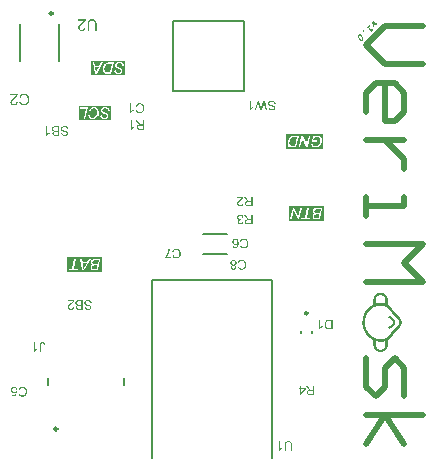
<source format=gto>
G04*
G04 #@! TF.GenerationSoftware,Altium Limited,Altium Designer,21.3.1 (25)*
G04*
G04 Layer_Color=65535*
%FSLAX25Y25*%
%MOIN*%
G70*
G04*
G04 #@! TF.SameCoordinates,9192AE54-2D66-49C7-9B86-A226D0D4A20B*
G04*
G04*
G04 #@! TF.FilePolarity,Positive*
G04*
G01*
G75*
%ADD10C,0.00984*%
%ADD11C,0.00787*%
%ADD12C,0.00500*%
%ADD13C,0.02000*%
G36*
X231255Y47592D02*
X231278D01*
Y47616D01*
X231302D01*
X231302Y47592D01*
X231325D01*
X231325Y47616D01*
X231349D01*
Y47592D01*
X231372Y47592D01*
X231372Y47616D01*
X231396D01*
X231396Y47592D01*
X231419Y47592D01*
X231443Y47592D01*
X231466D01*
Y47569D01*
X231489D01*
X231489Y47592D01*
X231513D01*
X231513Y47569D01*
X231537Y47569D01*
X231560Y47569D01*
X231583Y47569D01*
X231583Y47545D01*
X231607Y47545D01*
X231607Y47569D01*
X231630D01*
X231630Y47545D01*
X231654D01*
X231654Y47569D01*
X231677Y47569D01*
Y47545D01*
X231701Y47545D01*
X231724Y47545D01*
X231748D01*
X231748Y47569D01*
X231771D01*
Y47522D01*
X231818D01*
X231818Y47499D01*
X231842Y47499D01*
Y47522D01*
X231865Y47522D01*
X231865Y47499D01*
X231889Y47499D01*
X231889Y47522D01*
X231912D01*
X231912Y47499D01*
X231935Y47499D01*
X231935Y47475D01*
X231959Y47475D01*
X231959Y47452D01*
X231982Y47452D01*
X231982Y47475D01*
X232006Y47475D01*
X232006Y47452D01*
X232029Y47452D01*
X232029Y47475D01*
X232053Y47475D01*
X232053Y47452D01*
X232076Y47452D01*
X232076Y47428D01*
X232100Y47428D01*
X232123Y47428D01*
X232147Y47428D01*
Y47405D01*
X232170Y47405D01*
Y47428D01*
X232194D01*
Y47405D01*
X232217Y47405D01*
Y47381D01*
X232241Y47381D01*
X232241Y47358D01*
X232264Y47358D01*
X232288Y47358D01*
X232311D01*
X232311Y47334D01*
X232334D01*
X232334Y47311D01*
X232358Y47311D01*
X232358Y47334D01*
X232381Y47334D01*
Y47311D01*
X232405D01*
X232405Y47287D01*
X232428Y47287D01*
X232428Y47264D01*
X232452D01*
X232475Y47264D01*
X232499D01*
Y47240D01*
X232475Y47240D01*
X232475Y47217D01*
X232499Y47217D01*
X232499Y47240D01*
X232522D01*
Y47217D01*
X232546Y47217D01*
Y47194D01*
X232569D01*
X232569Y47170D01*
X232593D01*
Y47194D01*
X232616Y47194D01*
Y47146D01*
X232640Y47147D01*
X232663D01*
Y47123D01*
X232686Y47123D01*
Y47100D01*
X232710D01*
X232710Y47076D01*
X232733Y47076D01*
Y47053D01*
X232757Y47053D01*
X232757Y47029D01*
X232780D01*
Y47053D01*
X232804Y47053D01*
X232804Y46982D01*
X232827Y46982D01*
X232827Y47006D01*
X232851Y47006D01*
X232851Y46982D01*
X232874D01*
Y46959D01*
X232898D01*
X232898Y46935D01*
X232921Y46935D01*
X232921Y46912D01*
X232945D01*
Y46888D01*
X232968Y46888D01*
X232968Y46865D01*
X232945Y46865D01*
Y46841D01*
X232968D01*
Y46865D01*
X232992Y46865D01*
X232992Y46795D01*
X233015Y46795D01*
X233038D01*
X233038Y46748D01*
X233062Y46748D01*
X233062Y46724D01*
X233085Y46724D01*
Y46701D01*
X233109Y46701D01*
Y46677D01*
X233132D01*
X233132Y46654D01*
X233156D01*
X233156Y46630D01*
X233179D01*
Y46583D01*
X233203Y46583D01*
X233226D01*
Y46513D01*
X233250Y46513D01*
X233250Y46536D01*
X233273Y46536D01*
X233273Y46513D01*
X233250D01*
Y46489D01*
X233273D01*
X233273Y46466D01*
X233297Y46466D01*
X233297Y46442D01*
X233273Y46442D01*
X233273Y46419D01*
X233297Y46419D01*
X233297Y46442D01*
X233320Y46442D01*
Y46419D01*
X233297Y46419D01*
X233297Y46395D01*
X233320Y46395D01*
X233320Y46372D01*
X233344Y46372D01*
X233344Y46349D01*
X233367Y46349D01*
X233367Y46278D01*
X233391Y46278D01*
Y46255D01*
X233367Y46255D01*
X233367Y46231D01*
X233390D01*
X233391Y46255D01*
X233414Y46255D01*
X233414Y46184D01*
X233437Y46184D01*
X233437Y46161D01*
X233461Y46161D01*
Y46090D01*
X233484Y46090D01*
X233484Y46067D01*
X233461Y46067D01*
X233461Y46044D01*
X233484Y46044D01*
X233484Y46020D01*
X233508D01*
X233508Y45950D01*
X233531Y45950D01*
X233531Y45926D01*
X233508D01*
Y45903D01*
X233531D01*
X233531Y45879D01*
X233555D01*
X233555Y45809D01*
X233578Y45809D01*
Y45785D01*
X233555D01*
X233555Y45762D01*
X233578Y45762D01*
X233578Y45738D01*
X233602Y45738D01*
X233602Y45715D01*
X233578Y45715D01*
Y45691D01*
X233602Y45691D01*
Y45574D01*
X233625Y45574D01*
Y45598D01*
X233649D01*
X233649Y45574D01*
X233625Y45574D01*
Y45551D01*
X233602Y45551D01*
Y45527D01*
X233625D01*
Y45504D01*
X233649D01*
X233649Y45480D01*
X233625Y45480D01*
Y45457D01*
X233649D01*
X233649Y45433D01*
X233625Y45433D01*
X233625Y45410D01*
X233649Y45410D01*
X233649Y45386D01*
X233625Y45386D01*
X233625Y45363D01*
X233649Y45363D01*
X233649Y45339D01*
X233625Y45339D01*
X233625Y45316D01*
X233649Y45316D01*
Y45246D01*
X233625D01*
X233625Y45222D01*
X233649Y45222D01*
X233649Y43556D01*
X233672Y43556D01*
Y43532D01*
X233649D01*
Y43509D01*
X233672D01*
X233672Y43532D01*
X233696D01*
X233696Y43509D01*
X233719Y43509D01*
X233719Y43485D01*
X233743Y43485D01*
X233743Y43462D01*
X233766D01*
Y43485D01*
X233789D01*
Y43438D01*
X233813Y43438D01*
X233837Y43438D01*
X233837Y43415D01*
X233860Y43415D01*
X233860Y43391D01*
X233883Y43391D01*
Y43368D01*
X233907Y43368D01*
X233907Y43345D01*
X233930Y43345D01*
X233930Y43321D01*
X233954Y43321D01*
X233954Y43345D01*
X233977Y43345D01*
X233977Y43321D01*
X234001D01*
X234001Y43298D01*
X233977Y43298D01*
X233977Y43274D01*
X234001D01*
Y43298D01*
X234024Y43298D01*
X234024Y43274D01*
X234048D01*
Y43251D01*
X234024Y43251D01*
X234024Y43227D01*
X234048Y43227D01*
X234048Y43251D01*
X234071Y43251D01*
Y43227D01*
X234095Y43227D01*
X234095Y43204D01*
X234118Y43204D01*
Y43180D01*
X234142D01*
X234142Y43157D01*
X234165D01*
Y43133D01*
X234189Y43133D01*
X234189Y43157D01*
X234212Y43157D01*
Y43086D01*
X234235Y43086D01*
X234235Y43110D01*
X234259Y43110D01*
X234259Y43063D01*
X234282Y43063D01*
X234306Y43063D01*
X234306Y43016D01*
X234329Y43016D01*
X234353Y43016D01*
X234353Y42992D01*
X234376Y42992D01*
Y42969D01*
X234400Y42969D01*
X234400Y42946D01*
X234423Y42946D01*
X234423Y42922D01*
X234447Y42922D01*
Y42899D01*
X234470D01*
X234470Y42875D01*
X234494D01*
Y42828D01*
X234517Y42828D01*
X234541Y42828D01*
X234541Y42781D01*
X234564D01*
X234588Y42781D01*
X234588Y42711D01*
X234611Y42711D01*
Y42734D01*
X234634D01*
X234634Y42687D01*
X234658Y42687D01*
X234681D01*
X234681Y42617D01*
X234705Y42617D01*
Y42640D01*
X234728Y42640D01*
Y42570D01*
X234752Y42570D01*
Y42594D01*
X234775D01*
X234775Y42523D01*
X234799D01*
Y42500D01*
X234822Y42500D01*
X234822Y42476D01*
X234846Y42476D01*
X234846Y42453D01*
X234869Y42453D01*
X234869Y42429D01*
X234893Y42429D01*
Y42406D01*
X234916D01*
X234916Y42382D01*
X234940Y42382D01*
X234940Y42359D01*
X234963Y42359D01*
X234963Y42288D01*
X234986Y42288D01*
Y42312D01*
X235010D01*
Y42288D01*
X234986Y42288D01*
Y42265D01*
X235010D01*
X235010Y42241D01*
X235033Y42241D01*
X235033Y42218D01*
X235057Y42218D01*
X235057Y42195D01*
X235080D01*
X235080Y42171D01*
X235104Y42171D01*
X235104Y42148D01*
X235127D01*
X235127Y42124D01*
X235151Y42124D01*
Y42054D01*
X235174Y42054D01*
X235174Y42077D01*
X235198Y42077D01*
X235198Y42007D01*
X235221Y42007D01*
Y41983D01*
X235245Y41983D01*
Y41960D01*
X235268Y41960D01*
X235268Y41936D01*
X235292Y41936D01*
X235292Y41913D01*
X235315D01*
Y41889D01*
X235292Y41889D01*
X235292Y41866D01*
X235315D01*
X235315Y41889D01*
X235338Y41889D01*
X235338Y41819D01*
X235362Y41819D01*
Y41796D01*
X235385D01*
X235385Y41772D01*
X235409D01*
Y41749D01*
X235432Y41749D01*
X235432Y41725D01*
X235456D01*
X235456Y41702D01*
X235479Y41702D01*
X235479Y41678D01*
X235503D01*
Y41655D01*
X235526Y41655D01*
X235526Y41584D01*
X235550D01*
X235550Y41608D01*
X235573D01*
X235573Y41584D01*
X235550Y41584D01*
Y41561D01*
X235573D01*
X235573Y41537D01*
X235597Y41537D01*
X235597Y41561D01*
X235620D01*
X235620Y41537D01*
X235597D01*
X235597Y41514D01*
X235620Y41514D01*
X235620Y41491D01*
X235644Y41490D01*
X235644Y41467D01*
X235667Y41467D01*
X235667Y41443D01*
X235690Y41443D01*
X235690Y41420D01*
X235667D01*
Y41397D01*
X235690D01*
X235690Y41420D01*
X235714D01*
Y41350D01*
X235737Y41350D01*
X235737Y41326D01*
X235761Y41326D01*
Y41303D01*
X235784Y41303D01*
X235784Y41279D01*
X235808Y41279D01*
X235808Y41256D01*
X235831Y41256D01*
Y41232D01*
X235855D01*
Y41209D01*
X235878Y41209D01*
Y41185D01*
X235902Y41185D01*
Y41162D01*
X235925Y41162D01*
X235925Y41138D01*
X235949Y41138D01*
X235949Y41115D01*
X235972D01*
X235972Y41091D01*
X235996Y41091D01*
Y41068D01*
X236019D01*
Y41045D01*
X236043Y41045D01*
Y41021D01*
X236066D01*
Y40998D01*
X236089Y40998D01*
X236089Y40974D01*
X236113Y40974D01*
X236113Y40951D01*
X236137Y40951D01*
Y40927D01*
X236160Y40927D01*
X236160Y40904D01*
X236183D01*
X236183Y40880D01*
X236207D01*
X236207Y40857D01*
X236230Y40857D01*
X236230Y40833D01*
X236254Y40833D01*
Y40810D01*
X236277Y40810D01*
Y40786D01*
X236301Y40786D01*
X236301Y40763D01*
X236324Y40763D01*
X236324Y40739D01*
X236348D01*
X236348Y40716D01*
X236371Y40716D01*
X236371Y40692D01*
X236395D01*
X236395Y40669D01*
X236418D01*
X236418Y40646D01*
X236442Y40646D01*
Y40669D01*
X236465Y40669D01*
Y40599D01*
X236489D01*
X236489Y40622D01*
X236512Y40622D01*
X236512Y40599D01*
X236535D01*
Y40575D01*
X236512D01*
X236512Y40552D01*
X236535Y40552D01*
X236535Y40575D01*
X236559Y40575D01*
Y40552D01*
X236582Y40552D01*
Y40528D01*
X236559Y40528D01*
Y40505D01*
X236582D01*
X236582Y40528D01*
X236606Y40528D01*
X236606Y40505D01*
X236629D01*
X236629Y40481D01*
X236653Y40481D01*
X236653Y40458D01*
X236676Y40458D01*
Y40434D01*
X236700Y40434D01*
X236700Y40411D01*
X236723Y40411D01*
X236723Y40387D01*
X236747D01*
Y40364D01*
X236770Y40364D01*
X236770Y40340D01*
X236794Y40340D01*
Y40317D01*
X236817Y40317D01*
X236817Y40293D01*
X236841D01*
Y40270D01*
X236864D01*
Y40247D01*
X236888Y40247D01*
Y40223D01*
X236911D01*
X236911Y40200D01*
X236934Y40200D01*
X236934Y40176D01*
X236958Y40176D01*
Y40153D01*
X236981Y40153D01*
Y40129D01*
X237005D01*
X237005Y40106D01*
X237028Y40106D01*
X237028Y40082D01*
X237052Y40082D01*
Y40059D01*
X237075D01*
X237075Y40035D01*
X237099Y40035D01*
X237099Y40012D01*
X237122Y40012D01*
Y39988D01*
X237146Y39988D01*
Y39965D01*
X237169Y39965D01*
Y39941D01*
X237193Y39941D01*
X237193Y39918D01*
X237216D01*
Y39895D01*
X237240D01*
Y39871D01*
X237263D01*
X237263Y39848D01*
X237286D01*
Y39824D01*
X237310Y39824D01*
X237310Y39754D01*
X237333Y39754D01*
Y39730D01*
X237357D01*
X237357Y39707D01*
X237380D01*
X237380Y39683D01*
X237404D01*
X237404Y39660D01*
X237427D01*
X237427Y39636D01*
X237451D01*
X237451Y39613D01*
X237474Y39613D01*
X237474Y39589D01*
X237498Y39589D01*
X237498Y39566D01*
X237521Y39566D01*
X237521Y39542D01*
X237545Y39542D01*
X237545Y39472D01*
X237568Y39472D01*
X237568Y39496D01*
X237592Y39496D01*
Y39425D01*
X237615D01*
X237615Y39402D01*
X237638Y39402D01*
Y39378D01*
X237662D01*
X237662Y39355D01*
X237685D01*
X237685Y39331D01*
X237709Y39331D01*
Y39308D01*
X237685Y39308D01*
X237685Y39284D01*
X237709Y39284D01*
X237709Y39261D01*
X237732Y39261D01*
X237732Y39237D01*
X237756Y39237D01*
X237756Y39214D01*
X237779Y39214D01*
Y39143D01*
X237803Y39143D01*
Y39167D01*
X237826Y39167D01*
Y39097D01*
X237850Y39097D01*
Y39073D01*
X237873Y39073D01*
Y39003D01*
X237897Y39003D01*
Y38979D01*
X237920Y38979D01*
X237920Y38956D01*
X237944Y38956D01*
X237944Y38932D01*
X237967Y38932D01*
Y38862D01*
X237990Y38862D01*
Y38838D01*
X237967Y38838D01*
Y38815D01*
X237990Y38815D01*
Y38838D01*
X238014Y38838D01*
X238014Y38815D01*
X237990D01*
X237990Y38791D01*
X238014Y38791D01*
Y38768D01*
X238037Y38768D01*
X238037Y38745D01*
X238061D01*
X238061Y38674D01*
X238084D01*
X238084Y38651D01*
X238108Y38651D01*
X238108Y38627D01*
X238084D01*
Y38604D01*
X238108Y38604D01*
X238108Y38580D01*
X238131Y38580D01*
X238131Y38557D01*
X238155D01*
X238155Y38533D01*
X238131Y38533D01*
X238131Y38510D01*
X238155Y38510D01*
X238155Y38439D01*
X238178Y38439D01*
Y38416D01*
X238202D01*
Y38392D01*
X238178D01*
X238178Y38369D01*
X238202Y38369D01*
Y38346D01*
X238225Y38346D01*
X238225Y38322D01*
X238202Y38322D01*
Y38299D01*
X238225D01*
X238225Y38275D01*
X238202D01*
X238202Y38252D01*
X238225D01*
X238225Y38275D01*
X238249Y38275D01*
X238249Y38252D01*
X238225Y38252D01*
X238225Y38228D01*
X238249Y38228D01*
X238249Y38111D01*
X238272D01*
X238272Y38087D01*
X238249Y38087D01*
Y38064D01*
X238272Y38064D01*
Y38040D01*
X238296Y38040D01*
X238296Y38017D01*
X238272Y38017D01*
Y37993D01*
X238296Y37993D01*
Y37970D01*
X238272Y37970D01*
X238272Y37947D01*
X238296Y37947D01*
Y37782D01*
X238319Y37782D01*
Y37759D01*
X238296Y37759D01*
Y37735D01*
X238319Y37735D01*
X238319Y37712D01*
X238296D01*
X238296Y37688D01*
X238319D01*
X238319Y37665D01*
X238296Y37665D01*
Y37454D01*
X238272D01*
Y37430D01*
X238296D01*
X238296Y37407D01*
X238272Y37407D01*
X238272Y37383D01*
X238296D01*
X238296Y37360D01*
X238272Y37360D01*
Y37336D01*
X238249Y37336D01*
Y37219D01*
X238225D01*
X238225Y37196D01*
X238202Y37196D01*
Y37172D01*
X238225Y37172D01*
X238225Y37196D01*
X238249D01*
Y37172D01*
X238225Y37172D01*
X238225Y37149D01*
X238202Y37149D01*
Y37125D01*
X238225Y37125D01*
X238225Y37102D01*
X238202Y37102D01*
X238202Y37031D01*
X238178Y37031D01*
Y37055D01*
X238155D01*
Y37031D01*
X238178D01*
X238178Y37008D01*
X238155Y37008D01*
X238155Y36984D01*
X238178Y36984D01*
Y36961D01*
X238155D01*
X238155Y36937D01*
X238131D01*
X238131Y36914D01*
X238108Y36914D01*
X238108Y36891D01*
X238131Y36890D01*
X238131Y36914D01*
X238155D01*
X238155Y36890D01*
X238131Y36890D01*
Y36867D01*
X238108Y36867D01*
X238108Y36843D01*
X238084Y36843D01*
Y36820D01*
X238108D01*
Y36797D01*
X238084Y36797D01*
Y36773D01*
X238061D01*
X238061Y36703D01*
X238037Y36703D01*
Y36679D01*
X238014D01*
Y36609D01*
X237990Y36609D01*
X237990Y36585D01*
X237967Y36585D01*
X237967Y36515D01*
X237944D01*
Y36492D01*
X237920Y36492D01*
Y36468D01*
X237897Y36468D01*
X237897Y36445D01*
X237873D01*
Y36374D01*
X237850D01*
X237850Y36351D01*
X237826D01*
X237826Y36327D01*
X237803Y36327D01*
X237803Y36304D01*
X237779Y36304D01*
X237779Y36233D01*
X237756D01*
Y36210D01*
X237732D01*
Y36186D01*
X237709D01*
X237709Y36163D01*
X237685Y36163D01*
X237685Y36092D01*
X237662Y36092D01*
X237662Y36069D01*
X237638Y36069D01*
X237638Y36046D01*
X237615Y36046D01*
X237615Y36022D01*
X237592Y36022D01*
X237592Y35999D01*
X237568Y35999D01*
X237568Y35975D01*
X237545Y35975D01*
Y35952D01*
X237521D01*
Y35928D01*
X237498D01*
Y35858D01*
X237474Y35858D01*
Y35881D01*
X237451Y35881D01*
X237451Y35811D01*
X237427Y35811D01*
Y35787D01*
X237404Y35787D01*
X237404Y35764D01*
X237380D01*
X237380Y35741D01*
X237357Y35740D01*
X237357Y35717D01*
X237333Y35717D01*
X237333Y35693D01*
X237310Y35693D01*
X237310Y35670D01*
X237286Y35670D01*
X237286Y35647D01*
X237263Y35647D01*
Y35623D01*
X237240D01*
Y35600D01*
X237216Y35600D01*
X237216Y35576D01*
X237193D01*
Y35553D01*
X237169D01*
X237169Y35529D01*
X237146Y35529D01*
X237146Y35506D01*
X237122D01*
X237122Y35435D01*
X237099Y35435D01*
X237099Y35459D01*
X237075Y35459D01*
Y35388D01*
X237052Y35388D01*
Y35412D01*
X237028D01*
Y35342D01*
X237005Y35341D01*
X236981Y35342D01*
Y35294D01*
X236958Y35294D01*
X236958Y35318D01*
X236934Y35318D01*
Y35248D01*
X236911D01*
X236888Y35248D01*
X236888Y35201D01*
X236864Y35201D01*
X236864Y35224D01*
X236841D01*
Y35154D01*
X236817D01*
Y35130D01*
X236794Y35130D01*
X236794Y35107D01*
X236770Y35107D01*
X236770Y35130D01*
X236747D01*
X236747Y35060D01*
X236723D01*
Y35083D01*
X236700D01*
X236700Y35060D01*
X236676Y35060D01*
X236676Y35036D01*
X236653Y35036D01*
X236653Y34966D01*
X236629Y34966D01*
Y34989D01*
X236606D01*
Y34966D01*
X236582D01*
X236582Y34942D01*
X236559Y34942D01*
X236559Y34919D01*
X236535Y34919D01*
Y34896D01*
X236512Y34896D01*
X236512Y34872D01*
X236489Y34872D01*
X236489Y34849D01*
X236465D01*
Y34825D01*
X236442Y34825D01*
X236442Y34802D01*
X236418Y34802D01*
Y34778D01*
X236395Y34778D01*
Y34755D01*
X236371Y34755D01*
X236371Y34731D01*
X236348Y34731D01*
X236348Y34708D01*
X236324Y34708D01*
X236324Y34684D01*
X236301Y34684D01*
X236301Y34661D01*
X236277Y34661D01*
Y34637D01*
X236254Y34637D01*
X236254Y34614D01*
X236230Y34614D01*
X236230Y34591D01*
X236207Y34591D01*
Y34567D01*
X236183Y34567D01*
Y34543D01*
X236160D01*
X236160Y34520D01*
X236137Y34520D01*
Y34497D01*
X236113Y34497D01*
X236113Y34473D01*
X236089D01*
Y34450D01*
X236066Y34450D01*
Y34426D01*
X236043Y34426D01*
Y34403D01*
X236019Y34403D01*
X236019Y34379D01*
X235996D01*
Y34309D01*
X235972D01*
Y34332D01*
X235949D01*
X235949Y34262D01*
X235925Y34262D01*
Y34238D01*
X235902D01*
Y34215D01*
X235878Y34215D01*
X235878Y34192D01*
X235855Y34192D01*
Y34168D01*
X235831Y34168D01*
Y34144D01*
X235808D01*
Y34121D01*
X235784D01*
Y34098D01*
X235761Y34098D01*
Y34027D01*
X235737D01*
Y34051D01*
X235714Y34051D01*
X235714Y33980D01*
X235690Y33980D01*
X235690Y33957D01*
X235667D01*
X235667Y33933D01*
X235644Y33933D01*
X235644Y33910D01*
X235620Y33910D01*
Y33886D01*
X235597Y33886D01*
Y33863D01*
X235620Y33863D01*
X235620Y33839D01*
X235597D01*
Y33816D01*
X235573D01*
X235573Y33792D01*
X235550Y33792D01*
X235550Y33769D01*
X235526Y33769D01*
X235526Y33746D01*
X235503D01*
X235503Y33722D01*
X235479Y33722D01*
X235479Y33699D01*
X235456Y33699D01*
X235456Y33675D01*
X235432Y33675D01*
X235432Y33605D01*
X235409Y33605D01*
X235409Y33581D01*
X235385Y33581D01*
X235385Y33558D01*
X235362Y33558D01*
X235362Y33534D01*
X235338D01*
X235338Y33511D01*
X235315D01*
X235315Y33487D01*
X235292Y33487D01*
Y33464D01*
X235268Y33464D01*
X235268Y33440D01*
X235245Y33441D01*
Y33370D01*
X235221D01*
X235221Y33347D01*
X235198Y33347D01*
X235198Y33323D01*
X235174Y33323D01*
X235174Y33300D01*
X235151D01*
X235151Y33276D01*
X235127Y33276D01*
Y33253D01*
X235104D01*
X235104Y33182D01*
X235080Y33182D01*
X235080Y33206D01*
X235057Y33206D01*
X235057Y33135D01*
X235033Y33135D01*
X235033Y33112D01*
X235010Y33112D01*
X235010Y33088D01*
X234986Y33088D01*
X234986Y33065D01*
X234963Y33065D01*
X234963Y33042D01*
X234940Y33042D01*
X234940Y33018D01*
X234916Y33018D01*
X234916Y32994D01*
X234893Y32994D01*
X234893Y32971D01*
X234869D01*
X234869Y32948D01*
X234846D01*
X234846Y32924D01*
X234822Y32924D01*
Y32854D01*
X234775D01*
X234775Y32807D01*
X234752Y32807D01*
X234752Y32783D01*
X234728Y32783D01*
X234728Y32760D01*
X234705D01*
X234705Y32736D01*
X234681Y32736D01*
X234681Y32713D01*
X234658Y32713D01*
X234658Y32689D01*
X234634Y32689D01*
Y32666D01*
X234611Y32666D01*
Y32642D01*
X234588Y32642D01*
X234588Y32619D01*
X234564Y32619D01*
Y32596D01*
X234541Y32596D01*
X234541Y32572D01*
X234517D01*
X234517Y32549D01*
X234494D01*
Y32525D01*
X234470Y32525D01*
X234470Y32502D01*
X234447D01*
Y32478D01*
X234423Y32478D01*
X234423Y32455D01*
X234400D01*
X234400Y32431D01*
X234376Y32431D01*
X234376Y32408D01*
X234353Y32408D01*
Y32384D01*
X234329Y32384D01*
X234329Y32361D01*
X234306Y32361D01*
X234306Y32337D01*
X234282D01*
X234259Y32337D01*
X234259Y32291D01*
X234235D01*
X234235Y32314D01*
X234212Y32314D01*
Y32243D01*
X234189Y32243D01*
X234189Y32267D01*
X234165Y32267D01*
X234165Y32243D01*
X234142Y32243D01*
Y32220D01*
X234118Y32220D01*
Y32197D01*
X234095Y32197D01*
X234095Y32173D01*
X234071Y32173D01*
Y32150D01*
X234048D01*
Y32173D01*
X234024Y32173D01*
X234024Y32103D01*
X234001Y32103D01*
X234001Y32126D01*
X233977Y32126D01*
X233977Y32079D01*
X233954Y32079D01*
X233930D01*
Y32056D01*
X233907Y32056D01*
X233907Y32032D01*
X233883D01*
Y32009D01*
X233860D01*
X233860Y31985D01*
X233837D01*
Y31962D01*
X233813Y31962D01*
Y31985D01*
X233789D01*
X233789Y31962D01*
X233766D01*
Y31938D01*
X233743Y31938D01*
Y31915D01*
X233719Y31915D01*
X233696D01*
X233696Y31892D01*
X233672D01*
X233649Y31892D01*
X233649Y30131D01*
X233625D01*
Y30108D01*
X233649Y30108D01*
Y30084D01*
X233625Y30084D01*
X233625Y30061D01*
X233649Y30061D01*
Y30037D01*
X233625Y30037D01*
Y30014D01*
X233649Y30014D01*
Y29991D01*
X233625D01*
X233625Y29967D01*
X233649D01*
X233649Y29943D01*
X233625D01*
Y29920D01*
X233649Y29920D01*
Y29897D01*
X233625D01*
X233625Y29873D01*
X233602D01*
Y29709D01*
X233578Y29709D01*
X233578Y29685D01*
X233602Y29685D01*
X233602Y29662D01*
X233578D01*
X233578Y29638D01*
X233555D01*
X233555Y29521D01*
X233531D01*
X233531Y29498D01*
X233508Y29498D01*
Y29474D01*
X233531Y29474D01*
Y29451D01*
X233508Y29451D01*
Y29380D01*
X233484Y29380D01*
X233484Y29357D01*
X233461Y29357D01*
X233461Y29286D01*
X233437Y29286D01*
Y29263D01*
X233461D01*
Y29239D01*
X233437Y29239D01*
Y29216D01*
X233414D01*
X233414Y29146D01*
X233390Y29146D01*
Y29169D01*
X233367D01*
Y29146D01*
X233390D01*
X233391Y29122D01*
X233367D01*
X233367Y29052D01*
X233344D01*
Y29028D01*
X233320Y29028D01*
X233320Y29005D01*
X233297Y29005D01*
Y28981D01*
X233273Y28981D01*
X233273Y28911D01*
X233250D01*
X233250Y28887D01*
X233226Y28887D01*
X233226Y28864D01*
X233203D01*
X233203Y28841D01*
X233179Y28841D01*
Y28770D01*
X233156Y28770D01*
X233156Y28747D01*
X233132Y28747D01*
X233132Y28723D01*
X233109Y28723D01*
X233109Y28700D01*
X233085Y28700D01*
Y28676D01*
X233062Y28676D01*
Y28653D01*
X233038D01*
X233038Y28629D01*
X233015D01*
Y28606D01*
X232992Y28606D01*
X232992Y28559D01*
X232968Y28559D01*
X232945Y28559D01*
Y28512D01*
X232921Y28512D01*
X232898D01*
X232898Y28465D01*
X232874Y28465D01*
X232851Y28465D01*
X232851Y28442D01*
X232827D01*
Y28418D01*
X232804Y28418D01*
X232804Y28394D01*
X232780Y28394D01*
Y28371D01*
X232757Y28371D01*
X232757Y28348D01*
X232733Y28348D01*
Y28324D01*
X232710D01*
X232710Y28301D01*
X232686D01*
X232686Y28277D01*
X232663D01*
X232663Y28254D01*
X232640D01*
X232640Y28277D01*
X232616D01*
X232616Y28254D01*
X232593Y28254D01*
X232593Y28230D01*
X232569D01*
X232569Y28207D01*
X232546D01*
Y28230D01*
X232522D01*
X232522Y28160D01*
X232499D01*
Y28183D01*
X232475D01*
X232475Y28160D01*
X232452D01*
Y28136D01*
X232428Y28136D01*
X232428Y28113D01*
X232405D01*
X232381Y28113D01*
X232358Y28113D01*
X232358Y28089D01*
X232334Y28089D01*
Y28066D01*
X232311D01*
X232311Y28089D01*
X232288Y28089D01*
X232288Y28066D01*
X232264Y28066D01*
X232264Y28043D01*
X232241D01*
Y28019D01*
X232217Y28019D01*
X232194Y28019D01*
X232170Y28019D01*
X232170Y27996D01*
X232147Y27996D01*
X232147Y27972D01*
X232123Y27972D01*
X232123Y27996D01*
X232100D01*
Y27972D01*
X232076D01*
X232076Y27949D01*
X232053Y27949D01*
X232029Y27949D01*
X232006Y27949D01*
X232006Y27925D01*
X231982Y27925D01*
X231982Y27949D01*
X231959Y27949D01*
X231959Y27925D01*
X231935Y27925D01*
Y27902D01*
X231912Y27902D01*
X231912Y27925D01*
X231889Y27925D01*
Y27902D01*
X231865D01*
Y27878D01*
X231842Y27878D01*
Y27902D01*
X231818Y27902D01*
X231818Y27878D01*
X231795Y27878D01*
X231795Y27902D01*
X231771D01*
Y27878D01*
X231748Y27878D01*
Y27855D01*
X231677D01*
X231677Y27831D01*
X231654D01*
Y27855D01*
X231630D01*
X231630Y27831D01*
X231607Y27831D01*
X231607Y27855D01*
X231583D01*
X231583Y27831D01*
X231560D01*
X231560Y27855D01*
X231537Y27855D01*
Y27831D01*
X231513Y27831D01*
X231513Y27855D01*
X231489D01*
X231489Y27831D01*
X231466Y27831D01*
X231443D01*
X231419Y27831D01*
X231396Y27831D01*
X231372D01*
X231372Y27808D01*
X231349Y27808D01*
Y27831D01*
X231325Y27831D01*
Y27808D01*
X231302Y27808D01*
X231278Y27808D01*
X231255Y27808D01*
Y27784D01*
X231231Y27784D01*
X231231Y27808D01*
X231255Y27808D01*
Y27831D01*
X231231D01*
Y27808D01*
X231161D01*
X231161Y27831D01*
X231137Y27831D01*
X231114Y27831D01*
X231090D01*
Y27808D01*
X231067D01*
Y27831D01*
X231044Y27831D01*
X231020Y27831D01*
X230973D01*
X230950Y27831D01*
Y27855D01*
X230926Y27855D01*
X230926Y27831D01*
X230903Y27831D01*
Y27855D01*
X230879D01*
X230879Y27831D01*
X230856D01*
X230856Y27855D01*
X230832D01*
Y27831D01*
X230809Y27831D01*
X230809Y27855D01*
X230785Y27855D01*
X230762D01*
X230738Y27855D01*
X230738Y27878D01*
X230715D01*
X230692Y27878D01*
X230668Y27878D01*
X230668Y27902D01*
X230645Y27902D01*
Y27878D01*
X230621D01*
Y27902D01*
X230598Y27902D01*
Y27878D01*
X230574Y27878D01*
X230574Y27902D01*
X230551Y27902D01*
X230551Y27925D01*
X230527Y27925D01*
X230504Y27925D01*
X230480D01*
X230480Y27949D01*
X230457Y27949D01*
Y27925D01*
X230433Y27925D01*
X230433Y27949D01*
X230410Y27949D01*
Y27972D01*
X230386D01*
X230386Y27996D01*
X230363D01*
X230363Y27972D01*
X230340Y27972D01*
X230340Y27996D01*
X230316D01*
X230316Y28019D01*
X230293D01*
Y28043D01*
X230269D01*
X230269Y28019D01*
X230246Y28019D01*
Y28043D01*
X230222D01*
X230199Y28043D01*
X230175Y28043D01*
X230175Y28066D01*
X230152Y28066D01*
Y28089D01*
X230128Y28089D01*
X230128Y28113D01*
X230105Y28113D01*
X230105Y28136D01*
X230081Y28136D01*
X230081Y28113D01*
X230058Y28113D01*
Y28136D01*
X230034Y28136D01*
X230034Y28160D01*
X230011Y28160D01*
X230011Y28183D01*
X229988Y28183D01*
Y28160D01*
X229964D01*
Y28183D01*
X229941Y28183D01*
X229941Y28207D01*
X229917D01*
Y28230D01*
X229894Y28230D01*
Y28207D01*
X229870D01*
X229870Y28277D01*
X229847Y28277D01*
X229847Y28254D01*
X229823Y28254D01*
Y28277D01*
X229800Y28277D01*
X229800Y28301D01*
X229776D01*
Y28324D01*
X229753Y28324D01*
X229753Y28348D01*
X229729D01*
Y28371D01*
X229706Y28371D01*
X229682Y28371D01*
Y28418D01*
X229659D01*
X229635Y28418D01*
Y28465D01*
X229612D01*
X229612Y28442D01*
X229589Y28442D01*
X229589Y28488D01*
X229565Y28488D01*
X229542Y28488D01*
X229542Y28512D01*
X229518Y28512D01*
Y28535D01*
X229495Y28535D01*
X229495Y28559D01*
X229471D01*
Y28582D01*
X229448Y28582D01*
X229448Y28653D01*
X229424Y28653D01*
X229424Y28629D01*
X229401Y28629D01*
X229401Y28700D01*
X229377Y28700D01*
X229377Y28723D01*
X229354Y28723D01*
Y28747D01*
X229330Y28747D01*
X229330Y28770D01*
X229307Y28770D01*
Y28793D01*
X229283Y28793D01*
X229283Y28817D01*
X229307Y28817D01*
Y28841D01*
X229283Y28840D01*
Y28817D01*
X229260Y28817D01*
Y28887D01*
X229237Y28887D01*
X229237Y28864D01*
X229213Y28864D01*
Y28887D01*
X229237D01*
Y28911D01*
X229213Y28911D01*
X229213Y28934D01*
X229189Y28934D01*
X229189Y28958D01*
X229166Y28958D01*
X229166Y28981D01*
X229189D01*
X229189Y29005D01*
X229166D01*
X229166Y29028D01*
X229143D01*
X229143Y29052D01*
X229119Y29052D01*
Y29122D01*
X229096Y29122D01*
Y29146D01*
X229072Y29146D01*
X229072Y29216D01*
X229049Y29216D01*
X229049Y29239D01*
X229025Y29239D01*
X229025Y29310D01*
X229002Y29310D01*
X229002Y29333D01*
X228978D01*
X228978Y29357D01*
X229002Y29357D01*
Y29380D01*
X228978Y29380D01*
X228978Y29451D01*
X228955Y29451D01*
X228955Y29474D01*
X228931D01*
Y29592D01*
X228908D01*
X228908Y29662D01*
X228884Y29662D01*
X228885Y29685D01*
X228908Y29685D01*
X228908Y29709D01*
X228884D01*
X228884Y29732D01*
X228861D01*
X228861Y29756D01*
X228884Y29756D01*
X228885Y29779D01*
X228861Y29779D01*
Y29803D01*
X228884D01*
X228884Y29826D01*
X228861Y29826D01*
X228861Y29850D01*
X228884D01*
Y29873D01*
X228861Y29873D01*
X228861Y29850D01*
X228837Y29850D01*
X228837Y29873D01*
X228861Y29873D01*
X228861Y29897D01*
X228884D01*
Y29920D01*
X228861Y29920D01*
X228861Y29897D01*
X228837Y29897D01*
Y29920D01*
X228861Y29920D01*
X228861Y29943D01*
X228837Y29943D01*
X228837Y30249D01*
X228814Y30249D01*
Y30272D01*
X228837D01*
X228837Y30343D01*
X228814D01*
X228814Y30366D01*
X228837D01*
Y30436D01*
X228814Y30436D01*
X228814Y30460D01*
X228837D01*
Y30530D01*
X228814Y30530D01*
Y30554D01*
X228837Y30554D01*
Y30624D01*
X228814Y30624D01*
X228814Y30648D01*
X228837Y30648D01*
X228837Y30718D01*
X228814D01*
X228814Y30742D01*
X228837Y30742D01*
Y30812D01*
X228814Y30812D01*
Y30835D01*
X228837D01*
Y30906D01*
X228814D01*
X228814Y30929D01*
X228837Y30929D01*
Y31000D01*
X228814Y31000D01*
Y31023D01*
X228837Y31023D01*
X228837Y31093D01*
X228814Y31093D01*
X228814Y31117D01*
X228837D01*
X228837Y31187D01*
X228814Y31187D01*
X228814Y31211D01*
X228837D01*
X228837Y31281D01*
X228814D01*
X228814Y31305D01*
X228837Y31305D01*
Y31375D01*
X228814Y31375D01*
X228814Y31399D01*
X228837Y31399D01*
Y31469D01*
X228814Y31469D01*
Y31492D01*
X228837D01*
X228837Y31563D01*
X228814D01*
X228814Y31586D01*
X228837Y31586D01*
X228837Y31657D01*
X228814D01*
X228814Y31680D01*
X228837Y31680D01*
X228837Y31751D01*
X228814Y31751D01*
X228814Y31774D01*
X228837Y31774D01*
X228837Y31798D01*
X228814Y31798D01*
X228790D01*
X228767Y31798D01*
Y31821D01*
X228744Y31821D01*
X228744Y31844D01*
X228720Y31844D01*
X228720Y31868D01*
X228697Y31868D01*
X228697Y31892D01*
X228673Y31892D01*
X228673Y31868D01*
X228650Y31868D01*
X228650Y31892D01*
X228626Y31892D01*
X228603D01*
X228603Y31915D01*
X228579Y31915D01*
X228556Y31915D01*
Y31938D01*
X228532D01*
X228532Y31962D01*
X228509D01*
X228509Y31985D01*
X228485Y31985D01*
X228485Y31962D01*
X228462Y31962D01*
Y31985D01*
X228438Y31985D01*
X228438Y32009D01*
X228415Y32009D01*
X228415Y32032D01*
X228392Y32032D01*
X228392Y32009D01*
X228368Y32009D01*
X228368Y32032D01*
X228345Y32032D01*
X228345Y32056D01*
X228321D01*
Y32079D01*
X228298D01*
X228298Y32056D01*
X228274D01*
Y32103D01*
X228251Y32103D01*
X228227D01*
X228227Y32126D01*
X228204D01*
Y32150D01*
X228180D01*
X228180Y32173D01*
X228157D01*
Y32150D01*
X228133D01*
X228133Y32173D01*
X228110D01*
X228110Y32197D01*
X228086Y32197D01*
Y32220D01*
X228063Y32220D01*
Y32243D01*
X228040Y32243D01*
X228040Y32267D01*
X228016Y32267D01*
X228016Y32243D01*
X227993Y32243D01*
X227993Y32267D01*
X227969D01*
Y32291D01*
X227946Y32291D01*
Y32314D01*
X227922Y32314D01*
Y32337D01*
X227899D01*
X227899Y32361D01*
X227875Y32361D01*
X227852Y32361D01*
X227828D01*
X227828Y32384D01*
X227805Y32384D01*
X227805Y32408D01*
X227781Y32408D01*
Y32431D01*
X227758Y32431D01*
Y32455D01*
X227734D01*
X227734Y32431D01*
X227711D01*
X227711Y32502D01*
X227688Y32502D01*
X227688Y32478D01*
X227664Y32478D01*
Y32502D01*
X227641Y32502D01*
Y32525D01*
X227664Y32525D01*
X227664Y32549D01*
X227641Y32549D01*
X227641Y32525D01*
X227617Y32525D01*
Y32549D01*
X227594Y32549D01*
Y32572D01*
X227570Y32572D01*
X227570Y32596D01*
X227547D01*
Y32619D01*
X227523D01*
Y32642D01*
X227500Y32642D01*
X227500Y32666D01*
X227476D01*
X227476Y32689D01*
X227453Y32689D01*
X227453Y32666D01*
X227429Y32666D01*
Y32713D01*
X227406Y32713D01*
X227382Y32713D01*
X227382Y32736D01*
X227359D01*
X227359Y32760D01*
X227336Y32760D01*
X227335Y32783D01*
X227312D01*
Y32807D01*
X227289Y32807D01*
X227289Y32830D01*
X227265Y32830D01*
X227265Y32854D01*
X227242Y32854D01*
Y32877D01*
X227218Y32877D01*
X227218Y32901D01*
X227195D01*
Y32924D01*
X227171Y32924D01*
X227171Y32948D01*
X227148Y32948D01*
X227148Y32971D01*
X227124D01*
X227124Y32994D01*
X227101D01*
Y33018D01*
X227077D01*
X227077Y33042D01*
X227054D01*
Y33065D01*
X227030D01*
X227030Y33088D01*
X227007D01*
X227007Y33112D01*
X226983Y33112D01*
X226983Y33135D01*
X226960D01*
X226960Y33159D01*
X226937Y33159D01*
X226937Y33182D01*
X226913D01*
Y33206D01*
X226889Y33206D01*
X226889Y33229D01*
X226866D01*
X226866Y33253D01*
X226843Y33253D01*
X226843Y33276D01*
X226819Y33276D01*
Y33323D01*
X226796D01*
X226772Y33323D01*
Y33393D01*
X226749Y33393D01*
X226725D01*
X226725Y33440D01*
X226702Y33441D01*
X226702Y33464D01*
X226678D01*
X226678Y33487D01*
X226655Y33487D01*
X226655Y33511D01*
X226631D01*
X226631Y33534D01*
X226608D01*
X226608Y33558D01*
X226584Y33558D01*
Y33628D01*
X226561Y33628D01*
X226561Y33605D01*
X226537Y33605D01*
X226537Y33628D01*
X226561D01*
X226561Y33652D01*
X226537Y33652D01*
Y33675D01*
X226514D01*
Y33699D01*
X226491D01*
X226490Y33722D01*
X226467Y33722D01*
X226467Y33746D01*
X226444Y33746D01*
X226444Y33769D01*
X226420D01*
X226420Y33792D01*
X226397D01*
X226397Y33863D01*
X226373D01*
X226373Y33886D01*
X226350D01*
X226350Y33910D01*
X226326Y33910D01*
X226326Y33933D01*
X226350Y33933D01*
X226350Y33957D01*
X226326D01*
X226326Y33933D01*
X226303D01*
Y34004D01*
X226279Y34004D01*
Y34027D01*
X226256D01*
Y34051D01*
X226232D01*
X226232Y34074D01*
X226209Y34074D01*
Y34144D01*
X226185D01*
X226185Y34168D01*
X226162Y34168D01*
Y34238D01*
X226138D01*
X226138Y34215D01*
X226115D01*
Y34238D01*
X226138Y34238D01*
X226138Y34262D01*
X226115Y34262D01*
Y34285D01*
X226092Y34285D01*
X226092Y34309D01*
X226068Y34309D01*
X226068Y34379D01*
X226045D01*
X226045Y34403D01*
X226021Y34403D01*
X226021Y34473D01*
X225998Y34473D01*
Y34497D01*
X225974D01*
Y34520D01*
X225951D01*
Y34543D01*
X225974Y34543D01*
Y34567D01*
X225951D01*
X225951Y34543D01*
X225927Y34543D01*
X225927Y34567D01*
X225951Y34567D01*
X225951Y34590D01*
X225927D01*
X225927Y34614D01*
X225904D01*
X225904Y34637D01*
X225880Y34637D01*
X225880Y34661D01*
X225904Y34661D01*
Y34684D01*
X225880Y34684D01*
Y34708D01*
X225857D01*
X225857Y34731D01*
X225880Y34731D01*
X225880Y34755D01*
X225857D01*
X225857Y34731D01*
X225833Y34731D01*
X225833Y34755D01*
X225857Y34755D01*
X225857Y34778D01*
X225833Y34778D01*
X225833Y34802D01*
X225810D01*
Y34825D01*
X225833Y34825D01*
X225833Y34849D01*
X225810Y34849D01*
X225810Y34872D01*
X225786Y34872D01*
X225786Y34896D01*
X225763Y34896D01*
X225763Y34919D01*
X225740D01*
X225740Y34942D01*
X225763D01*
Y34919D01*
X225786Y34919D01*
Y34942D01*
X225763D01*
X225763Y34966D01*
X225740Y34966D01*
X225740Y35036D01*
X225716Y35036D01*
X225716Y35060D01*
X225693D01*
Y35130D01*
X225669D01*
Y35154D01*
X225693Y35154D01*
X225693Y35177D01*
X225669D01*
Y35201D01*
X225646Y35201D01*
X225646Y35224D01*
X225622Y35224D01*
X225622Y35248D01*
X225646Y35248D01*
X225646Y35271D01*
X225622D01*
X225622Y35294D01*
X225599Y35294D01*
X225599Y35365D01*
X225575Y35365D01*
X225575Y35388D01*
X225599Y35388D01*
X225599Y35412D01*
X225575D01*
X225575Y35435D01*
X225552Y35435D01*
Y35506D01*
X225528D01*
X225528Y35576D01*
X225505Y35576D01*
X225505Y35647D01*
X225481Y35647D01*
X225481Y35670D01*
X225505Y35670D01*
X225505Y35693D01*
X225481Y35693D01*
Y35717D01*
X225458Y35717D01*
X225458Y35787D01*
X225434Y35787D01*
X225434Y35811D01*
X225458Y35811D01*
X225458Y35834D01*
X225434Y35834D01*
X225434Y35858D01*
X225411D01*
X225411Y35881D01*
X225434Y35881D01*
X225434Y35905D01*
X225411Y35905D01*
Y35975D01*
X225388Y35975D01*
X225388Y35999D01*
X225411Y35999D01*
X225411Y36022D01*
X225388D01*
X225388Y36046D01*
X225364Y36046D01*
X225364Y36116D01*
X225341Y36116D01*
X225341Y36139D01*
X225364Y36139D01*
Y36163D01*
X225341Y36163D01*
X225341Y36186D01*
X225317Y36186D01*
X225317Y36210D01*
X225341Y36210D01*
X225341Y36233D01*
X225317Y36233D01*
X225317Y36304D01*
X225294D01*
X225294Y36327D01*
X225317Y36327D01*
Y36351D01*
X225294Y36351D01*
X225294Y36374D01*
X225317Y36374D01*
X225317Y36398D01*
X225294Y36398D01*
X225294Y36374D01*
X225270Y36374D01*
X225270Y36398D01*
X225294D01*
X225294Y36421D01*
X225270Y36421D01*
Y36445D01*
X225294D01*
Y36468D01*
X225270D01*
Y36492D01*
X225294D01*
X225294Y36515D01*
X225270Y36515D01*
Y36585D01*
X225247D01*
Y36609D01*
X225270D01*
X225270Y36632D01*
X225247Y36632D01*
Y36656D01*
X225270Y36656D01*
X225270Y36679D01*
X225247D01*
Y36703D01*
X225223D01*
Y36726D01*
X225247Y36726D01*
Y36750D01*
X225223D01*
X225223Y36961D01*
X225200Y36961D01*
X225200Y36984D01*
X225223Y36984D01*
Y37008D01*
X225200D01*
X225200Y37031D01*
X225176D01*
Y37055D01*
X225200D01*
Y37078D01*
X225223Y37078D01*
Y37102D01*
X225200Y37102D01*
Y37078D01*
X225176D01*
X225176Y37102D01*
X225200Y37102D01*
X225200Y37125D01*
X225223Y37125D01*
X225223Y37149D01*
X225200Y37149D01*
X225200Y37125D01*
X225176Y37125D01*
X225176Y37149D01*
X225200Y37149D01*
X225200Y37172D01*
X225176Y37172D01*
Y37477D01*
X225153D01*
Y37501D01*
X225176Y37501D01*
Y37571D01*
X225153Y37571D01*
X225153Y37595D01*
X225176Y37595D01*
X225176Y37618D01*
X225153Y37618D01*
X225153Y37642D01*
X225176Y37642D01*
X225176Y37665D01*
X225153Y37665D01*
Y37688D01*
X225176Y37688D01*
X225176Y37712D01*
X225153Y37712D01*
Y37735D01*
X225176D01*
Y37759D01*
X225153Y37759D01*
Y37782D01*
X225176Y37782D01*
X225176Y37806D01*
X225153Y37806D01*
X225153Y37829D01*
X225176D01*
X225176Y37853D01*
X225153Y37853D01*
X225153Y37876D01*
X225176Y37876D01*
X225176Y37947D01*
X225153Y37947D01*
X225153Y37970D01*
X225176Y37970D01*
Y38275D01*
X225200Y38275D01*
Y38299D01*
X225176D01*
Y38322D01*
X225200Y38322D01*
X225200Y38346D01*
X225223Y38346D01*
X225223Y38369D01*
X225200Y38369D01*
X225200Y38346D01*
X225176Y38346D01*
Y38369D01*
X225200Y38369D01*
Y38392D01*
X225223Y38392D01*
Y38416D01*
X225200Y38416D01*
X225200Y38439D01*
X225223Y38439D01*
Y38463D01*
X225200D01*
Y38486D01*
X225223Y38486D01*
X225223Y38698D01*
X225247Y38698D01*
X225247Y38721D01*
X225223Y38721D01*
X225223Y38745D01*
X225247Y38745D01*
X225247Y38768D01*
X225270Y38768D01*
X225270Y38791D01*
X225247Y38791D01*
X225247Y38815D01*
X225270D01*
X225270Y38838D01*
X225247Y38838D01*
Y38862D01*
X225270Y38862D01*
X225270Y38932D01*
X225294Y38932D01*
X225294Y38956D01*
X225270D01*
X225270Y38979D01*
X225294D01*
X225294Y39003D01*
X225317Y39003D01*
X225317Y39026D01*
X225294D01*
Y39050D01*
X225317D01*
X225317Y39073D01*
X225294Y39073D01*
X225294Y39097D01*
X225317D01*
Y39120D01*
X225294D01*
X225294Y39143D01*
X225317Y39143D01*
X225317Y39214D01*
X225341Y39214D01*
X225341Y39237D01*
X225317D01*
X225317Y39261D01*
X225341D01*
X225341Y39284D01*
X225364D01*
Y39308D01*
X225341D01*
Y39331D01*
X225364Y39331D01*
X225364Y39402D01*
X225388D01*
X225388Y39425D01*
X225411D01*
X225411Y39449D01*
X225388Y39449D01*
Y39425D01*
X225364D01*
Y39449D01*
X225388Y39449D01*
Y39472D01*
X225411Y39472D01*
X225411Y39542D01*
X225434D01*
X225434Y39566D01*
X225411D01*
Y39589D01*
X225434Y39589D01*
X225434Y39613D01*
X225458Y39613D01*
Y39636D01*
X225434D01*
X225434Y39613D01*
X225411D01*
Y39636D01*
X225434Y39636D01*
Y39660D01*
X225458Y39660D01*
Y39730D01*
X225481Y39730D01*
Y39754D01*
X225505Y39754D01*
X225505Y39777D01*
X225481D01*
Y39754D01*
X225458Y39754D01*
X225458Y39777D01*
X225481Y39777D01*
X225481Y39801D01*
X225505Y39801D01*
Y39824D01*
X225528D01*
Y39848D01*
X225505Y39848D01*
X225505Y39871D01*
X225528D01*
Y39895D01*
X225552Y39895D01*
X225552Y39918D01*
X225528Y39918D01*
X225528Y39895D01*
X225505Y39895D01*
X225505Y39918D01*
X225528Y39918D01*
X225528Y39941D01*
X225552D01*
X225552Y40012D01*
X225575Y40012D01*
Y40035D01*
X225599D01*
Y40059D01*
X225575Y40059D01*
X225575Y40035D01*
X225552Y40035D01*
Y40059D01*
X225575D01*
X225575Y40082D01*
X225599Y40082D01*
Y40106D01*
X225622Y40106D01*
X225622Y40129D01*
X225599Y40129D01*
Y40153D01*
X225622Y40153D01*
X225622Y40176D01*
X225646Y40176D01*
X225646Y40247D01*
X225669Y40247D01*
X225669Y40270D01*
X225693Y40270D01*
X225693Y40293D01*
X225669Y40293D01*
Y40317D01*
X225693Y40317D01*
Y40387D01*
X225716Y40387D01*
Y40411D01*
X225740D01*
X225740Y40481D01*
X225763D01*
X225763Y40505D01*
X225786Y40505D01*
X225786Y40575D01*
X225810D01*
X225810Y40599D01*
X225833D01*
X225833Y40669D01*
X225857D01*
X225857Y40692D01*
X225880Y40692D01*
X225880Y40716D01*
X225857D01*
X225857Y40692D01*
X225833D01*
X225833Y40716D01*
X225857Y40716D01*
Y40739D01*
X225880Y40739D01*
X225880Y40763D01*
X225904Y40763D01*
X225904Y40786D01*
X225927Y40786D01*
Y40857D01*
X225951Y40857D01*
X225951Y40880D01*
X225927Y40880D01*
X225927Y40904D01*
X225951D01*
X225951Y40927D01*
X225974Y40927D01*
X225974Y40951D01*
X225998Y40951D01*
X225998Y40974D01*
X226021D01*
X226021Y41045D01*
X226045D01*
X226045Y41068D01*
X226068Y41068D01*
X226068Y41091D01*
X226092Y41091D01*
X226092Y41115D01*
X226068D01*
X226068Y41138D01*
X226092Y41138D01*
Y41162D01*
X226115D01*
X226115Y41185D01*
X226138D01*
X226138Y41209D01*
X226162D01*
X226162Y41279D01*
X226185D01*
X226185Y41303D01*
X226209Y41303D01*
Y41373D01*
X226232Y41373D01*
Y41397D01*
X226256Y41397D01*
X226256Y41420D01*
X226279Y41420D01*
X226279Y41443D01*
X226303Y41443D01*
Y41467D01*
X226326Y41467D01*
X226326Y41490D01*
X226350D01*
X226350Y41561D01*
X226373Y41561D01*
X226373Y41584D01*
X226397D01*
Y41608D01*
X226420D01*
X226420Y41631D01*
X226444Y41631D01*
X226444Y41702D01*
X226467Y41702D01*
X226467Y41725D01*
X226491D01*
Y41749D01*
X226514Y41749D01*
Y41772D01*
X226537D01*
Y41796D01*
X226561Y41796D01*
X226561Y41819D01*
X226584Y41819D01*
X226584Y41889D01*
X226608D01*
Y41866D01*
X226631Y41866D01*
Y41936D01*
X226655Y41936D01*
X226655Y41960D01*
X226678Y41960D01*
X226678Y41983D01*
X226702D01*
X226702Y42007D01*
X226725Y42007D01*
X226725Y42030D01*
X226749D01*
X226749Y42054D01*
X226772D01*
X226772Y42124D01*
X226796Y42124D01*
Y42101D01*
X226819Y42101D01*
X226819Y42171D01*
X226843Y42171D01*
Y42148D01*
X226866D01*
Y42218D01*
X226889Y42218D01*
X226889Y42195D01*
X226913D01*
X226913Y42265D01*
X226937D01*
X226937Y42288D01*
X226960Y42288D01*
Y42312D01*
X226983Y42312D01*
Y42312D01*
X226983D01*
Y42312D01*
X226983D01*
Y42288D01*
X227007D01*
Y42312D01*
X226983D01*
X226983Y42335D01*
X227007Y42335D01*
X227007Y42359D01*
X227030Y42359D01*
Y42382D01*
X227054Y42382D01*
X227054Y42406D01*
X227077Y42406D01*
X227077Y42429D01*
X227101Y42429D01*
Y42453D01*
X227124Y42453D01*
Y42476D01*
X227148Y42476D01*
Y42500D01*
X227171Y42500D01*
X227171Y42523D01*
X227195Y42523D01*
Y42546D01*
X227218Y42547D01*
Y42570D01*
X227242D01*
X227242Y42594D01*
X227265D01*
X227265Y42617D01*
X227289Y42617D01*
X227289Y42640D01*
X227312Y42640D01*
X227312Y42664D01*
X227336Y42664D01*
X227335Y42687D01*
X227359D01*
X227359Y42664D01*
X227382D01*
Y42734D01*
X227406Y42734D01*
Y42711D01*
X227429Y42711D01*
Y42734D01*
X227453D01*
Y42758D01*
X227476D01*
X227476Y42781D01*
X227500Y42781D01*
X227500Y42805D01*
X227523Y42805D01*
X227523Y42828D01*
X227547D01*
Y42852D01*
X227570D01*
Y42875D01*
X227594Y42875D01*
Y42899D01*
X227617D01*
X227617Y42922D01*
X227641Y42922D01*
X227641Y42899D01*
X227664Y42899D01*
Y42922D01*
X227688D01*
Y42946D01*
X227711Y42946D01*
Y42969D01*
X227734Y42969D01*
X227734Y42992D01*
X227758Y42992D01*
X227758Y43016D01*
X227781D01*
Y43039D01*
X227805D01*
X227805Y43063D01*
X227828Y43063D01*
Y43039D01*
X227852D01*
X227852Y43086D01*
X227875Y43086D01*
X227899Y43086D01*
Y43110D01*
X227922D01*
Y43133D01*
X227946Y43133D01*
X227946Y43157D01*
X227969D01*
X227993Y43157D01*
Y43180D01*
X228016D01*
X228040Y43180D01*
X228040Y43204D01*
X228063Y43204D01*
Y43227D01*
X228086Y43227D01*
X228086Y43251D01*
X228110D01*
Y43227D01*
X228133D01*
Y43251D01*
X228110D01*
Y43274D01*
X228133Y43274D01*
X228133Y43298D01*
X228157Y43298D01*
X228157Y43274D01*
X228180D01*
Y43298D01*
X228204Y43298D01*
Y43321D01*
X228227Y43321D01*
X228227Y43345D01*
X228251D01*
X228251Y43321D01*
X228274D01*
X228274Y43345D01*
X228298D01*
X228298Y43368D01*
X228321Y43368D01*
X228321Y43391D01*
X228345D01*
X228345Y43415D01*
X228368Y43415D01*
Y43438D01*
X228392D01*
Y43415D01*
X228415Y43415D01*
X228415Y43438D01*
X228438Y43438D01*
X228438Y43462D01*
X228462Y43462D01*
Y43485D01*
X228485Y43485D01*
Y43462D01*
X228509D01*
X228509Y43485D01*
X228532D01*
X228532Y43509D01*
X228556Y43509D01*
X228556Y43532D01*
X228579Y43532D01*
X228579Y43509D01*
X228603Y43509D01*
Y43532D01*
X228626D01*
Y43556D01*
X228650Y43556D01*
X228650Y43579D01*
X228673Y43579D01*
Y43556D01*
X228697Y43556D01*
Y43579D01*
X228720Y43579D01*
Y43603D01*
X228744D01*
X228744Y43626D01*
X228767Y43626D01*
X228767Y43603D01*
X228791D01*
X228790Y43626D01*
X228814D01*
X228814Y43650D01*
X228837Y43650D01*
X228837Y43673D01*
X228814Y43673D01*
Y43697D01*
X228837Y43697D01*
X228837Y43767D01*
X228814Y43767D01*
Y43790D01*
X228837D01*
Y43861D01*
X228814D01*
X228814Y43884D01*
X228837Y43884D01*
Y43955D01*
X228814D01*
X228814Y43978D01*
X228837D01*
Y44049D01*
X228814D01*
X228814Y44072D01*
X228837Y44072D01*
Y44142D01*
X228814Y44142D01*
X228814Y44166D01*
X228837D01*
Y44236D01*
X228814Y44236D01*
Y44260D01*
X228837D01*
X228837Y44330D01*
X228814Y44330D01*
X228814Y44354D01*
X228837D01*
X228837Y44424D01*
X228814Y44424D01*
X228814Y44448D01*
X228837D01*
Y44518D01*
X228814D01*
X228814Y44541D01*
X228837D01*
Y44612D01*
X228814D01*
X228814Y44635D01*
X228837D01*
Y44706D01*
X228814Y44706D01*
X228814Y44729D01*
X228837Y44729D01*
X228837Y44800D01*
X228814Y44800D01*
X228814Y44823D01*
X228837D01*
Y44894D01*
X228814Y44894D01*
X228814Y44917D01*
X228837Y44917D01*
X228837Y44987D01*
X228814Y44987D01*
X228814Y45011D01*
X228837D01*
X228837Y45081D01*
X228814Y45081D01*
X228814Y45105D01*
X228837D01*
X228837Y45175D01*
X228814D01*
Y45199D01*
X228837Y45199D01*
X228837Y45504D01*
X228861Y45504D01*
X228861Y45527D01*
X228837D01*
Y45551D01*
X228861Y45551D01*
X228861Y45574D01*
X228884Y45574D01*
Y45598D01*
X228861Y45598D01*
X228861Y45621D01*
X228884Y45621D01*
Y45738D01*
X228908Y45738D01*
X228908Y45762D01*
X228884Y45762D01*
X228884Y45785D01*
X228908D01*
Y45809D01*
X228931Y45809D01*
X228931Y45832D01*
X228908Y45832D01*
X228908Y45856D01*
X228931Y45856D01*
X228931Y45926D01*
X228955D01*
Y45950D01*
X228931D01*
Y45973D01*
X228955Y45973D01*
X228955Y45997D01*
X228978Y45997D01*
X228978Y46020D01*
X229002Y46020D01*
X229002Y46044D01*
X228978Y46044D01*
X228978Y46067D01*
X229002D01*
X229002Y46090D01*
X229025D01*
Y46114D01*
X229002Y46114D01*
X229002Y46137D01*
X229025Y46137D01*
X229025Y46161D01*
X229049D01*
X229049Y46184D01*
X229072Y46184D01*
Y46255D01*
X229096D01*
Y46278D01*
X229119Y46278D01*
X229119Y46302D01*
X229096D01*
Y46325D01*
X229119D01*
X229119Y46349D01*
X229143Y46349D01*
Y46372D01*
X229166D01*
X229166Y46442D01*
X229189Y46442D01*
X229189Y46466D01*
X229213D01*
Y46489D01*
X229237Y46489D01*
X229237Y46513D01*
X229260Y46513D01*
X229260Y46583D01*
X229283Y46583D01*
Y46607D01*
X229307Y46607D01*
X229307Y46630D01*
X229330D01*
Y46654D01*
X229354D01*
X229354Y46724D01*
X229377Y46724D01*
X229401Y46724D01*
X229401Y46771D01*
X229424Y46771D01*
X229448Y46771D01*
X229448Y46818D01*
X229471Y46818D01*
Y46841D01*
X229495Y46841D01*
Y46865D01*
X229518Y46865D01*
X229518Y46888D01*
X229542Y46888D01*
Y46912D01*
X229565Y46912D01*
Y46935D01*
X229589D01*
Y46959D01*
X229612Y46959D01*
X229635Y46959D01*
X229636Y47006D01*
X229659D01*
X229682Y47006D01*
Y47053D01*
X229706D01*
X229706Y47029D01*
X229729D01*
X229729Y47053D01*
X229753D01*
X229753Y47076D01*
X229776D01*
Y47100D01*
X229800Y47100D01*
X229800Y47123D01*
X229823D01*
X229823Y47147D01*
X229847D01*
X229847Y47170D01*
X229870D01*
X229870Y47194D01*
X229894Y47194D01*
Y47170D01*
X229917D01*
X229917Y47217D01*
X229941Y47217D01*
X229964Y47217D01*
X229964Y47240D01*
X230011D01*
X230011Y47287D01*
X230034Y47287D01*
X230034Y47264D01*
X230058D01*
X230058Y47287D01*
X230081Y47287D01*
X230081Y47311D01*
X230105Y47311D01*
X230105Y47334D01*
X230128Y47334D01*
Y47311D01*
X230152Y47311D01*
X230152Y47334D01*
X230175Y47334D01*
X230175Y47358D01*
X230199Y47358D01*
X230199Y47381D01*
X230222D01*
Y47358D01*
X230246D01*
X230246Y47381D01*
X230269D01*
X230269Y47405D01*
X230293Y47405D01*
X230293Y47428D01*
X230316Y47428D01*
Y47405D01*
X230340Y47405D01*
Y47428D01*
X230363Y47428D01*
X230386D01*
X230410Y47428D01*
X230410Y47452D01*
X230433Y47452D01*
Y47475D01*
X230457D01*
Y47452D01*
X230480Y47452D01*
X230480Y47475D01*
X230504Y47475D01*
X230504Y47499D01*
X230574D01*
X230574Y47522D01*
X230598D01*
X230598Y47499D01*
X230621D01*
X230621Y47522D01*
X230645Y47522D01*
X230692D01*
Y47545D01*
X230715Y47545D01*
X230715Y47569D01*
X230738Y47569D01*
Y47545D01*
X230762Y47545D01*
X230762Y47569D01*
X230785D01*
X230785Y47545D01*
X230809Y47545D01*
X230809Y47569D01*
X230832Y47569D01*
X230832Y47545D01*
X230856D01*
X230856Y47569D01*
X230879Y47569D01*
X230903Y47569D01*
X230926D01*
X230926Y47592D01*
X230950Y47592D01*
X230950Y47569D01*
X230973Y47569D01*
X230973Y47592D01*
X230997Y47592D01*
X231044D01*
Y47616D01*
X231067D01*
Y47592D01*
X231090D01*
X231114Y47592D01*
X231137Y47592D01*
X231137Y47616D01*
X231161Y47616D01*
X231161Y47592D01*
X231184D01*
X231184Y47616D01*
X231208D01*
Y47592D01*
X231231D01*
Y47616D01*
X231255Y47616D01*
X231255Y47592D01*
D02*
G37*
G36*
X229096Y46278D02*
X229072Y46278D01*
X229072Y46302D01*
X229096D01*
X229096Y46278D01*
D02*
G37*
G36*
X225294Y39003D02*
X225270D01*
X225270Y39026D01*
X225294D01*
X225294Y39003D01*
D02*
G37*
G36*
X238178Y37031D02*
D01*
Y37031D01*
Y37031D01*
D02*
G37*
G36*
X225388Y36022D02*
Y35999D01*
X225364Y35999D01*
X225364Y36022D01*
X225388Y36022D01*
D02*
G37*
G36*
X225481Y35670D02*
X225458Y35670D01*
X225458Y35693D01*
X225481D01*
X225481Y35670D01*
D02*
G37*
G36*
X225575Y35388D02*
X225552D01*
X225552Y35412D01*
X225575D01*
X225575Y35388D01*
D02*
G37*
G36*
X225669Y35154D02*
X225646Y35154D01*
X225646Y35177D01*
X225669D01*
Y35154D01*
D02*
G37*
G36*
X225810Y34825D02*
X225786D01*
Y34849D01*
X225810D01*
X225810Y34825D01*
D02*
G37*
G36*
X226514Y33675D02*
X226514Y33652D01*
X226490D01*
X226491Y33675D01*
X226514Y33675D01*
D02*
G37*
G36*
X233390Y29146D02*
X233390D01*
X233390D01*
D01*
D02*
G37*
G36*
X229714Y137520D02*
X229763Y137569D01*
X229770Y137574D01*
X229778Y137582D01*
X229797Y137597D01*
X229819Y137613D01*
X229842Y137627D01*
X229865Y137637D01*
X229876Y137641D01*
X229887Y137642D01*
X229889D01*
X229897D01*
X229907Y137640D01*
X229921Y137637D01*
X229936Y137632D01*
X229953Y137625D01*
X229972Y137614D01*
X229989Y137598D01*
X229990Y137597D01*
X229992Y137595D01*
X229995Y137590D01*
X230001Y137585D01*
X230006Y137578D01*
X230011Y137569D01*
X230024Y137547D01*
X230029Y137533D01*
X230034Y137518D01*
X230039Y137504D01*
X230043Y137486D01*
X230044Y137468D01*
X230046Y137448D01*
X230045Y137427D01*
X230042Y137405D01*
X230041Y137402D01*
X230038Y137393D01*
X230037Y137387D01*
X230034Y137380D01*
X230030Y137372D01*
X230026Y137361D01*
X230021Y137350D01*
X230014Y137340D01*
X230006Y137326D01*
X229997Y137313D01*
X229985Y137300D01*
X229974Y137284D01*
X229960Y137268D01*
X229598Y136906D01*
X229590Y136900D01*
X229583Y136893D01*
X229564Y136878D01*
X229542Y136863D01*
X229519Y136849D01*
X229496Y136839D01*
X229484Y136835D01*
X229473Y136834D01*
X229471D01*
X229464D01*
X229453Y136835D01*
X229439Y136837D01*
X229423Y136843D01*
X229406Y136851D01*
X229387Y136862D01*
X229370Y136877D01*
X229368Y136879D01*
X229363Y136884D01*
X229357Y136894D01*
X229348Y136906D01*
X229340Y136921D01*
X229331Y136942D01*
X229323Y136963D01*
X229317Y136988D01*
X229316Y136991D01*
X229315Y137000D01*
X229314Y137013D01*
Y137030D01*
Y137050D01*
X229317Y137070D01*
X229322Y137093D01*
X229330Y137114D01*
X229331Y137115D01*
X229334Y137122D01*
X229342Y137132D01*
X229345Y137138D01*
X229351Y137145D01*
X229358Y137154D01*
X229366Y137164D01*
X229375Y137175D01*
X229384Y137186D01*
X229395Y137199D01*
X229409Y137213D01*
X229422Y137228D01*
X229439Y137245D01*
X228735Y137640D01*
X228901Y136707D01*
X228918Y136724D01*
X228927Y136731D01*
X228936Y136740D01*
X228958Y136758D01*
X228981Y136778D01*
X229007Y136795D01*
X229017Y136802D01*
X229029Y136808D01*
X229039Y136812D01*
X229049Y136814D01*
X229052Y136815D01*
X229061Y136814D01*
X229072D01*
X229087Y136811D01*
X229105Y136806D01*
X229124Y136799D01*
X229143Y136787D01*
X229163Y136772D01*
X229164Y136771D01*
X229166Y136769D01*
X229169Y136764D01*
X229175Y136758D01*
X229180Y136751D01*
X229184Y136742D01*
X229197Y136720D01*
X229203Y136706D01*
X229208Y136692D01*
X229213Y136677D01*
X229217Y136660D01*
X229218Y136641D01*
X229220Y136621D01*
X229219Y136601D01*
X229216Y136579D01*
X229215Y136576D01*
X229212Y136567D01*
X229211Y136560D01*
X229208Y136553D01*
X229204Y136545D01*
X229199Y136535D01*
X229194Y136524D01*
X229187Y136513D01*
X229180Y136500D01*
X229171Y136487D01*
X229159Y136473D01*
X229147Y136458D01*
X229134Y136442D01*
X228765Y136073D01*
X228757Y136067D01*
X228749Y136059D01*
X228731Y136045D01*
X228708Y136030D01*
X228686Y136015D01*
X228662Y136006D01*
X228651Y136002D01*
X228640Y136001D01*
X228638D01*
X228630D01*
X228619Y136002D01*
X228606Y136004D01*
X228590Y136010D01*
X228573Y136017D01*
X228554Y136028D01*
X228537Y136044D01*
X228536Y136045D01*
X228534Y136047D01*
X228530Y136051D01*
X228526Y136056D01*
X228521Y136063D01*
X228515Y136073D01*
X228503Y136094D01*
X228497Y136106D01*
X228493Y136121D01*
X228488Y136137D01*
X228484Y136153D01*
X228482Y136173D01*
X228481Y136191D01*
X228482Y136212D01*
X228484Y136233D01*
X228485Y136236D01*
X228488Y136245D01*
X228489Y136252D01*
X228492Y136258D01*
X228496Y136268D01*
X228500Y136277D01*
X228506Y136289D01*
X228512Y136300D01*
X228521Y136313D01*
X228531Y136327D01*
X228541Y136341D01*
X228553Y136357D01*
X228567Y136373D01*
X228623Y136429D01*
X228369Y137876D01*
X228628Y138136D01*
X229714Y137520D01*
D02*
G37*
G36*
X225646Y135158D02*
X225655Y135157D01*
X225669Y135155D01*
X225686Y135151D01*
X225708Y135145D01*
X225729Y135135D01*
X225751Y135121D01*
X225775Y135101D01*
X225776Y135100D01*
X225779Y135097D01*
X225783Y135093D01*
X225787Y135088D01*
X225793Y135080D01*
X225800Y135070D01*
X225807Y135059D01*
X225814Y135047D01*
X225828Y135017D01*
X225834Y135002D01*
X225839Y134984D01*
X225843Y134965D01*
X225846Y134944D01*
X225848Y134923D01*
X225849Y134900D01*
Y134898D01*
Y134894D01*
X225848Y134887D01*
X225847Y134879D01*
X225845Y134869D01*
X225843Y134855D01*
X225839Y134842D01*
X225835Y134826D01*
X225831Y134809D01*
X225823Y134792D01*
X225816Y134773D01*
X225805Y134755D01*
X225795Y134736D01*
X225781Y134717D01*
X225766Y134698D01*
X225750Y134680D01*
X225742Y134672D01*
X225736Y134668D01*
X225729Y134661D01*
X225720Y134654D01*
X225700Y134640D01*
X225677Y134625D01*
X225651Y134612D01*
X225624Y134602D01*
X225595Y134598D01*
X225591D01*
X225583Y134599D01*
X225568Y134600D01*
X225552Y134602D01*
X225531Y134609D01*
X225508Y134619D01*
X225485Y134634D01*
X225463Y134652D01*
X225462Y134653D01*
X225459Y134656D01*
X225455Y134660D01*
X225451Y134666D01*
X225445Y134674D01*
X225437Y134684D01*
X225430Y134694D01*
X225424Y134707D01*
X225410Y134736D01*
X225403Y134753D01*
X225398Y134771D01*
X225393Y134790D01*
X225391Y134810D01*
X225389Y134832D01*
Y134855D01*
Y134857D01*
Y134861D01*
X225390Y134868D01*
X225391Y134876D01*
X225392Y134887D01*
X225395Y134899D01*
X225398Y134914D01*
X225403Y134928D01*
X225408Y134945D01*
X225415Y134964D01*
X225423Y134981D01*
X225433Y135000D01*
X225445Y135019D01*
X225458Y135038D01*
X225473Y135057D01*
X225490Y135076D01*
X225498Y135084D01*
X225504Y135088D01*
X225511Y135094D01*
X225519Y135101D01*
X225539Y135115D01*
X225562Y135130D01*
X225588Y135144D01*
X225615Y135154D01*
X225642Y135158D01*
X225646D01*
D02*
G37*
G36*
X227525Y136980D02*
X227533D01*
X227543Y136979D01*
X227557Y136977D01*
X227572Y136971D01*
X227590Y136963D01*
X227607Y136953D01*
X227625Y136938D01*
X227626Y136937D01*
X227628Y136935D01*
X227631Y136930D01*
X227637Y136924D01*
X227642Y136917D01*
X227647Y136907D01*
X227660Y136885D01*
X227666Y136871D01*
X227671Y136857D01*
X227676Y136842D01*
X227680Y136824D01*
X227682Y136805D01*
X227683Y136786D01*
X227682Y136766D01*
X227679Y136743D01*
X227678Y136741D01*
X227675Y136732D01*
X227673Y136726D01*
X227671Y136718D01*
X227666Y136709D01*
X227662Y136699D01*
X227656Y136690D01*
X227648Y136678D01*
X227642Y136665D01*
X227632Y136652D01*
X227621Y136637D01*
X227609Y136623D01*
X227596Y136608D01*
X227329Y136341D01*
X228144Y135085D01*
X228321Y135377D01*
X228322Y135378D01*
Y135380D01*
X228325Y135383D01*
X228328Y135388D01*
X228335Y135400D01*
X228345Y135415D01*
X228356Y135432D01*
X228368Y135448D01*
X228379Y135461D01*
X228390Y135474D01*
X228397Y135481D01*
X228406Y135488D01*
X228417Y135495D01*
X228432Y135502D01*
X228447Y135509D01*
X228465Y135514D01*
X228484Y135515D01*
X228486D01*
X228493Y135514D01*
X228502Y135512D01*
X228516Y135508D01*
X228532Y135502D01*
X228547Y135494D01*
X228565Y135483D01*
X228582Y135467D01*
X228583Y135466D01*
X228585Y135464D01*
X228588Y135461D01*
X228591Y135456D01*
X228600Y135446D01*
X228612Y135430D01*
X228621Y135410D01*
X228631Y135389D01*
X228640Y135365D01*
X228643Y135338D01*
Y135334D01*
Y135325D01*
X228642Y135318D01*
X228641Y135309D01*
X228639Y135299D01*
X228636Y135286D01*
X228633Y135274D01*
X228628Y135259D01*
X228622Y135244D01*
X228615Y135227D01*
X228609Y135208D01*
X228599Y135189D01*
X228588Y135169D01*
X228575Y135146D01*
X228151Y134444D01*
X227081Y136093D01*
X226817Y135829D01*
X226809Y135823D01*
X226801Y135815D01*
X226782Y135800D01*
X226761Y135784D01*
X226737Y135770D01*
X226715Y135760D01*
X226704Y135757D01*
X226693Y135756D01*
X226691D01*
X226683D01*
X226673Y135757D01*
X226660Y135760D01*
X226643Y135765D01*
X226627Y135774D01*
X226608Y135784D01*
X226591Y135800D01*
X226590Y135801D01*
X226588Y135803D01*
X226584Y135807D01*
X226579Y135813D01*
X226574Y135820D01*
X226568Y135830D01*
X226556Y135853D01*
X226550Y135866D01*
X226545Y135881D01*
X226541Y135896D01*
X226537Y135914D01*
X226534Y135933D01*
Y135952D01*
X226535Y135972D01*
X226538Y135995D01*
X226539Y135998D01*
X226541Y136006D01*
X226547Y136019D01*
X226550Y136028D01*
X226555Y136037D01*
X226560Y136047D01*
X226566Y136058D01*
X226574Y136070D01*
X226584Y136084D01*
X226594Y136097D01*
X226606Y136112D01*
X226619Y136127D01*
X227400Y136907D01*
X227407Y136912D01*
X227414Y136920D01*
X227434Y136936D01*
X227455Y136951D01*
X227479Y136965D01*
X227501Y136976D01*
X227513Y136980D01*
X227524Y136980D01*
X227525D01*
D02*
G37*
G36*
X224437Y133757D02*
X224440Y133756D01*
X224448D01*
X224462Y133755D01*
X224479Y133751D01*
X224501Y133746D01*
X224528Y133737D01*
X224558Y133728D01*
X224591Y133714D01*
X224628Y133699D01*
X224669Y133679D01*
X224711Y133655D01*
X224756Y133628D01*
X224802Y133596D01*
X224851Y133558D01*
X224901Y133516D01*
X224950Y133469D01*
X224951Y133468D01*
X224953Y133466D01*
X224957Y133462D01*
X224962Y133457D01*
X224968Y133449D01*
X224976Y133441D01*
X224984Y133431D01*
X224993Y133422D01*
X225004Y133409D01*
X225014Y133395D01*
X225037Y133366D01*
X225061Y133333D01*
X225086Y133296D01*
X225301Y132966D01*
X225302Y132965D01*
X225303Y132962D01*
X225306Y132957D01*
X225308Y132952D01*
X225314Y132945D01*
X225319Y132936D01*
X225325Y132924D01*
X225332Y132911D01*
X225339Y132899D01*
X225346Y132883D01*
X225364Y132848D01*
X225384Y132809D01*
X225402Y132763D01*
X225423Y132713D01*
X225441Y132660D01*
X225461Y132601D01*
X225479Y132540D01*
X225495Y132473D01*
X225508Y132405D01*
X225519Y132332D01*
X225527Y132258D01*
Y132256D01*
X225528Y132253D01*
Y132247D01*
Y132239D01*
Y132229D01*
Y132218D01*
Y132206D01*
Y132190D01*
X225526Y132155D01*
X225523Y132115D01*
X225517Y132070D01*
X225510Y132021D01*
X225499Y131970D01*
X225484Y131916D01*
X225466Y131860D01*
X225442Y131804D01*
X225415Y131749D01*
X225381Y131694D01*
X225362Y131667D01*
X225343Y131640D01*
X225320Y131616D01*
X225297Y131590D01*
X225289Y131582D01*
X225278Y131574D01*
X225264Y131561D01*
X225246Y131547D01*
X225226Y131533D01*
X225201Y131516D01*
X225174Y131500D01*
X225144Y131484D01*
X225110Y131468D01*
X225075Y131455D01*
X225038Y131441D01*
X224998Y131432D01*
X224956Y131425D01*
X224913Y131421D01*
X224868Y131423D01*
X224866Y131424D01*
X224858D01*
X224844Y131426D01*
X224827Y131430D01*
X224804Y131435D01*
X224778Y131444D01*
X224746Y131454D01*
X224713Y131465D01*
X224676Y131483D01*
X224636Y131501D01*
X224594Y131526D01*
X224549Y131553D01*
X224502Y131586D01*
X224454Y131623D01*
X224404Y131665D01*
X224353Y131714D01*
X224352Y131715D01*
X224350Y131717D01*
X224346Y131721D01*
X224341Y131727D01*
X224336Y131734D01*
X224328Y131741D01*
X224319Y131750D01*
X224310Y131761D01*
X224289Y131786D01*
X224267Y131816D01*
X224243Y131848D01*
X224219Y131884D01*
X224005Y132215D01*
X224004Y132216D01*
X224003Y132219D01*
X224000Y132221D01*
X223997Y132228D01*
X223992Y132235D01*
X223986Y132245D01*
X223980Y132255D01*
X223974Y132267D01*
X223967Y132280D01*
X223959Y132296D01*
X223941Y132329D01*
X223924Y132368D01*
X223903Y132412D01*
X223884Y132459D01*
X223864Y132511D01*
X223845Y132568D01*
X223827Y132626D01*
X223812Y132689D01*
X223798Y132755D01*
X223787Y132823D01*
X223779Y132893D01*
Y132895D01*
X223778Y132898D01*
Y132904D01*
Y132911D01*
X223778Y132922D01*
X223778Y132935D01*
Y132949D01*
Y132964D01*
X223780Y133001D01*
X223782Y133044D01*
X223788Y133091D01*
X223796Y133142D01*
X223806Y133196D01*
X223821Y133253D01*
X223839Y133311D01*
X223861Y133369D01*
X223890Y133427D01*
X223906Y133455D01*
X223923Y133483D01*
X223942Y133511D01*
X223963Y133537D01*
X223985Y133563D01*
X224009Y133589D01*
X224016Y133597D01*
X224027Y133605D01*
X224041Y133617D01*
X224060Y133632D01*
X224080Y133646D01*
X224104Y133663D01*
X224132Y133678D01*
X224162Y133695D01*
X224195Y133711D01*
X224230Y133726D01*
X224267Y133738D01*
X224307Y133749D01*
X224349Y133756D01*
X224392Y133757D01*
X224437D01*
D02*
G37*
G36*
X152458Y101910D02*
X150987D01*
X150972Y101912D01*
X150937D01*
X150896Y101915D01*
X150850Y101917D01*
X150800Y101920D01*
X150750Y101926D01*
X150697Y101931D01*
X150589Y101946D01*
X150536Y101957D01*
X150486Y101967D01*
X150437Y101981D01*
X150394Y101997D01*
X150392Y101998D01*
X150383Y102000D01*
X150373Y102005D01*
X150357Y102014D01*
X150338Y102023D01*
X150316Y102035D01*
X150292Y102050D01*
X150266Y102068D01*
X150238Y102087D01*
X150209Y102109D01*
X150179Y102133D01*
X150150Y102161D01*
X150120Y102192D01*
X150093Y102225D01*
X150065Y102261D01*
X150039Y102301D01*
X150037Y102303D01*
X150034Y102312D01*
X150027Y102324D01*
X150018Y102339D01*
X150008Y102360D01*
X149998Y102384D01*
X149986Y102412D01*
X149972Y102443D01*
X149960Y102476D01*
X149948Y102514D01*
X149937Y102554D01*
X149927Y102595D01*
X149918Y102638D01*
X149911Y102685D01*
X149908Y102734D01*
X149906Y102782D01*
Y102784D01*
Y102786D01*
Y102791D01*
Y102798D01*
X149908Y102815D01*
X149909Y102839D01*
X149913Y102869D01*
X149918Y102901D01*
X149925Y102939D01*
X149934Y102981D01*
X149946Y103024D01*
X149960Y103071D01*
X149977Y103118D01*
X149999Y103166D01*
X150024Y103215D01*
X150053Y103263D01*
X150088Y103310D01*
X150126Y103355D01*
X150127Y103356D01*
X150136Y103365D01*
X150148Y103377D01*
X150167Y103391D01*
X150191Y103410D01*
X150219Y103431D01*
X150254Y103455D01*
X150294Y103479D01*
X150337Y103504D01*
X150387Y103529D01*
X150444Y103554D01*
X150505Y103578D01*
X150570Y103599D01*
X150643Y103619D01*
X150721Y103637D01*
X150804Y103650D01*
X150802D01*
X150797Y103654D01*
X150788Y103659D01*
X150776Y103664D01*
X150762Y103671D01*
X150747Y103680D01*
X150728Y103690D01*
X150709Y103701D01*
X150667Y103725D01*
X150626Y103751D01*
X150586Y103780D01*
X150567Y103794D01*
X150549Y103810D01*
X150548Y103811D01*
X150541Y103817D01*
X150531Y103827D01*
X150518Y103841D01*
X150501Y103856D01*
X150482Y103877D01*
X150460Y103900D01*
X150435Y103926D01*
X150409Y103955D01*
X150382Y103988D01*
X150354Y104023D01*
X150323Y104060D01*
X150292Y104100D01*
X150261Y104142D01*
X150230Y104187D01*
X150198Y104234D01*
X149643Y105102D01*
X150176D01*
X150598Y104439D01*
X150600Y104436D01*
X150607Y104427D01*
X150615Y104412D01*
X150629Y104391D01*
X150645Y104368D01*
X150662Y104339D01*
X150683Y104310D01*
X150705Y104275D01*
X150729Y104240D01*
X150754Y104204D01*
X150804Y104131D01*
X150830Y104095D01*
X150856Y104060D01*
X150880Y104028D01*
X150902Y103998D01*
X150904Y103997D01*
X150908Y103991D01*
X150915Y103984D01*
X150923Y103974D01*
X150934Y103960D01*
X150946Y103946D01*
X150973Y103915D01*
X151008Y103879D01*
X151043Y103844D01*
X151081Y103811D01*
X151100Y103798D01*
X151117Y103785D01*
X151119D01*
X151120Y103782D01*
X151126Y103780D01*
X151133Y103775D01*
X151152Y103765D01*
X151176Y103753D01*
X151205Y103739D01*
X151238Y103725D01*
X151273Y103711D01*
X151309Y103701D01*
X151312D01*
X151316Y103699D01*
X151323D01*
X151331Y103697D01*
X151340Y103695D01*
X151352Y103694D01*
X151366Y103692D01*
X151382D01*
X151399Y103690D01*
X151418Y103689D01*
X151439Y103687D01*
X151463D01*
X151487Y103685D01*
X152036D01*
Y105102D01*
X152458D01*
Y101910D01*
D02*
G37*
G36*
X148318Y102606D02*
X148320Y102607D01*
X148325Y102611D01*
X148332Y102619D01*
X148344Y102628D01*
X148358Y102640D01*
X148375Y102656D01*
X148394Y102671D01*
X148416Y102690D01*
X148442Y102709D01*
X148470Y102730D01*
X148500Y102753D01*
X148532Y102777D01*
X148569Y102801D01*
X148607Y102825D01*
X148646Y102849D01*
X148688Y102875D01*
X148690Y102877D01*
X148698Y102881D01*
X148711Y102888D01*
X148726Y102898D01*
X148747Y102908D01*
X148771Y102922D01*
X148797Y102936D01*
X148826Y102952D01*
X148858Y102967D01*
X148890Y102984D01*
X148960Y103017D01*
X149031Y103050D01*
X149101Y103078D01*
Y102699D01*
X149100D01*
X149098Y102697D01*
X149093Y102696D01*
X149088Y102692D01*
X149069Y102683D01*
X149046Y102671D01*
X149019Y102656D01*
X148984Y102638D01*
X148948Y102618D01*
X148906Y102594D01*
X148863Y102568D01*
X148816Y102538D01*
X148769Y102509D01*
X148721Y102474D01*
X148671Y102439D01*
X148622Y102403D01*
X148574Y102363D01*
X148527Y102324D01*
X148524Y102322D01*
X148517Y102313D01*
X148503Y102301D01*
X148487Y102286D01*
X148467Y102267D01*
X148444Y102244D01*
X148418Y102216D01*
X148390Y102189D01*
X148363Y102156D01*
X148333Y102123D01*
X148275Y102052D01*
X148249Y102014D01*
X148223Y101976D01*
X148198Y101936D01*
X148178Y101898D01*
X147925D01*
Y105102D01*
X148318D01*
Y102606D01*
D02*
G37*
G36*
X138351Y54581D02*
X126649D01*
Y59419D01*
X138351D01*
Y54581D01*
D02*
G37*
G36*
X194953Y111648D02*
X194984D01*
X195021Y111646D01*
X195064Y111643D01*
X195112Y111639D01*
X195164Y111634D01*
X195221Y111627D01*
X195279Y111618D01*
X195339Y111610D01*
X195401Y111598D01*
X195462Y111582D01*
X195522Y111566D01*
X195581Y111548D01*
X195638Y111525D01*
X195642Y111523D01*
X195650Y111520D01*
X195666Y111511D01*
X195687Y111501D01*
X195711Y111489D01*
X195740Y111471D01*
X195772Y111452D01*
X195806Y111430D01*
X195841Y111406D01*
X195879Y111376D01*
X195917Y111345D01*
X195955Y111312D01*
X195993Y111274D01*
X196031Y111234D01*
X196066Y111191D01*
X196098Y111146D01*
X196100Y111143D01*
X196105Y111134D01*
X196114Y111120D01*
X196124Y111101D01*
X196137Y111077D01*
X196152Y111049D01*
X196166Y111016D01*
X196183Y110978D01*
X196199Y110939D01*
X196214Y110893D01*
X196228Y110847D01*
X196242Y110797D01*
X196254Y110743D01*
X196263Y110688D01*
X196270Y110631D01*
X196273Y110572D01*
X195874Y110535D01*
Y110539D01*
X195872Y110546D01*
X195870Y110558D01*
X195868Y110575D01*
X195863Y110596D01*
X195860Y110620D01*
X195853Y110646D01*
X195846Y110676D01*
X195839Y110705D01*
X195829Y110738D01*
X195806Y110804D01*
X195777Y110869D01*
X195761Y110900D01*
X195742Y110930D01*
X195740Y110932D01*
X195737Y110937D01*
X195732Y110944D01*
X195723Y110956D01*
X195711Y110968D01*
X195697Y110984D01*
X195682Y110999D01*
X195663Y111018D01*
X195642Y111037D01*
X195618Y111058D01*
X195592Y111077D01*
X195564Y111098D01*
X195531Y111118D01*
X195498Y111139D01*
X195462Y111158D01*
X195422Y111177D01*
X195420Y111179D01*
X195412Y111181D01*
X195400Y111186D01*
X195384Y111193D01*
X195363Y111200D01*
X195339Y111207D01*
X195310Y111215D01*
X195279Y111224D01*
X195244Y111234D01*
X195206Y111243D01*
X195166Y111250D01*
X195123Y111257D01*
X195078Y111264D01*
X195031Y111269D01*
X194981Y111271D01*
X194931Y111272D01*
X194906D01*
X194891Y111271D01*
X194869D01*
X194844Y111269D01*
X194817Y111267D01*
X194787Y111264D01*
X194754Y111260D01*
X194721Y111255D01*
X194650Y111243D01*
X194576Y111226D01*
X194505Y111202D01*
X194503Y111200D01*
X194497Y111198D01*
X194488Y111195D01*
X194474Y111188D01*
X194460Y111181D01*
X194441Y111172D01*
X194422Y111162D01*
X194401Y111150D01*
X194356Y111122D01*
X194311Y111087D01*
X194268Y111049D01*
X194247Y111027D01*
X194230Y111004D01*
X194228Y111003D01*
X194227Y110999D01*
X194221Y110992D01*
X194216Y110982D01*
X194209Y110970D01*
X194201Y110956D01*
X194192Y110940D01*
X194183Y110923D01*
X194176Y110902D01*
X194168Y110881D01*
X194152Y110835D01*
X194142Y110783D01*
X194140Y110757D01*
X194138Y110729D01*
Y110728D01*
Y110722D01*
Y110715D01*
X194140Y110705D01*
X194142Y110691D01*
X194144Y110676D01*
X194145Y110660D01*
X194149Y110641D01*
X194159Y110599D01*
X194175Y110556D01*
X194185Y110534D01*
X194197Y110511D01*
X194211Y110489D01*
X194227Y110468D01*
X194228Y110466D01*
X194230Y110463D01*
X194235Y110458D01*
X194244Y110449D01*
X194253Y110440D01*
X194265Y110428D01*
X194279Y110416D01*
X194294Y110402D01*
X194313Y110388D01*
X194334Y110373D01*
X194358Y110357D01*
X194384Y110342D01*
X194413Y110324D01*
X194445Y110309D01*
X194477Y110293D01*
X194514Y110279D01*
X194516D01*
X194521Y110278D01*
X194528Y110274D01*
X194540Y110269D01*
X194557Y110264D01*
X194578Y110259D01*
X194602Y110250D01*
X194633Y110241D01*
X194668Y110231D01*
X194709Y110219D01*
X194754Y110207D01*
X194808Y110193D01*
X194865Y110177D01*
X194931Y110160D01*
X194965Y110151D01*
X195002Y110143D01*
X195042Y110134D01*
X195081Y110124D01*
X195083D01*
X195087Y110122D01*
X195092Y110120D01*
X195100Y110118D01*
X195111Y110117D01*
X195123Y110113D01*
X195137Y110110D01*
X195152Y110106D01*
X195188Y110096D01*
X195230Y110086D01*
X195275Y110073D01*
X195324Y110060D01*
X195374Y110044D01*
X195425Y110029D01*
X195476Y110013D01*
X195526Y109996D01*
X195574Y109978D01*
X195619Y109959D01*
X195661Y109942D01*
X195697Y109925D01*
X195699Y109923D01*
X195707Y109920D01*
X195720Y109913D01*
X195735Y109904D01*
X195754Y109892D01*
X195775Y109878D01*
X195801Y109861D01*
X195827Y109843D01*
X195853Y109823D01*
X195882Y109800D01*
X195910Y109776D01*
X195939Y109748D01*
X195967Y109721D01*
X195993Y109691D01*
X196017Y109660D01*
X196040Y109627D01*
X196041Y109625D01*
X196045Y109618D01*
X196050Y109610D01*
X196057Y109596D01*
X196066Y109579D01*
X196074Y109560D01*
X196085Y109536D01*
X196095Y109511D01*
X196105Y109482D01*
X196116Y109452D01*
X196124Y109420D01*
X196133Y109383D01*
X196140Y109347D01*
X196145Y109309D01*
X196149Y109269D01*
X196150Y109229D01*
Y109226D01*
Y109219D01*
X196149Y109205D01*
Y109188D01*
X196147Y109167D01*
X196143Y109141D01*
X196138Y109113D01*
X196133Y109082D01*
X196126Y109048D01*
X196118Y109013D01*
X196105Y108975D01*
X196093Y108937D01*
X196078Y108897D01*
X196059Y108857D01*
X196038Y108818D01*
X196014Y108778D01*
X196012Y108776D01*
X196007Y108769D01*
X196000Y108757D01*
X195988Y108743D01*
X195974Y108726D01*
X195957Y108705D01*
X195936Y108683D01*
X195912Y108660D01*
X195886Y108634D01*
X195856Y108608D01*
X195824Y108582D01*
X195787Y108555D01*
X195749Y108529D01*
X195707Y108504D01*
X195663Y108480D01*
X195614Y108459D01*
X195611Y108458D01*
X195602Y108454D01*
X195588Y108449D01*
X195567Y108442D01*
X195543Y108433D01*
X195514Y108425D01*
X195479Y108414D01*
X195441Y108404D01*
X195400Y108395D01*
X195355Y108385D01*
X195306Y108376D01*
X195254Y108368D01*
X195201Y108361D01*
X195145Y108356D01*
X195087Y108352D01*
X195028Y108350D01*
X194993D01*
X194967Y108352D01*
X194936Y108354D01*
X194901Y108356D01*
X194860Y108359D01*
X194815Y108364D01*
X194768Y108371D01*
X194718Y108378D01*
X194666Y108387D01*
X194612Y108399D01*
X194559Y108411D01*
X194505Y108427D01*
X194453Y108444D01*
X194401Y108465D01*
X194398Y108466D01*
X194389Y108470D01*
X194375Y108477D01*
X194356Y108485D01*
X194334Y108498D01*
X194308Y108513D01*
X194279Y108530D01*
X194247Y108549D01*
X194215Y108572D01*
X194180Y108598D01*
X194145Y108625D01*
X194111Y108655D01*
X194076Y108688D01*
X194043Y108724D01*
X194014Y108762D01*
X193984Y108802D01*
X193983Y108804D01*
X193977Y108812D01*
X193971Y108825D01*
X193962Y108840D01*
X193950Y108862D01*
X193938Y108887D01*
X193924Y108916D01*
X193910Y108947D01*
X193895Y108984D01*
X193881Y109022D01*
X193869Y109063D01*
X193856Y109106D01*
X193846Y109153D01*
X193837Y109202D01*
X193831Y109252D01*
X193827Y109304D01*
X194232Y109335D01*
Y109333D01*
Y109331D01*
X194234Y109321D01*
X194235Y109305D01*
X194240Y109285D01*
X194246Y109260D01*
X194253Y109231D01*
X194261Y109198D01*
X194272Y109163D01*
X194286Y109127D01*
X194301Y109091D01*
X194318Y109053D01*
X194339Y109015D01*
X194363Y108977D01*
X194389Y108942D01*
X194420Y108909D01*
X194453Y108878D01*
X194455Y108876D01*
X194462Y108871D01*
X194472Y108864D01*
X194488Y108854D01*
X194509Y108842D01*
X194533Y108828D01*
X194561Y108814D01*
X194593Y108800D01*
X194632Y108786D01*
X194671Y108771D01*
X194718Y108759D01*
X194768Y108747D01*
X194822Y108736D01*
X194881Y108729D01*
X194943Y108724D01*
X195010Y108722D01*
X195036D01*
X195047Y108724D01*
X195073D01*
X195104Y108726D01*
X195140Y108729D01*
X195180Y108735D01*
X195223Y108740D01*
X195268Y108747D01*
X195315Y108757D01*
X195361Y108767D01*
X195406Y108781D01*
X195451Y108797D01*
X195495Y108816D01*
X195535Y108838D01*
X195569Y108862D01*
X195571Y108864D01*
X195576Y108869D01*
X195585Y108876D01*
X195597Y108887D01*
X195609Y108901D01*
X195624Y108918D01*
X195640Y108937D01*
X195656Y108958D01*
X195673Y108980D01*
X195688Y109006D01*
X195704Y109036D01*
X195716Y109065D01*
X195728Y109096D01*
X195737Y109131D01*
X195742Y109165D01*
X195744Y109202D01*
Y109203D01*
Y109209D01*
X195742Y109219D01*
Y109229D01*
X195740Y109245D01*
X195737Y109262D01*
X195733Y109281D01*
X195728Y109300D01*
X195721Y109323D01*
X195713Y109345D01*
X195704Y109369D01*
X195692Y109392D01*
X195676Y109416D01*
X195661Y109440D01*
X195642Y109463D01*
X195619Y109484D01*
X195618Y109485D01*
X195612Y109489D01*
X195606Y109494D01*
X195592Y109503D01*
X195576Y109513D01*
X195554Y109525D01*
X195528Y109539D01*
X195495Y109555D01*
X195455Y109570D01*
X195410Y109589D01*
X195386Y109598D01*
X195358Y109608D01*
X195330Y109617D01*
X195299Y109627D01*
X195266Y109638D01*
X195234Y109648D01*
X195197Y109658D01*
X195157Y109669D01*
X195118Y109679D01*
X195074Y109689D01*
X195029Y109702D01*
X194983Y109712D01*
X194981D01*
X194977Y109714D01*
X194971Y109715D01*
X194960Y109717D01*
X194948Y109721D01*
X194934Y109722D01*
X194917Y109728D01*
X194900Y109731D01*
X194879Y109736D01*
X194856Y109741D01*
X194810Y109754D01*
X194756Y109766D01*
X194701Y109781D01*
X194642Y109797D01*
X194583Y109812D01*
X194524Y109830D01*
X194467Y109847D01*
X194412Y109864D01*
X194360Y109881D01*
X194315Y109899D01*
X194294Y109907D01*
X194275Y109916D01*
X194272Y109918D01*
X194263Y109921D01*
X194249Y109930D01*
X194230Y109939D01*
X194206Y109952D01*
X194180Y109966D01*
X194150Y109985D01*
X194119Y110004D01*
X194087Y110027D01*
X194052Y110051D01*
X194019Y110079D01*
X193984Y110106D01*
X193952Y110137D01*
X193921Y110170D01*
X193891Y110205D01*
X193865Y110241D01*
X193863Y110243D01*
X193860Y110250D01*
X193853Y110260D01*
X193844Y110276D01*
X193834Y110295D01*
X193824Y110318D01*
X193812Y110343D01*
X193798Y110371D01*
X193786Y110404D01*
X193773Y110439D01*
X193763Y110477D01*
X193753Y110516D01*
X193744Y110558D01*
X193737Y110601D01*
X193734Y110648D01*
X193732Y110695D01*
Y110698D01*
Y110707D01*
X193734Y110719D01*
Y110738D01*
X193737Y110760D01*
X193739Y110788D01*
X193744Y110817D01*
X193749Y110850D01*
X193758Y110887D01*
X193766Y110925D01*
X193779Y110965D01*
X193792Y111006D01*
X193810Y111047D01*
X193829Y111091D01*
X193851Y111132D01*
X193877Y111176D01*
X193879Y111177D01*
X193884Y111186D01*
X193893Y111196D01*
X193905Y111212D01*
X193919Y111231D01*
X193938Y111253D01*
X193958Y111278D01*
X193984Y111303D01*
X194012Y111331D01*
X194043Y111359D01*
X194078Y111388D01*
X194114Y111418D01*
X194156Y111447D01*
X194199Y111475D01*
X194246Y111501D01*
X194296Y111525D01*
X194299Y111527D01*
X194308Y111530D01*
X194324Y111537D01*
X194344Y111544D01*
X194370Y111554D01*
X194400Y111565D01*
X194436Y111575D01*
X194476Y111587D01*
X194519Y111599D01*
X194566Y111610D01*
X194618Y111620D01*
X194671Y111630D01*
X194728Y111637D01*
X194787Y111644D01*
X194848Y111648D01*
X194912Y111650D01*
X194941D01*
X194953Y111648D01*
D02*
G37*
G36*
X193443Y108404D02*
X193010D01*
X192524Y110497D01*
Y110499D01*
X192523Y110501D01*
Y110506D01*
X192521Y110511D01*
X192517Y110530D01*
X192510Y110555D01*
X192504Y110584D01*
X192497Y110618D01*
X192488Y110658D01*
X192478Y110702D01*
X192467Y110750D01*
X192457Y110802D01*
X192445Y110855D01*
X192434Y110911D01*
X192422Y110970D01*
X192412Y111029D01*
X192389Y111150D01*
Y111148D01*
X192388Y111144D01*
X192386Y111137D01*
X192384Y111127D01*
X192381Y111115D01*
X192377Y111101D01*
X192374Y111086D01*
X192370Y111068D01*
X192360Y111029D01*
X192350Y110984D01*
X192338Y110935D01*
X192325Y110885D01*
X192313Y110833D01*
X192301Y110781D01*
X192289Y110731D01*
X192277Y110686D01*
X192267Y110644D01*
X192261Y110625D01*
X192258Y110608D01*
X192254Y110592D01*
X192251Y110579D01*
X192247Y110568D01*
X192246Y110560D01*
X191637Y108404D01*
X191128D01*
X190672Y110020D01*
Y110022D01*
X190670Y110027D01*
X190666Y110036D01*
X190665Y110048D01*
X190659Y110061D01*
X190654Y110079D01*
X190649Y110099D01*
X190644Y110122D01*
X190637Y110148D01*
X190628Y110176D01*
X190621Y110205D01*
X190613Y110238D01*
X190604Y110273D01*
X190595Y110309D01*
X190585Y110347D01*
X190575Y110387D01*
X190556Y110471D01*
X190535Y110560D01*
X190514Y110653D01*
X190493Y110750D01*
X190474Y110849D01*
X190455Y110949D01*
X190438Y111049D01*
X190422Y111150D01*
Y111148D01*
Y111146D01*
X190419Y111136D01*
X190416Y111118D01*
X190412Y111096D01*
X190405Y111066D01*
X190398Y111034D01*
X190390Y110994D01*
X190379Y110949D01*
X190369Y110900D01*
X190357Y110847D01*
X190345Y110790D01*
X190329Y110729D01*
X190315Y110665D01*
X190298Y110598D01*
X190280Y110529D01*
X190263Y110456D01*
X189763Y108404D01*
X189338D01*
X190213Y111596D01*
X190621D01*
X191294Y109163D01*
Y109162D01*
X191296Y109160D01*
X191298Y109150D01*
X191303Y109134D01*
X191308Y109115D01*
X191315Y109091D01*
X191322Y109063D01*
X191331Y109034D01*
X191339Y109003D01*
X191357Y108939D01*
X191365Y108907D01*
X191372Y108878D01*
X191379Y108850D01*
X191386Y108826D01*
X191391Y108805D01*
X191395Y108790D01*
Y108792D01*
X191396Y108800D01*
X191400Y108811D01*
X191403Y108826D01*
X191407Y108845D01*
X191412Y108868D01*
X191419Y108892D01*
X191424Y108920D01*
X191431Y108947D01*
X191438Y108978D01*
X191455Y109041D01*
X191471Y109103D01*
X191488Y109163D01*
X192165Y111596D01*
X192595D01*
X193443Y108404D01*
D02*
G37*
G36*
X188019Y109099D02*
X188021Y109101D01*
X188026Y109105D01*
X188033Y109113D01*
X188045Y109122D01*
X188059Y109134D01*
X188076Y109150D01*
X188095Y109165D01*
X188118Y109184D01*
X188144Y109203D01*
X188172Y109224D01*
X188201Y109247D01*
X188234Y109271D01*
X188270Y109295D01*
X188308Y109319D01*
X188348Y109344D01*
X188390Y109369D01*
X188391Y109371D01*
X188400Y109375D01*
X188412Y109381D01*
X188428Y109392D01*
X188449Y109402D01*
X188473Y109416D01*
X188499Y109430D01*
X188528Y109446D01*
X188559Y109461D01*
X188592Y109478D01*
X188661Y109511D01*
X188732Y109544D01*
X188803Y109572D01*
Y109193D01*
X188801D01*
X188800Y109191D01*
X188795Y109189D01*
X188789Y109186D01*
X188770Y109177D01*
X188748Y109165D01*
X188720Y109150D01*
X188686Y109132D01*
X188649Y109112D01*
X188608Y109087D01*
X188564Y109062D01*
X188518Y109032D01*
X188471Y109003D01*
X188423Y108968D01*
X188372Y108933D01*
X188324Y108897D01*
X188276Y108857D01*
X188229Y108818D01*
X188225Y108816D01*
X188218Y108807D01*
X188205Y108795D01*
X188189Y108780D01*
X188168Y108760D01*
X188146Y108738D01*
X188120Y108710D01*
X188092Y108683D01*
X188064Y108650D01*
X188035Y108617D01*
X187976Y108546D01*
X187950Y108508D01*
X187924Y108470D01*
X187900Y108430D01*
X187879Y108392D01*
X187627D01*
Y111596D01*
X188019D01*
Y109099D01*
D02*
G37*
G36*
X133678Y45148D02*
X133709D01*
X133746Y45146D01*
X133789Y45143D01*
X133837Y45139D01*
X133889Y45134D01*
X133946Y45127D01*
X134003Y45118D01*
X134064Y45110D01*
X134126Y45098D01*
X134187Y45082D01*
X134247Y45066D01*
X134306Y45048D01*
X134363Y45025D01*
X134367Y45023D01*
X134375Y45020D01*
X134391Y45011D01*
X134412Y45001D01*
X134436Y44989D01*
X134465Y44971D01*
X134496Y44952D01*
X134531Y44930D01*
X134565Y44906D01*
X134604Y44876D01*
X134642Y44845D01*
X134680Y44812D01*
X134718Y44774D01*
X134756Y44734D01*
X134790Y44691D01*
X134823Y44646D01*
X134825Y44643D01*
X134830Y44634D01*
X134839Y44620D01*
X134849Y44601D01*
X134861Y44577D01*
X134877Y44549D01*
X134891Y44516D01*
X134908Y44478D01*
X134924Y44438D01*
X134939Y44394D01*
X134953Y44347D01*
X134967Y44297D01*
X134979Y44243D01*
X134988Y44188D01*
X134995Y44131D01*
X134998Y44072D01*
X134598Y44035D01*
Y44039D01*
X134597Y44046D01*
X134595Y44058D01*
X134593Y44075D01*
X134588Y44096D01*
X134584Y44120D01*
X134578Y44146D01*
X134571Y44176D01*
X134564Y44205D01*
X134553Y44238D01*
X134531Y44304D01*
X134502Y44369D01*
X134486Y44401D01*
X134467Y44430D01*
X134465Y44432D01*
X134462Y44437D01*
X134457Y44444D01*
X134448Y44456D01*
X134436Y44468D01*
X134422Y44484D01*
X134406Y44499D01*
X134387Y44518D01*
X134367Y44537D01*
X134342Y44558D01*
X134316Y44577D01*
X134289Y44598D01*
X134256Y44618D01*
X134223Y44639D01*
X134187Y44658D01*
X134147Y44677D01*
X134145Y44679D01*
X134136Y44681D01*
X134124Y44686D01*
X134109Y44693D01*
X134088Y44700D01*
X134064Y44707D01*
X134034Y44715D01*
X134003Y44724D01*
X133969Y44734D01*
X133931Y44743D01*
X133891Y44750D01*
X133848Y44757D01*
X133803Y44764D01*
X133756Y44769D01*
X133706Y44771D01*
X133656Y44772D01*
X133631D01*
X133616Y44771D01*
X133593D01*
X133569Y44769D01*
X133541Y44767D01*
X133512Y44764D01*
X133479Y44760D01*
X133446Y44755D01*
X133375Y44743D01*
X133301Y44726D01*
X133230Y44701D01*
X133228Y44700D01*
X133221Y44698D01*
X133213Y44695D01*
X133199Y44688D01*
X133185Y44681D01*
X133166Y44672D01*
X133147Y44662D01*
X133126Y44650D01*
X133081Y44622D01*
X133036Y44587D01*
X132993Y44549D01*
X132972Y44527D01*
X132955Y44504D01*
X132953Y44502D01*
X132951Y44499D01*
X132946Y44492D01*
X132941Y44482D01*
X132934Y44470D01*
X132925Y44456D01*
X132917Y44440D01*
X132908Y44423D01*
X132901Y44402D01*
X132893Y44381D01*
X132877Y44335D01*
X132867Y44283D01*
X132865Y44257D01*
X132863Y44229D01*
Y44227D01*
Y44222D01*
Y44215D01*
X132865Y44205D01*
X132867Y44191D01*
X132868Y44176D01*
X132870Y44160D01*
X132874Y44141D01*
X132884Y44099D01*
X132899Y44056D01*
X132910Y44034D01*
X132922Y44011D01*
X132936Y43989D01*
X132951Y43968D01*
X132953Y43966D01*
X132955Y43963D01*
X132960Y43958D01*
X132969Y43949D01*
X132977Y43940D01*
X132990Y43928D01*
X133003Y43916D01*
X133019Y43902D01*
X133038Y43888D01*
X133059Y43873D01*
X133083Y43857D01*
X133109Y43842D01*
X133138Y43824D01*
X133169Y43809D01*
X133202Y43793D01*
X133239Y43779D01*
X133240D01*
X133246Y43778D01*
X133252Y43774D01*
X133265Y43769D01*
X133282Y43764D01*
X133303Y43759D01*
X133327Y43750D01*
X133358Y43741D01*
X133393Y43731D01*
X133434Y43719D01*
X133479Y43707D01*
X133533Y43693D01*
X133590Y43677D01*
X133656Y43660D01*
X133690Y43651D01*
X133727Y43643D01*
X133766Y43634D01*
X133806Y43624D01*
X133808D01*
X133811Y43622D01*
X133816Y43620D01*
X133825Y43619D01*
X133835Y43617D01*
X133848Y43613D01*
X133861Y43610D01*
X133877Y43606D01*
X133913Y43596D01*
X133955Y43586D01*
X134000Y43573D01*
X134048Y43560D01*
X134098Y43544D01*
X134150Y43529D01*
X134201Y43513D01*
X134251Y43496D01*
X134299Y43478D01*
X134344Y43459D01*
X134386Y43442D01*
X134422Y43425D01*
X134424Y43423D01*
X134432Y43420D01*
X134444Y43413D01*
X134460Y43404D01*
X134479Y43392D01*
X134500Y43378D01*
X134526Y43361D01*
X134552Y43343D01*
X134578Y43323D01*
X134607Y43300D01*
X134635Y43276D01*
X134664Y43248D01*
X134692Y43221D01*
X134718Y43191D01*
X134742Y43160D01*
X134765Y43127D01*
X134766Y43126D01*
X134770Y43119D01*
X134775Y43110D01*
X134782Y43096D01*
X134790Y43079D01*
X134799Y43060D01*
X134809Y43036D01*
X134820Y43011D01*
X134830Y42982D01*
X134841Y42952D01*
X134849Y42920D01*
X134858Y42883D01*
X134865Y42847D01*
X134870Y42809D01*
X134873Y42769D01*
X134875Y42729D01*
Y42726D01*
Y42719D01*
X134873Y42705D01*
Y42688D01*
X134872Y42667D01*
X134868Y42641D01*
X134863Y42613D01*
X134858Y42582D01*
X134851Y42548D01*
X134842Y42513D01*
X134830Y42475D01*
X134818Y42437D01*
X134802Y42397D01*
X134783Y42357D01*
X134763Y42318D01*
X134739Y42278D01*
X134737Y42276D01*
X134732Y42269D01*
X134725Y42257D01*
X134713Y42243D01*
X134699Y42226D01*
X134681Y42205D01*
X134661Y42183D01*
X134636Y42160D01*
X134610Y42134D01*
X134581Y42108D01*
X134548Y42082D01*
X134512Y42055D01*
X134474Y42029D01*
X134432Y42004D01*
X134387Y41980D01*
X134339Y41959D01*
X134335Y41958D01*
X134327Y41954D01*
X134313Y41949D01*
X134292Y41942D01*
X134268Y41934D01*
X134239Y41925D01*
X134204Y41914D01*
X134166Y41904D01*
X134124Y41895D01*
X134079Y41885D01*
X134031Y41876D01*
X133979Y41868D01*
X133925Y41861D01*
X133870Y41856D01*
X133811Y41852D01*
X133752Y41850D01*
X133718D01*
X133692Y41852D01*
X133661Y41854D01*
X133626Y41856D01*
X133585Y41859D01*
X133540Y41864D01*
X133493Y41871D01*
X133443Y41878D01*
X133391Y41887D01*
X133337Y41899D01*
X133284Y41911D01*
X133230Y41927D01*
X133178Y41944D01*
X133126Y41965D01*
X133123Y41966D01*
X133114Y41970D01*
X133100Y41977D01*
X133081Y41985D01*
X133059Y41998D01*
X133033Y42013D01*
X133003Y42030D01*
X132972Y42049D01*
X132939Y42072D01*
X132905Y42098D01*
X132870Y42125D01*
X132835Y42155D01*
X132801Y42188D01*
X132768Y42224D01*
X132739Y42262D01*
X132709Y42302D01*
X132708Y42304D01*
X132702Y42312D01*
X132695Y42325D01*
X132687Y42340D01*
X132675Y42362D01*
X132662Y42387D01*
X132649Y42416D01*
X132635Y42447D01*
X132619Y42484D01*
X132605Y42522D01*
X132593Y42563D01*
X132581Y42606D01*
X132571Y42653D01*
X132562Y42702D01*
X132555Y42752D01*
X132552Y42804D01*
X132957Y42835D01*
Y42833D01*
Y42831D01*
X132958Y42821D01*
X132960Y42805D01*
X132965Y42785D01*
X132970Y42760D01*
X132977Y42731D01*
X132986Y42698D01*
X132996Y42663D01*
X133010Y42627D01*
X133026Y42591D01*
X133043Y42553D01*
X133064Y42515D01*
X133088Y42477D01*
X133114Y42442D01*
X133145Y42409D01*
X133178Y42378D01*
X133180Y42376D01*
X133187Y42371D01*
X133197Y42364D01*
X133213Y42354D01*
X133233Y42342D01*
X133258Y42328D01*
X133285Y42314D01*
X133318Y42300D01*
X133356Y42286D01*
X133396Y42271D01*
X133443Y42259D01*
X133493Y42247D01*
X133546Y42236D01*
X133605Y42229D01*
X133668Y42224D01*
X133735Y42222D01*
X133761D01*
X133771Y42224D01*
X133797D01*
X133828Y42226D01*
X133865Y42229D01*
X133905Y42235D01*
X133948Y42240D01*
X133993Y42247D01*
X134040Y42257D01*
X134086Y42267D01*
X134131Y42281D01*
X134176Y42297D01*
X134220Y42316D01*
X134259Y42338D01*
X134294Y42362D01*
X134296Y42364D01*
X134301Y42369D01*
X134309Y42376D01*
X134322Y42387D01*
X134334Y42401D01*
X134349Y42418D01*
X134365Y42437D01*
X134380Y42458D01*
X134398Y42480D01*
X134413Y42506D01*
X134429Y42535D01*
X134441Y42565D01*
X134453Y42596D01*
X134462Y42631D01*
X134467Y42665D01*
X134469Y42702D01*
Y42703D01*
Y42709D01*
X134467Y42719D01*
Y42729D01*
X134465Y42745D01*
X134462Y42762D01*
X134458Y42781D01*
X134453Y42800D01*
X134446Y42823D01*
X134438Y42845D01*
X134429Y42869D01*
X134417Y42892D01*
X134401Y42916D01*
X134386Y42940D01*
X134367Y42963D01*
X134344Y42984D01*
X134342Y42985D01*
X134337Y42989D01*
X134330Y42994D01*
X134316Y43003D01*
X134301Y43013D01*
X134278Y43025D01*
X134252Y43039D01*
X134220Y43055D01*
X134180Y43070D01*
X134135Y43089D01*
X134110Y43098D01*
X134083Y43108D01*
X134055Y43117D01*
X134024Y43127D01*
X133991Y43138D01*
X133958Y43148D01*
X133922Y43158D01*
X133882Y43169D01*
X133842Y43179D01*
X133799Y43189D01*
X133754Y43202D01*
X133707Y43212D01*
X133706D01*
X133702Y43214D01*
X133695Y43215D01*
X133685Y43217D01*
X133673Y43221D01*
X133659Y43222D01*
X133642Y43227D01*
X133624Y43231D01*
X133604Y43236D01*
X133581Y43241D01*
X133534Y43253D01*
X133481Y43266D01*
X133425Y43281D01*
X133367Y43297D01*
X133308Y43312D01*
X133249Y43330D01*
X133192Y43347D01*
X133136Y43364D01*
X133085Y43382D01*
X133040Y43399D01*
X133019Y43407D01*
X133000Y43416D01*
X132996Y43418D01*
X132988Y43421D01*
X132974Y43430D01*
X132955Y43439D01*
X132931Y43452D01*
X132905Y43466D01*
X132875Y43485D01*
X132844Y43504D01*
X132811Y43527D01*
X132777Y43551D01*
X132744Y43579D01*
X132709Y43606D01*
X132676Y43637D01*
X132645Y43670D01*
X132616Y43705D01*
X132590Y43741D01*
X132588Y43743D01*
X132585Y43750D01*
X132578Y43760D01*
X132569Y43776D01*
X132559Y43795D01*
X132548Y43817D01*
X132536Y43843D01*
X132522Y43871D01*
X132510Y43904D01*
X132498Y43938D01*
X132488Y43977D01*
X132477Y44016D01*
X132469Y44058D01*
X132462Y44101D01*
X132458Y44148D01*
X132457Y44195D01*
Y44198D01*
Y44207D01*
X132458Y44219D01*
Y44238D01*
X132462Y44260D01*
X132464Y44288D01*
X132469Y44317D01*
X132474Y44350D01*
X132483Y44387D01*
X132491Y44425D01*
X132503Y44464D01*
X132517Y44506D01*
X132535Y44548D01*
X132554Y44591D01*
X132576Y44632D01*
X132602Y44675D01*
X132604Y44677D01*
X132609Y44686D01*
X132617Y44696D01*
X132630Y44712D01*
X132643Y44731D01*
X132662Y44753D01*
X132683Y44778D01*
X132709Y44804D01*
X132737Y44831D01*
X132768Y44859D01*
X132803Y44888D01*
X132839Y44918D01*
X132880Y44947D01*
X132924Y44975D01*
X132970Y45001D01*
X133021Y45025D01*
X133024Y45027D01*
X133033Y45030D01*
X133048Y45037D01*
X133069Y45044D01*
X133095Y45054D01*
X133124Y45065D01*
X133161Y45075D01*
X133201Y45087D01*
X133244Y45099D01*
X133291Y45110D01*
X133342Y45120D01*
X133396Y45131D01*
X133453Y45137D01*
X133512Y45144D01*
X133572Y45148D01*
X133636Y45149D01*
X133666D01*
X133678Y45148D01*
D02*
G37*
G36*
X131896Y41904D02*
X130663D01*
X130637Y41906D01*
X130605Y41908D01*
X130569Y41909D01*
X130529Y41913D01*
X130486Y41916D01*
X130441Y41921D01*
X130393Y41928D01*
X130296Y41946D01*
X130247Y41956D01*
X130199Y41968D01*
X130154Y41984D01*
X130111Y42001D01*
X130109Y42003D01*
X130100Y42006D01*
X130090Y42011D01*
X130074Y42020D01*
X130055Y42030D01*
X130035Y42042D01*
X130010Y42058D01*
X129984Y42075D01*
X129957Y42094D01*
X129929Y42117D01*
X129900Y42141D01*
X129872Y42169D01*
X129843Y42198D01*
X129815Y42229D01*
X129789Y42264D01*
X129765Y42300D01*
X129763Y42302D01*
X129760Y42309D01*
X129753Y42321D01*
X129746Y42335D01*
X129735Y42354D01*
X129725Y42375D01*
X129715Y42401D01*
X129702Y42428D01*
X129690Y42458D01*
X129680Y42491D01*
X129670Y42525D01*
X129659Y42562D01*
X129652Y42599D01*
X129645Y42639D01*
X129642Y42679D01*
X129640Y42721D01*
Y42722D01*
Y42729D01*
Y42741D01*
X129642Y42755D01*
X129644Y42774D01*
X129645Y42795D01*
X129649Y42819D01*
X129654Y42845D01*
X129659Y42875D01*
X129668Y42904D01*
X129676Y42937D01*
X129687Y42970D01*
X129699Y43003D01*
X129715Y43037D01*
X129732Y43072D01*
X129751Y43106D01*
X129753Y43108D01*
X129756Y43115D01*
X129763Y43124D01*
X129772Y43136D01*
X129784Y43151D01*
X129798Y43169D01*
X129815Y43189D01*
X129834Y43210D01*
X129856Y43233D01*
X129881Y43257D01*
X129908Y43281D01*
X129939Y43305D01*
X129972Y43330D01*
X130007Y43354D01*
X130045Y43376D01*
X130087Y43399D01*
X130083Y43400D01*
X130074Y43402D01*
X130059Y43407D01*
X130038Y43414D01*
X130014Y43425D01*
X129986Y43437D01*
X129955Y43451D01*
X129922Y43466D01*
X129886Y43485D01*
X129850Y43506D01*
X129813Y43530D01*
X129775Y43556D01*
X129739Y43586D01*
X129704Y43617D01*
X129671Y43651D01*
X129640Y43688D01*
X129639Y43689D01*
X129633Y43696D01*
X129626Y43709D01*
X129616Y43724D01*
X129604Y43743D01*
X129590Y43767D01*
X129576Y43795D01*
X129562Y43824D01*
X129549Y43859D01*
X129533Y43895D01*
X129521Y43935D01*
X129509Y43978D01*
X129498Y44023D01*
X129491Y44070D01*
X129486Y44120D01*
X129484Y44172D01*
Y44174D01*
Y44183D01*
Y44195D01*
X129486Y44210D01*
X129488Y44229D01*
X129490Y44253D01*
X129493Y44279D01*
X129497Y44307D01*
X129502Y44338D01*
X129507Y44371D01*
X129524Y44442D01*
X129535Y44478D01*
X129549Y44515D01*
X129562Y44553D01*
X129580Y44589D01*
X129581Y44591D01*
X129583Y44598D01*
X129590Y44608D01*
X129597Y44620D01*
X129606Y44638D01*
X129618Y44655D01*
X129630Y44675D01*
X129645Y44698D01*
X129678Y44747D01*
X129720Y44795D01*
X129765Y44843D01*
X129789Y44866D01*
X129815Y44887D01*
X129817Y44888D01*
X129822Y44892D01*
X129829Y44897D01*
X129839Y44904D01*
X129853Y44912D01*
X129870Y44923D01*
X129889Y44933D01*
X129910Y44945D01*
X129934Y44958D01*
X129960Y44971D01*
X129990Y44984D01*
X130021Y44997D01*
X130054Y45009D01*
X130088Y45022D01*
X130126Y45034D01*
X130164Y45044D01*
X130166D01*
X130175Y45046D01*
X130185Y45049D01*
X130202Y45053D01*
X130221Y45056D01*
X130247Y45060D01*
X130275Y45065D01*
X130306Y45070D01*
X130343Y45075D01*
X130382Y45079D01*
X130424Y45084D01*
X130469Y45087D01*
X130517Y45091D01*
X130569Y45094D01*
X130623Y45096D01*
X131896D01*
Y41904D01*
D02*
G37*
G36*
X129111Y45094D02*
Y45089D01*
Y45082D01*
Y45072D01*
Y45060D01*
X129109Y45044D01*
Y45028D01*
X129107Y45009D01*
X129102Y44968D01*
X129094Y44923D01*
X129081Y44875D01*
X129066Y44824D01*
X129064Y44823D01*
X129062Y44814D01*
X129057Y44804D01*
X129050Y44788D01*
X129042Y44769D01*
X129031Y44745D01*
X129017Y44719D01*
X129004Y44691D01*
X128986Y44660D01*
X128967Y44627D01*
X128946Y44591D01*
X128922Y44554D01*
X128898Y44518D01*
X128870Y44478D01*
X128839Y44440D01*
X128808Y44401D01*
X128806Y44399D01*
X128799Y44390D01*
X128789Y44380D01*
X128775Y44364D01*
X128756Y44343D01*
X128734Y44319D01*
X128708Y44291D01*
X128677Y44262D01*
X128642Y44227D01*
X128604Y44189D01*
X128562Y44150D01*
X128516Y44108D01*
X128465Y44063D01*
X128412Y44016D01*
X128355Y43966D01*
X128294Y43916D01*
X128293Y43914D01*
X128289Y43911D01*
X128280Y43906D01*
X128272Y43897D01*
X128260Y43887D01*
X128246Y43874D01*
X128228Y43861D01*
X128209Y43845D01*
X128191Y43828D01*
X128168Y43810D01*
X128120Y43769D01*
X128068Y43722D01*
X128012Y43672D01*
X127953Y43619D01*
X127895Y43565D01*
X127836Y43508D01*
X127779Y43452D01*
X127725Y43395D01*
X127675Y43342D01*
X127630Y43290D01*
X127609Y43266D01*
X127592Y43241D01*
X127590Y43238D01*
X127583Y43229D01*
X127575Y43217D01*
X127562Y43198D01*
X127549Y43176D01*
X127533Y43150D01*
X127517Y43120D01*
X127500Y43087D01*
X127483Y43053D01*
X127467Y43016D01*
X127452Y42977D01*
X127438Y42937D01*
X127426Y42895D01*
X127417Y42852D01*
X127410Y42811D01*
X127409Y42769D01*
Y42766D01*
Y42759D01*
X127410Y42747D01*
Y42729D01*
X127414Y42710D01*
X127417Y42686D01*
X127422Y42660D01*
X127429Y42632D01*
X127438Y42603D01*
X127450Y42570D01*
X127462Y42537D01*
X127479Y42504D01*
X127498Y42472D01*
X127521Y42439D01*
X127547Y42408D01*
X127576Y42376D01*
X127578Y42375D01*
X127583Y42369D01*
X127594Y42361D01*
X127606Y42350D01*
X127623Y42338D01*
X127642Y42326D01*
X127666Y42311D01*
X127692Y42295D01*
X127722Y42281D01*
X127754Y42266D01*
X127791Y42254D01*
X127829Y42240D01*
X127870Y42231D01*
X127914Y42222D01*
X127960Y42217D01*
X128009Y42215D01*
X128021D01*
X128036Y42217D01*
X128056D01*
X128080Y42221D01*
X128107Y42224D01*
X128139Y42229D01*
X128171Y42236D01*
X128208Y42245D01*
X128244Y42257D01*
X128282Y42271D01*
X128320Y42286D01*
X128358Y42307D01*
X128395Y42330D01*
X128431Y42356D01*
X128464Y42385D01*
X128465Y42387D01*
X128471Y42394D01*
X128479Y42402D01*
X128490Y42416D01*
X128504Y42433D01*
X128517Y42454D01*
X128533Y42478D01*
X128549Y42508D01*
X128564Y42539D01*
X128580Y42574D01*
X128595Y42613D01*
X128607Y42655D01*
X128618Y42700D01*
X128626Y42748D01*
X128633Y42800D01*
X128635Y42856D01*
X129038Y42814D01*
Y42812D01*
Y42809D01*
X129036Y42802D01*
Y42795D01*
X129035Y42783D01*
X129033Y42771D01*
X129030Y42757D01*
X129028Y42740D01*
X129021Y42703D01*
X129010Y42660D01*
X128998Y42612D01*
X128983Y42560D01*
X128965Y42506D01*
X128943Y42449D01*
X128919Y42392D01*
X128889Y42335D01*
X128857Y42279D01*
X128817Y42226D01*
X128775Y42176D01*
X128727Y42129D01*
X128723Y42125D01*
X128715Y42119D01*
X128699Y42107D01*
X128677Y42093D01*
X128651Y42074D01*
X128618Y42055D01*
X128578Y42032D01*
X128535Y42010D01*
X128485Y41989D01*
X128431Y41966D01*
X128370Y41947D01*
X128306Y41928D01*
X128237Y41914D01*
X128163Y41902D01*
X128083Y41895D01*
X128000Y41892D01*
X127979D01*
X127969Y41894D01*
X127955D01*
X127941Y41895D01*
X127924D01*
X127905Y41897D01*
X127886Y41899D01*
X127841Y41906D01*
X127791Y41913D01*
X127737Y41923D01*
X127680Y41937D01*
X127621Y41954D01*
X127561Y41975D01*
X127500Y41999D01*
X127440Y42029D01*
X127383Y42061D01*
X127325Y42101D01*
X127274Y42146D01*
X127270Y42150D01*
X127261Y42158D01*
X127249Y42172D01*
X127232Y42191D01*
X127211Y42217D01*
X127189Y42247D01*
X127165Y42281D01*
X127139Y42321D01*
X127114Y42364D01*
X127090Y42413D01*
X127068Y42465D01*
X127047Y42520D01*
X127030Y42579D01*
X127017Y42643D01*
X127009Y42709D01*
X127005Y42778D01*
Y42779D01*
Y42786D01*
Y42797D01*
X127007Y42811D01*
Y42828D01*
X127009Y42849D01*
X127012Y42871D01*
X127016Y42897D01*
X127019Y42925D01*
X127024Y42954D01*
X127038Y43018D01*
X127059Y43086D01*
X127071Y43120D01*
X127085Y43155D01*
Y43157D01*
X127088Y43163D01*
X127094Y43174D01*
X127101Y43188D01*
X127109Y43203D01*
X127120Y43224D01*
X127132Y43247D01*
X127147Y43273D01*
X127163Y43300D01*
X127182Y43331D01*
X127204Y43363D01*
X127227Y43397D01*
X127253Y43432D01*
X127280Y43468D01*
X127312Y43506D01*
X127345Y43544D01*
X127346Y43546D01*
X127353Y43553D01*
X127364Y43565D01*
X127379Y43582D01*
X127400Y43603D01*
X127424Y43627D01*
X127453Y43657D01*
X127488Y43691D01*
X127528Y43729D01*
X127571Y43771D01*
X127621Y43817D01*
X127675Y43868D01*
X127735Y43921D01*
X127801Y43980D01*
X127872Y44041D01*
X127948Y44106D01*
X127950D01*
X127952Y44110D01*
X127957Y44113D01*
X127964Y44118D01*
X127981Y44134D01*
X128005Y44155D01*
X128033Y44177D01*
X128066Y44205D01*
X128101Y44236D01*
X128137Y44267D01*
X128215Y44335D01*
X128253Y44368D01*
X128289Y44401D01*
X128322Y44432D01*
X128353Y44459D01*
X128379Y44485D01*
X128402Y44508D01*
X128403Y44509D01*
X128407Y44513D01*
X128412Y44518D01*
X128419Y44525D01*
X128428Y44535D01*
X128436Y44548D01*
X128460Y44574D01*
X128486Y44606D01*
X128514Y44643D01*
X128542Y44681D01*
X128568Y44721D01*
X127002D01*
Y45096D01*
X129111D01*
Y45094D01*
D02*
G37*
G36*
X188558Y76410D02*
X187087D01*
X187072Y76412D01*
X187037D01*
X186996Y76415D01*
X186951Y76417D01*
X186900Y76420D01*
X186850Y76426D01*
X186797Y76431D01*
X186689Y76446D01*
X186636Y76457D01*
X186586Y76467D01*
X186537Y76481D01*
X186494Y76497D01*
X186492Y76498D01*
X186484Y76500D01*
X186473Y76505D01*
X186458Y76514D01*
X186439Y76523D01*
X186416Y76535D01*
X186392Y76550D01*
X186366Y76568D01*
X186338Y76587D01*
X186309Y76609D01*
X186279Y76633D01*
X186250Y76661D01*
X186221Y76692D01*
X186193Y76725D01*
X186165Y76761D01*
X186139Y76801D01*
X186137Y76803D01*
X186134Y76811D01*
X186127Y76824D01*
X186118Y76839D01*
X186108Y76860D01*
X186098Y76884D01*
X186086Y76912D01*
X186072Y76943D01*
X186060Y76976D01*
X186048Y77014D01*
X186037Y77054D01*
X186027Y77095D01*
X186018Y77139D01*
X186011Y77185D01*
X186008Y77234D01*
X186006Y77282D01*
Y77284D01*
Y77285D01*
Y77291D01*
Y77298D01*
X186008Y77315D01*
X186010Y77339D01*
X186013Y77369D01*
X186018Y77401D01*
X186025Y77439D01*
X186034Y77481D01*
X186046Y77524D01*
X186060Y77571D01*
X186077Y77618D01*
X186100Y77666D01*
X186124Y77715D01*
X186153Y77763D01*
X186188Y77810D01*
X186226Y77855D01*
X186228Y77856D01*
X186236Y77865D01*
X186248Y77877D01*
X186267Y77891D01*
X186292Y77910D01*
X186319Y77931D01*
X186354Y77955D01*
X186394Y77979D01*
X186437Y78004D01*
X186487Y78029D01*
X186544Y78054D01*
X186605Y78078D01*
X186670Y78099D01*
X186743Y78119D01*
X186821Y78137D01*
X186904Y78150D01*
X186902D01*
X186897Y78154D01*
X186888Y78159D01*
X186876Y78164D01*
X186862Y78171D01*
X186847Y78180D01*
X186828Y78190D01*
X186809Y78201D01*
X186767Y78225D01*
X186726Y78251D01*
X186686Y78280D01*
X186667Y78294D01*
X186650Y78310D01*
X186648Y78311D01*
X186641Y78317D01*
X186631Y78327D01*
X186618Y78341D01*
X186601Y78356D01*
X186582Y78377D01*
X186560Y78400D01*
X186535Y78426D01*
X186510Y78455D01*
X186482Y78488D01*
X186454Y78522D01*
X186423Y78561D01*
X186392Y78600D01*
X186361Y78642D01*
X186330Y78687D01*
X186298Y78733D01*
X185743Y79602D01*
X186276D01*
X186698Y78939D01*
X186700Y78936D01*
X186707Y78927D01*
X186715Y78912D01*
X186729Y78891D01*
X186745Y78869D01*
X186762Y78839D01*
X186783Y78810D01*
X186805Y78775D01*
X186829Y78740D01*
X186854Y78704D01*
X186904Y78631D01*
X186930Y78595D01*
X186956Y78561D01*
X186980Y78528D01*
X187003Y78498D01*
X187004Y78496D01*
X187008Y78491D01*
X187015Y78484D01*
X187023Y78474D01*
X187034Y78460D01*
X187046Y78446D01*
X187074Y78415D01*
X187108Y78379D01*
X187143Y78344D01*
X187181Y78311D01*
X187200Y78298D01*
X187217Y78285D01*
X187219D01*
X187221Y78282D01*
X187226Y78280D01*
X187233Y78275D01*
X187252Y78265D01*
X187276Y78253D01*
X187305Y78239D01*
X187338Y78225D01*
X187373Y78211D01*
X187409Y78201D01*
X187413D01*
X187416Y78199D01*
X187423D01*
X187432Y78197D01*
X187440Y78196D01*
X187452Y78194D01*
X187466Y78192D01*
X187482D01*
X187499Y78190D01*
X187518Y78189D01*
X187539Y78187D01*
X187563D01*
X187587Y78185D01*
X188136D01*
Y79602D01*
X188558D01*
Y76410D01*
D02*
G37*
G36*
X185551Y79600D02*
Y79595D01*
Y79588D01*
Y79578D01*
Y79566D01*
X185549Y79550D01*
Y79535D01*
X185548Y79515D01*
X185542Y79474D01*
X185534Y79429D01*
X185522Y79381D01*
X185506Y79330D01*
X185504Y79329D01*
X185503Y79320D01*
X185497Y79310D01*
X185491Y79294D01*
X185482Y79275D01*
X185471Y79251D01*
X185458Y79225D01*
X185444Y79197D01*
X185426Y79166D01*
X185407Y79133D01*
X185387Y79097D01*
X185363Y79061D01*
X185338Y79024D01*
X185311Y78984D01*
X185279Y78946D01*
X185248Y78907D01*
X185247Y78905D01*
X185240Y78896D01*
X185229Y78886D01*
X185215Y78870D01*
X185196Y78849D01*
X185174Y78825D01*
X185148Y78798D01*
X185117Y78768D01*
X185082Y78733D01*
X185044Y78695D01*
X185003Y78656D01*
X184956Y78614D01*
X184906Y78569D01*
X184852Y78522D01*
X184795Y78472D01*
X184734Y78422D01*
X184733Y78420D01*
X184729Y78417D01*
X184721Y78412D01*
X184712Y78403D01*
X184700Y78393D01*
X184686Y78381D01*
X184669Y78367D01*
X184650Y78351D01*
X184631Y78334D01*
X184608Y78317D01*
X184560Y78275D01*
X184508Y78228D01*
X184452Y78178D01*
X184394Y78125D01*
X184335Y78071D01*
X184276Y78014D01*
X184219Y77959D01*
X184165Y77901D01*
X184115Y77848D01*
X184070Y77796D01*
X184049Y77772D01*
X184032Y77747D01*
X184030Y77744D01*
X184023Y77735D01*
X184015Y77723D01*
X184003Y77704D01*
X183989Y77682D01*
X183973Y77656D01*
X183958Y77626D01*
X183940Y77593D01*
X183923Y77559D01*
X183908Y77522D01*
X183892Y77483D01*
X183878Y77443D01*
X183866Y77401D01*
X183857Y77358D01*
X183851Y77317D01*
X183849Y77275D01*
Y77272D01*
Y77265D01*
X183851Y77253D01*
Y77235D01*
X183854Y77216D01*
X183857Y77192D01*
X183863Y77166D01*
X183870Y77139D01*
X183878Y77109D01*
X183890Y77076D01*
X183902Y77043D01*
X183920Y77010D01*
X183939Y76978D01*
X183961Y76945D01*
X183987Y76914D01*
X184017Y76882D01*
X184018Y76881D01*
X184023Y76876D01*
X184034Y76867D01*
X184046Y76856D01*
X184063Y76844D01*
X184082Y76832D01*
X184107Y76817D01*
X184133Y76801D01*
X184162Y76787D01*
X184195Y76772D01*
X184231Y76760D01*
X184269Y76746D01*
X184311Y76737D01*
X184354Y76728D01*
X184401Y76723D01*
X184449Y76722D01*
X184461D01*
X184477Y76723D01*
X184496D01*
X184520Y76727D01*
X184548Y76730D01*
X184579Y76735D01*
X184612Y76742D01*
X184648Y76751D01*
X184684Y76763D01*
X184722Y76777D01*
X184760Y76793D01*
X184799Y76813D01*
X184835Y76836D01*
X184871Y76862D01*
X184904Y76891D01*
X184906Y76893D01*
X184911Y76900D01*
X184920Y76908D01*
X184930Y76922D01*
X184944Y76939D01*
X184958Y76960D01*
X184973Y76985D01*
X184989Y77014D01*
X185004Y77045D01*
X185020Y77080D01*
X185036Y77119D01*
X185048Y77161D01*
X185058Y77206D01*
X185067Y77254D01*
X185074Y77306D01*
X185075Y77362D01*
X185478Y77320D01*
Y77318D01*
Y77315D01*
X185477Y77308D01*
Y77301D01*
X185475Y77289D01*
X185473Y77277D01*
X185470Y77263D01*
X185468Y77246D01*
X185461Y77209D01*
X185451Y77166D01*
X185439Y77118D01*
X185423Y77066D01*
X185406Y77012D01*
X185383Y76955D01*
X185359Y76898D01*
X185330Y76841D01*
X185297Y76785D01*
X185257Y76732D01*
X185215Y76682D01*
X185167Y76635D01*
X185163Y76632D01*
X185155Y76625D01*
X185139Y76613D01*
X185117Y76599D01*
X185091Y76580D01*
X185058Y76561D01*
X185018Y76538D01*
X184975Y76516D01*
X184925Y76495D01*
X184871Y76472D01*
X184811Y76453D01*
X184747Y76434D01*
X184677Y76420D01*
X184603Y76408D01*
X184523Y76402D01*
X184440Y76398D01*
X184420D01*
X184409Y76400D01*
X184395D01*
X184382Y76402D01*
X184364D01*
X184345Y76403D01*
X184326Y76405D01*
X184281Y76412D01*
X184231Y76419D01*
X184177Y76429D01*
X184120Y76443D01*
X184062Y76460D01*
X184001Y76481D01*
X183940Y76505D01*
X183880Y76535D01*
X183823Y76568D01*
X183766Y76607D01*
X183714Y76652D01*
X183710Y76656D01*
X183702Y76664D01*
X183690Y76678D01*
X183672Y76697D01*
X183651Y76723D01*
X183629Y76753D01*
X183605Y76787D01*
X183579Y76827D01*
X183555Y76870D01*
X183530Y76919D01*
X183508Y76971D01*
X183487Y77026D01*
X183470Y77085D01*
X183458Y77149D01*
X183449Y77215D01*
X183446Y77284D01*
Y77285D01*
Y77292D01*
Y77303D01*
X183447Y77317D01*
Y77334D01*
X183449Y77355D01*
X183453Y77377D01*
X183456Y77403D01*
X183459Y77431D01*
X183465Y77460D01*
X183478Y77524D01*
X183499Y77592D01*
X183511Y77626D01*
X183525Y77661D01*
Y77663D01*
X183529Y77670D01*
X183534Y77680D01*
X183541Y77694D01*
X183549Y77709D01*
X183560Y77730D01*
X183572Y77753D01*
X183588Y77779D01*
X183603Y77806D01*
X183622Y77837D01*
X183645Y77868D01*
X183667Y77903D01*
X183693Y77938D01*
X183721Y77974D01*
X183752Y78012D01*
X183785Y78050D01*
X183786Y78052D01*
X183793Y78059D01*
X183804Y78071D01*
X183819Y78088D01*
X183840Y78109D01*
X183864Y78133D01*
X183894Y78163D01*
X183928Y78197D01*
X183968Y78235D01*
X184011Y78277D01*
X184062Y78324D01*
X184115Y78374D01*
X184176Y78427D01*
X184241Y78486D01*
X184312Y78547D01*
X184388Y78612D01*
X184390D01*
X184392Y78616D01*
X184397Y78619D01*
X184404Y78624D01*
X184421Y78640D01*
X184446Y78661D01*
X184473Y78683D01*
X184506Y78711D01*
X184541Y78742D01*
X184577Y78773D01*
X184655Y78841D01*
X184693Y78874D01*
X184729Y78907D01*
X184762Y78938D01*
X184793Y78965D01*
X184819Y78991D01*
X184842Y79014D01*
X184844Y79015D01*
X184847Y79019D01*
X184852Y79024D01*
X184859Y79031D01*
X184868Y79041D01*
X184876Y79054D01*
X184901Y79080D01*
X184926Y79112D01*
X184954Y79149D01*
X184982Y79187D01*
X185008Y79227D01*
X183442D01*
Y79602D01*
X185551D01*
Y79600D01*
D02*
G37*
G36*
X125896Y103148D02*
X125927D01*
X125964Y103146D01*
X126007Y103143D01*
X126055Y103139D01*
X126107Y103134D01*
X126164Y103127D01*
X126221Y103118D01*
X126282Y103110D01*
X126344Y103098D01*
X126405Y103082D01*
X126465Y103067D01*
X126524Y103048D01*
X126581Y103025D01*
X126585Y103023D01*
X126593Y103020D01*
X126609Y103011D01*
X126630Y103001D01*
X126654Y102989D01*
X126683Y102971D01*
X126714Y102952D01*
X126749Y102930D01*
X126784Y102906D01*
X126822Y102876D01*
X126860Y102845D01*
X126898Y102812D01*
X126936Y102774D01*
X126974Y102734D01*
X127008Y102691D01*
X127041Y102646D01*
X127043Y102643D01*
X127048Y102634D01*
X127057Y102620D01*
X127067Y102601D01*
X127079Y102577D01*
X127095Y102549D01*
X127109Y102516D01*
X127126Y102478D01*
X127142Y102438D01*
X127157Y102393D01*
X127171Y102347D01*
X127185Y102297D01*
X127197Y102243D01*
X127206Y102188D01*
X127213Y102131D01*
X127216Y102072D01*
X126816Y102035D01*
Y102039D01*
X126815Y102046D01*
X126813Y102058D01*
X126811Y102075D01*
X126806Y102096D01*
X126803Y102120D01*
X126796Y102146D01*
X126789Y102176D01*
X126782Y102205D01*
X126771Y102238D01*
X126749Y102304D01*
X126720Y102369D01*
X126704Y102401D01*
X126685Y102430D01*
X126683Y102432D01*
X126680Y102437D01*
X126675Y102444D01*
X126666Y102456D01*
X126654Y102468D01*
X126640Y102483D01*
X126625Y102499D01*
X126605Y102518D01*
X126585Y102537D01*
X126560Y102558D01*
X126534Y102577D01*
X126507Y102598D01*
X126474Y102618D01*
X126441Y102639D01*
X126405Y102658D01*
X126365Y102677D01*
X126363Y102679D01*
X126355Y102681D01*
X126342Y102686D01*
X126327Y102693D01*
X126306Y102700D01*
X126282Y102707D01*
X126252Y102715D01*
X126221Y102724D01*
X126187Y102734D01*
X126149Y102743D01*
X126109Y102750D01*
X126066Y102757D01*
X126021Y102764D01*
X125974Y102769D01*
X125924Y102771D01*
X125874Y102772D01*
X125849D01*
X125834Y102771D01*
X125811D01*
X125787Y102769D01*
X125759Y102767D01*
X125730Y102764D01*
X125697Y102760D01*
X125664Y102755D01*
X125593Y102743D01*
X125519Y102726D01*
X125448Y102701D01*
X125446Y102700D01*
X125439Y102698D01*
X125431Y102695D01*
X125417Y102688D01*
X125403Y102681D01*
X125384Y102672D01*
X125365Y102662D01*
X125344Y102650D01*
X125299Y102622D01*
X125254Y102587D01*
X125211Y102549D01*
X125190Y102527D01*
X125173Y102504D01*
X125171Y102503D01*
X125170Y102499D01*
X125164Y102492D01*
X125159Y102482D01*
X125152Y102470D01*
X125144Y102456D01*
X125135Y102440D01*
X125126Y102423D01*
X125119Y102402D01*
X125111Y102381D01*
X125095Y102335D01*
X125085Y102283D01*
X125083Y102257D01*
X125081Y102229D01*
Y102227D01*
Y102222D01*
Y102215D01*
X125083Y102205D01*
X125085Y102191D01*
X125086Y102176D01*
X125088Y102160D01*
X125092Y102141D01*
X125102Y102099D01*
X125118Y102056D01*
X125128Y102034D01*
X125140Y102011D01*
X125154Y101989D01*
X125170Y101968D01*
X125171Y101966D01*
X125173Y101963D01*
X125178Y101958D01*
X125187Y101949D01*
X125196Y101940D01*
X125208Y101928D01*
X125221Y101916D01*
X125237Y101902D01*
X125256Y101888D01*
X125277Y101873D01*
X125301Y101857D01*
X125327Y101842D01*
X125356Y101824D01*
X125388Y101809D01*
X125420Y101793D01*
X125457Y101779D01*
X125458D01*
X125464Y101778D01*
X125471Y101774D01*
X125483Y101769D01*
X125500Y101764D01*
X125521Y101759D01*
X125545Y101750D01*
X125576Y101741D01*
X125611Y101731D01*
X125652Y101719D01*
X125697Y101707D01*
X125751Y101693D01*
X125808Y101677D01*
X125874Y101660D01*
X125908Y101651D01*
X125945Y101643D01*
X125984Y101634D01*
X126024Y101624D01*
X126026D01*
X126029Y101622D01*
X126034Y101620D01*
X126043Y101619D01*
X126054Y101617D01*
X126066Y101613D01*
X126079Y101610D01*
X126095Y101606D01*
X126131Y101596D01*
X126173Y101586D01*
X126218Y101574D01*
X126266Y101560D01*
X126316Y101544D01*
X126368Y101529D01*
X126419Y101513D01*
X126469Y101496D01*
X126517Y101478D01*
X126562Y101459D01*
X126604Y101442D01*
X126640Y101425D01*
X126642Y101423D01*
X126650Y101420D01*
X126663Y101413D01*
X126678Y101404D01*
X126697Y101392D01*
X126718Y101378D01*
X126744Y101361D01*
X126770Y101343D01*
X126796Y101323D01*
X126825Y101300D01*
X126853Y101276D01*
X126882Y101248D01*
X126910Y101221D01*
X126936Y101191D01*
X126960Y101160D01*
X126983Y101127D01*
X126984Y101126D01*
X126988Y101119D01*
X126993Y101110D01*
X127000Y101096D01*
X127008Y101079D01*
X127017Y101060D01*
X127027Y101035D01*
X127038Y101011D01*
X127048Y100982D01*
X127059Y100952D01*
X127067Y100920D01*
X127076Y100883D01*
X127083Y100847D01*
X127088Y100809D01*
X127092Y100769D01*
X127093Y100729D01*
Y100726D01*
Y100719D01*
X127092Y100705D01*
Y100688D01*
X127090Y100667D01*
X127086Y100641D01*
X127081Y100613D01*
X127076Y100582D01*
X127069Y100548D01*
X127060Y100513D01*
X127048Y100475D01*
X127036Y100437D01*
X127021Y100397D01*
X127002Y100357D01*
X126981Y100318D01*
X126957Y100278D01*
X126955Y100276D01*
X126950Y100269D01*
X126943Y100257D01*
X126931Y100243D01*
X126917Y100226D01*
X126900Y100205D01*
X126879Y100183D01*
X126855Y100160D01*
X126829Y100134D01*
X126799Y100108D01*
X126766Y100082D01*
X126730Y100055D01*
X126692Y100029D01*
X126650Y100004D01*
X126605Y99980D01*
X126557Y99959D01*
X126553Y99958D01*
X126545Y99954D01*
X126531Y99949D01*
X126510Y99942D01*
X126486Y99933D01*
X126457Y99925D01*
X126422Y99914D01*
X126384Y99904D01*
X126342Y99895D01*
X126297Y99885D01*
X126249Y99876D01*
X126197Y99868D01*
X126144Y99861D01*
X126088Y99856D01*
X126029Y99852D01*
X125970Y99850D01*
X125936D01*
X125910Y99852D01*
X125879Y99854D01*
X125844Y99856D01*
X125803Y99859D01*
X125758Y99864D01*
X125711Y99871D01*
X125661Y99878D01*
X125609Y99887D01*
X125555Y99899D01*
X125502Y99911D01*
X125448Y99927D01*
X125396Y99944D01*
X125344Y99965D01*
X125341Y99966D01*
X125332Y99970D01*
X125318Y99977D01*
X125299Y99985D01*
X125277Y99998D01*
X125251Y100013D01*
X125221Y100030D01*
X125190Y100049D01*
X125157Y100072D01*
X125123Y100098D01*
X125088Y100126D01*
X125054Y100155D01*
X125019Y100188D01*
X124986Y100224D01*
X124957Y100262D01*
X124927Y100302D01*
X124926Y100304D01*
X124920Y100312D01*
X124914Y100324D01*
X124905Y100340D01*
X124893Y100363D01*
X124881Y100387D01*
X124867Y100416D01*
X124853Y100447D01*
X124837Y100484D01*
X124823Y100522D01*
X124811Y100563D01*
X124799Y100606D01*
X124789Y100653D01*
X124780Y100702D01*
X124773Y100752D01*
X124770Y100804D01*
X125175Y100835D01*
Y100833D01*
Y100831D01*
X125176Y100821D01*
X125178Y100805D01*
X125183Y100785D01*
X125189Y100760D01*
X125196Y100731D01*
X125204Y100698D01*
X125215Y100663D01*
X125228Y100627D01*
X125244Y100591D01*
X125261Y100553D01*
X125282Y100515D01*
X125306Y100477D01*
X125332Y100442D01*
X125363Y100409D01*
X125396Y100378D01*
X125398Y100376D01*
X125405Y100371D01*
X125415Y100364D01*
X125431Y100354D01*
X125452Y100342D01*
X125476Y100328D01*
X125503Y100314D01*
X125536Y100300D01*
X125574Y100286D01*
X125614Y100271D01*
X125661Y100259D01*
X125711Y100247D01*
X125765Y100236D01*
X125823Y100229D01*
X125886Y100224D01*
X125953Y100222D01*
X125979D01*
X125990Y100224D01*
X126015D01*
X126047Y100226D01*
X126083Y100229D01*
X126123Y100234D01*
X126166Y100240D01*
X126211Y100247D01*
X126258Y100257D01*
X126304Y100267D01*
X126349Y100281D01*
X126394Y100297D01*
X126438Y100316D01*
X126477Y100338D01*
X126512Y100363D01*
X126514Y100364D01*
X126519Y100369D01*
X126528Y100376D01*
X126540Y100387D01*
X126552Y100401D01*
X126567Y100418D01*
X126583Y100437D01*
X126599Y100458D01*
X126616Y100480D01*
X126631Y100506D01*
X126647Y100536D01*
X126659Y100565D01*
X126671Y100596D01*
X126680Y100631D01*
X126685Y100665D01*
X126687Y100702D01*
Y100703D01*
Y100708D01*
X126685Y100719D01*
Y100729D01*
X126683Y100745D01*
X126680Y100762D01*
X126676Y100781D01*
X126671Y100800D01*
X126664Y100823D01*
X126656Y100845D01*
X126647Y100869D01*
X126635Y100892D01*
X126619Y100916D01*
X126604Y100940D01*
X126585Y100963D01*
X126562Y100984D01*
X126560Y100985D01*
X126555Y100989D01*
X126548Y100994D01*
X126534Y101003D01*
X126519Y101013D01*
X126496Y101025D01*
X126470Y101039D01*
X126438Y101055D01*
X126398Y101070D01*
X126353Y101089D01*
X126329Y101098D01*
X126301Y101108D01*
X126273Y101117D01*
X126242Y101127D01*
X126209Y101138D01*
X126176Y101148D01*
X126140Y101158D01*
X126100Y101169D01*
X126060Y101179D01*
X126017Y101189D01*
X125972Y101202D01*
X125926Y101212D01*
X125924D01*
X125920Y101214D01*
X125913Y101215D01*
X125903Y101217D01*
X125891Y101221D01*
X125877Y101222D01*
X125860Y101227D01*
X125842Y101231D01*
X125822Y101236D01*
X125799Y101241D01*
X125752Y101253D01*
X125699Y101266D01*
X125644Y101281D01*
X125585Y101297D01*
X125526Y101312D01*
X125467Y101330D01*
X125410Y101347D01*
X125355Y101364D01*
X125303Y101382D01*
X125258Y101399D01*
X125237Y101407D01*
X125218Y101416D01*
X125215Y101418D01*
X125206Y101421D01*
X125192Y101430D01*
X125173Y101439D01*
X125149Y101452D01*
X125123Y101466D01*
X125093Y101485D01*
X125062Y101504D01*
X125029Y101527D01*
X124995Y101551D01*
X124962Y101579D01*
X124927Y101606D01*
X124894Y101637D01*
X124863Y101670D01*
X124834Y101705D01*
X124808Y101741D01*
X124806Y101743D01*
X124803Y101750D01*
X124796Y101760D01*
X124787Y101776D01*
X124777Y101795D01*
X124766Y101817D01*
X124754Y101843D01*
X124741Y101871D01*
X124728Y101904D01*
X124716Y101938D01*
X124706Y101977D01*
X124696Y102016D01*
X124687Y102058D01*
X124680Y102101D01*
X124677Y102148D01*
X124675Y102195D01*
Y102198D01*
Y102207D01*
X124677Y102219D01*
Y102238D01*
X124680Y102260D01*
X124682Y102288D01*
X124687Y102317D01*
X124692Y102350D01*
X124701Y102387D01*
X124709Y102425D01*
X124722Y102464D01*
X124735Y102506D01*
X124753Y102548D01*
X124772Y102591D01*
X124794Y102632D01*
X124820Y102675D01*
X124822Y102677D01*
X124827Y102686D01*
X124836Y102696D01*
X124848Y102712D01*
X124862Y102731D01*
X124881Y102753D01*
X124901Y102778D01*
X124927Y102804D01*
X124955Y102831D01*
X124986Y102859D01*
X125021Y102888D01*
X125057Y102918D01*
X125099Y102947D01*
X125142Y102975D01*
X125189Y103001D01*
X125239Y103025D01*
X125242Y103027D01*
X125251Y103030D01*
X125266Y103037D01*
X125287Y103044D01*
X125313Y103054D01*
X125343Y103065D01*
X125379Y103075D01*
X125419Y103087D01*
X125462Y103099D01*
X125509Y103110D01*
X125560Y103120D01*
X125614Y103130D01*
X125671Y103137D01*
X125730Y103144D01*
X125791Y103148D01*
X125855Y103149D01*
X125884D01*
X125896Y103148D01*
D02*
G37*
G36*
X124114Y99904D02*
X122881D01*
X122855Y99906D01*
X122824Y99907D01*
X122787Y99909D01*
X122748Y99913D01*
X122704Y99916D01*
X122659Y99921D01*
X122611Y99928D01*
X122514Y99946D01*
X122466Y99956D01*
X122417Y99968D01*
X122372Y99984D01*
X122329Y100001D01*
X122327Y100003D01*
X122318Y100006D01*
X122308Y100011D01*
X122292Y100020D01*
X122274Y100030D01*
X122253Y100042D01*
X122229Y100058D01*
X122203Y100075D01*
X122175Y100094D01*
X122147Y100117D01*
X122118Y100141D01*
X122090Y100169D01*
X122061Y100198D01*
X122033Y100229D01*
X122007Y100264D01*
X121983Y100300D01*
X121981Y100302D01*
X121978Y100309D01*
X121971Y100321D01*
X121964Y100335D01*
X121953Y100354D01*
X121943Y100375D01*
X121933Y100401D01*
X121921Y100428D01*
X121908Y100458D01*
X121898Y100490D01*
X121888Y100525D01*
X121877Y100561D01*
X121870Y100600D01*
X121863Y100639D01*
X121860Y100679D01*
X121858Y100721D01*
Y100722D01*
Y100729D01*
Y100741D01*
X121860Y100755D01*
X121862Y100774D01*
X121863Y100795D01*
X121867Y100819D01*
X121872Y100845D01*
X121877Y100875D01*
X121886Y100904D01*
X121895Y100937D01*
X121905Y100970D01*
X121917Y101003D01*
X121933Y101037D01*
X121950Y101072D01*
X121969Y101106D01*
X121971Y101108D01*
X121974Y101115D01*
X121981Y101124D01*
X121990Y101136D01*
X122002Y101151D01*
X122016Y101169D01*
X122033Y101189D01*
X122052Y101210D01*
X122075Y101233D01*
X122099Y101257D01*
X122126Y101281D01*
X122158Y101305D01*
X122190Y101330D01*
X122225Y101354D01*
X122263Y101376D01*
X122305Y101399D01*
X122301Y101400D01*
X122292Y101402D01*
X122277Y101407D01*
X122256Y101414D01*
X122232Y101425D01*
X122204Y101437D01*
X122173Y101451D01*
X122140Y101466D01*
X122104Y101485D01*
X122068Y101506D01*
X122031Y101530D01*
X121993Y101556D01*
X121957Y101586D01*
X121922Y101617D01*
X121889Y101651D01*
X121858Y101688D01*
X121857Y101689D01*
X121851Y101696D01*
X121844Y101708D01*
X121834Y101724D01*
X121822Y101743D01*
X121808Y101767D01*
X121794Y101795D01*
X121781Y101824D01*
X121767Y101859D01*
X121751Y101895D01*
X121739Y101935D01*
X121727Y101978D01*
X121716Y102023D01*
X121710Y102070D01*
X121704Y102120D01*
X121703Y102172D01*
Y102174D01*
Y102182D01*
Y102195D01*
X121704Y102210D01*
X121706Y102229D01*
X121708Y102253D01*
X121711Y102279D01*
X121715Y102307D01*
X121720Y102338D01*
X121725Y102371D01*
X121742Y102442D01*
X121753Y102478D01*
X121767Y102515D01*
X121781Y102553D01*
X121798Y102589D01*
X121800Y102591D01*
X121801Y102598D01*
X121808Y102608D01*
X121815Y102620D01*
X121824Y102638D01*
X121836Y102655D01*
X121848Y102675D01*
X121863Y102698D01*
X121896Y102746D01*
X121938Y102795D01*
X121983Y102843D01*
X122007Y102866D01*
X122033Y102887D01*
X122035Y102888D01*
X122040Y102892D01*
X122047Y102897D01*
X122057Y102904D01*
X122071Y102912D01*
X122088Y102923D01*
X122107Y102933D01*
X122128Y102945D01*
X122152Y102957D01*
X122178Y102971D01*
X122208Y102983D01*
X122239Y102997D01*
X122272Y103009D01*
X122306Y103022D01*
X122344Y103034D01*
X122382Y103044D01*
X122384D01*
X122393Y103046D01*
X122403Y103049D01*
X122421Y103053D01*
X122440Y103056D01*
X122466Y103060D01*
X122493Y103065D01*
X122524Y103070D01*
X122561Y103075D01*
X122600Y103079D01*
X122642Y103084D01*
X122687Y103087D01*
X122735Y103091D01*
X122787Y103094D01*
X122841Y103096D01*
X124114D01*
Y99904D01*
D02*
G37*
G36*
X120196Y100600D02*
X120197Y100601D01*
X120203Y100605D01*
X120210Y100613D01*
X120222Y100622D01*
X120236Y100634D01*
X120253Y100650D01*
X120272Y100665D01*
X120294Y100684D01*
X120320Y100703D01*
X120348Y100724D01*
X120377Y100747D01*
X120410Y100771D01*
X120447Y100795D01*
X120485Y100819D01*
X120525Y100844D01*
X120566Y100869D01*
X120568Y100871D01*
X120576Y100875D01*
X120589Y100882D01*
X120604Y100892D01*
X120625Y100902D01*
X120649Y100916D01*
X120675Y100930D01*
X120704Y100945D01*
X120736Y100961D01*
X120768Y100978D01*
X120838Y101011D01*
X120908Y101044D01*
X120979Y101072D01*
Y100693D01*
X120978D01*
X120976Y100691D01*
X120971Y100689D01*
X120966Y100686D01*
X120947Y100677D01*
X120924Y100665D01*
X120896Y100650D01*
X120862Y100632D01*
X120826Y100612D01*
X120784Y100587D01*
X120741Y100561D01*
X120694Y100532D01*
X120647Y100503D01*
X120599Y100468D01*
X120549Y100434D01*
X120500Y100397D01*
X120452Y100357D01*
X120405Y100318D01*
X120402Y100316D01*
X120395Y100307D01*
X120381Y100295D01*
X120365Y100279D01*
X120345Y100260D01*
X120322Y100238D01*
X120296Y100210D01*
X120268Y100183D01*
X120241Y100150D01*
X120211Y100117D01*
X120152Y100046D01*
X120127Y100008D01*
X120101Y99970D01*
X120076Y99930D01*
X120056Y99892D01*
X119803D01*
Y103096D01*
X120196D01*
Y100600D01*
D02*
G37*
G36*
X118551Y31127D02*
X118577D01*
X118593Y31125D01*
X118627Y31122D01*
X118669Y31117D01*
X118714Y31108D01*
X118762Y31099D01*
X118812Y31086D01*
X118866Y31070D01*
X118920Y31051D01*
X118971Y31027D01*
X119025Y30999D01*
X119075Y30968D01*
X119124Y30930D01*
X119167Y30888D01*
X119169Y30885D01*
X119177Y30876D01*
X119188Y30862D01*
X119201Y30843D01*
X119219Y30817D01*
X119238Y30786D01*
X119257Y30750D01*
X119278Y30708D01*
X119298Y30660D01*
X119317Y30608D01*
X119335Y30549D01*
X119352Y30483D01*
X119364Y30414D01*
X119375Y30338D01*
X119380Y30257D01*
X119381Y30170D01*
X119001Y30119D01*
Y30120D01*
Y30122D01*
Y30127D01*
X118999Y30134D01*
Y30153D01*
X118996Y30177D01*
X118994Y30207D01*
X118989Y30241D01*
X118983Y30278D01*
X118978Y30317D01*
X118961Y30400D01*
X118949Y30442D01*
X118937Y30483D01*
X118921Y30522D01*
X118904Y30558D01*
X118885Y30591D01*
X118864Y30618D01*
X118862Y30620D01*
X118859Y30624D01*
X118852Y30630D01*
X118842Y30639D01*
X118830Y30650D01*
X118814Y30662D01*
X118797Y30674D01*
X118776Y30686D01*
X118753Y30698D01*
X118727Y30710D01*
X118700Y30722D01*
X118670Y30733D01*
X118638Y30741D01*
X118603Y30748D01*
X118567Y30752D01*
X118527Y30753D01*
X118511D01*
X118501Y30752D01*
X118487D01*
X118470Y30750D01*
X118452Y30746D01*
X118433Y30745D01*
X118390Y30736D01*
X118343Y30722D01*
X118297Y30705D01*
X118252Y30681D01*
X118250Y30679D01*
X118246Y30677D01*
X118241Y30674D01*
X118233Y30667D01*
X118212Y30651D01*
X118188Y30629D01*
X118162Y30601D01*
X118136Y30566D01*
X118112Y30529D01*
X118093Y30483D01*
Y30482D01*
X118091Y30478D01*
X118089Y30470D01*
X118086Y30459D01*
X118082Y30445D01*
X118079Y30428D01*
X118075Y30409D01*
X118070Y30387D01*
X118067Y30359D01*
X118063Y30329D01*
X118060Y30297D01*
X118056Y30260D01*
X118053Y30220D01*
X118051Y30179D01*
X118049Y30132D01*
Y30082D01*
Y27883D01*
X117627D01*
Y30060D01*
Y30061D01*
Y30065D01*
Y30070D01*
Y30077D01*
Y30087D01*
Y30098D01*
X117629Y30125D01*
X117631Y30158D01*
X117632Y30198D01*
X117636Y30241D01*
X117639Y30286D01*
X117645Y30336D01*
X117651Y30387D01*
X117669Y30490D01*
X117679Y30541D01*
X117691Y30591D01*
X117707Y30637D01*
X117724Y30681D01*
X117726Y30683D01*
X117729Y30691D01*
X117734Y30702D01*
X117743Y30717D01*
X117753Y30734D01*
X117766Y30757D01*
X117781Y30779D01*
X117798Y30805D01*
X117819Y30831D01*
X117842Y30859D01*
X117868Y30887D01*
X117895Y30914D01*
X117925Y30942D01*
X117958Y30968D01*
X117994Y30992D01*
X118032Y31015D01*
X118034Y31016D01*
X118041Y31020D01*
X118053Y31025D01*
X118068Y31032D01*
X118089Y31041D01*
X118113Y31051D01*
X118141Y31061D01*
X118172Y31072D01*
X118207Y31082D01*
X118243Y31093D01*
X118284Y31103D01*
X118328Y31111D01*
X118373Y31118D01*
X118421Y31124D01*
X118471Y31127D01*
X118523Y31129D01*
X118542D01*
X118551Y31127D01*
D02*
G37*
G36*
X116011Y28579D02*
X116013Y28580D01*
X116018Y28584D01*
X116025Y28593D01*
X116037Y28601D01*
X116051Y28613D01*
X116068Y28629D01*
X116087Y28644D01*
X116110Y28664D01*
X116136Y28683D01*
X116164Y28703D01*
X116193Y28726D01*
X116226Y28750D01*
X116262Y28774D01*
X116300Y28798D01*
X116340Y28823D01*
X116382Y28849D01*
X116383Y28850D01*
X116392Y28854D01*
X116404Y28861D01*
X116420Y28871D01*
X116440Y28881D01*
X116465Y28895D01*
X116490Y28909D01*
X116520Y28925D01*
X116551Y28940D01*
X116584Y28958D01*
X116653Y28991D01*
X116724Y29023D01*
X116795Y29051D01*
Y28672D01*
X116793D01*
X116792Y28670D01*
X116786Y28669D01*
X116781Y28665D01*
X116762Y28657D01*
X116740Y28644D01*
X116712Y28629D01*
X116677Y28612D01*
X116641Y28591D01*
X116600Y28567D01*
X116556Y28541D01*
X116510Y28511D01*
X116463Y28482D01*
X116414Y28447D01*
X116364Y28413D01*
X116316Y28376D01*
X116267Y28337D01*
X116221Y28297D01*
X116217Y28295D01*
X116210Y28286D01*
X116196Y28274D01*
X116181Y28259D01*
X116160Y28240D01*
X116138Y28217D01*
X116112Y28190D01*
X116084Y28162D01*
X116056Y28129D01*
X116027Y28096D01*
X115968Y28025D01*
X115942Y27987D01*
X115916Y27949D01*
X115892Y27909D01*
X115871Y27871D01*
X115619D01*
Y31075D01*
X116011D01*
Y28579D01*
D02*
G37*
G36*
X135109Y138754D02*
X135146D01*
X135169Y138752D01*
X135192Y138750D01*
X135246Y138746D01*
X135304Y138742D01*
X135369Y138733D01*
X135438Y138723D01*
X135508Y138710D01*
X135583Y138696D01*
X135656Y138677D01*
X135731Y138656D01*
X135801Y138631D01*
X135872Y138604D01*
X135939Y138571D01*
X135943Y138569D01*
X135953Y138563D01*
X135972Y138552D01*
X135995Y138536D01*
X136022Y138517D01*
X136055Y138494D01*
X136091Y138467D01*
X136128Y138434D01*
X136168Y138399D01*
X136209Y138359D01*
X136251Y138315D01*
X136290Y138268D01*
X136330Y138215D01*
X136365Y138159D01*
X136401Y138099D01*
X136430Y138034D01*
X136432Y138030D01*
X136436Y138018D01*
X136442Y137997D01*
X136453Y137970D01*
X136463Y137935D01*
X136475Y137891D01*
X136488Y137841D01*
X136503Y137783D01*
X136515Y137716D01*
X136530Y137646D01*
X136542Y137566D01*
X136552Y137479D01*
X136563Y137388D01*
X136569Y137288D01*
X136573Y137184D01*
X136575Y137072D01*
Y134854D01*
X136068D01*
Y137069D01*
Y137072D01*
Y137076D01*
Y137082D01*
Y137092D01*
Y137103D01*
Y137117D01*
X136066Y137134D01*
Y137151D01*
Y137192D01*
X136064Y137240D01*
X136059Y137292D01*
X136055Y137348D01*
X136051Y137408D01*
X136045Y137469D01*
X136028Y137592D01*
X136018Y137650D01*
X136005Y137706D01*
X135991Y137758D01*
X135974Y137806D01*
X135972Y137808D01*
X135970Y137816D01*
X135964Y137829D01*
X135955Y137845D01*
X135945Y137864D01*
X135933Y137887D01*
X135918Y137914D01*
X135899Y137941D01*
X135879Y137970D01*
X135856Y137999D01*
X135829Y138030D01*
X135799Y138059D01*
X135768Y138091D01*
X135733Y138120D01*
X135695Y138147D01*
X135654Y138172D01*
X135652Y138174D01*
X135643Y138178D01*
X135631Y138184D01*
X135612Y138193D01*
X135591Y138201D01*
X135564Y138213D01*
X135533Y138224D01*
X135500Y138236D01*
X135460Y138249D01*
X135419Y138259D01*
X135373Y138272D01*
X135325Y138280D01*
X135273Y138288D01*
X135217Y138294D01*
X135161Y138299D01*
X135101Y138301D01*
X135063D01*
X135047Y138299D01*
X135030D01*
X135009Y138297D01*
X134963Y138292D01*
X134911Y138288D01*
X134853Y138280D01*
X134791Y138270D01*
X134726Y138255D01*
X134660Y138238D01*
X134593Y138218D01*
X134529Y138193D01*
X134466Y138166D01*
X134406Y138130D01*
X134352Y138091D01*
X134304Y138047D01*
X134302Y138045D01*
X134293Y138034D01*
X134281Y138018D01*
X134266Y137995D01*
X134248Y137966D01*
X134229Y137928D01*
X134206Y137883D01*
X134196Y137856D01*
X134183Y137829D01*
X134173Y137800D01*
X134162Y137766D01*
X134150Y137733D01*
X134140Y137696D01*
X134129Y137658D01*
X134121Y137616D01*
X134110Y137573D01*
X134102Y137527D01*
X134094Y137479D01*
X134088Y137427D01*
X134081Y137375D01*
X134075Y137319D01*
X134071Y137261D01*
X134067Y137198D01*
X134065Y137136D01*
Y137069D01*
Y134854D01*
X133555D01*
Y137072D01*
Y137074D01*
Y137078D01*
Y137086D01*
Y137096D01*
Y137111D01*
Y137128D01*
X133557Y137146D01*
Y137167D01*
Y137190D01*
X133559Y137215D01*
X133561Y137273D01*
X133565Y137336D01*
X133572Y137402D01*
X133578Y137475D01*
X133586Y137550D01*
X133597Y137627D01*
X133611Y137704D01*
X133626Y137779D01*
X133642Y137854D01*
X133663Y137924D01*
X133686Y137991D01*
X133688Y137995D01*
X133692Y138005D01*
X133701Y138024D01*
X133711Y138047D01*
X133728Y138076D01*
X133747Y138109D01*
X133767Y138147D01*
X133794Y138188D01*
X133826Y138230D01*
X133859Y138276D01*
X133898Y138322D01*
X133942Y138367D01*
X133990Y138415D01*
X134042Y138459D01*
X134098Y138503D01*
X134160Y138544D01*
X134165Y138546D01*
X134177Y138552D01*
X134196Y138563D01*
X134223Y138577D01*
X134256Y138594D01*
X134298Y138611D01*
X134345Y138629D01*
X134400Y138650D01*
X134462Y138669D01*
X134529Y138690D01*
X134603Y138706D01*
X134683Y138723D01*
X134768Y138738D01*
X134859Y138748D01*
X134955Y138754D01*
X135057Y138756D01*
X135094D01*
X135109Y138754D01*
D02*
G37*
G36*
X132960Y138690D02*
Y138683D01*
Y138675D01*
Y138663D01*
Y138648D01*
X132958Y138629D01*
Y138611D01*
X132956Y138588D01*
X132950Y138538D01*
X132939Y138484D01*
X132925Y138426D01*
X132906Y138365D01*
X132904Y138363D01*
X132902Y138353D01*
X132896Y138340D01*
X132887Y138322D01*
X132877Y138299D01*
X132865Y138270D01*
X132848Y138238D01*
X132831Y138205D01*
X132810Y138168D01*
X132788Y138128D01*
X132763Y138084D01*
X132734Y138041D01*
X132704Y137997D01*
X132671Y137949D01*
X132634Y137903D01*
X132596Y137856D01*
X132594Y137854D01*
X132586Y137843D01*
X132573Y137831D01*
X132557Y137812D01*
X132534Y137787D01*
X132507Y137758D01*
X132476Y137725D01*
X132438Y137689D01*
X132397Y137648D01*
X132351Y137602D01*
X132301Y137554D01*
X132245Y137504D01*
X132184Y137450D01*
X132120Y137394D01*
X132051Y137334D01*
X131978Y137273D01*
X131976Y137271D01*
X131972Y137267D01*
X131962Y137261D01*
X131951Y137250D01*
X131937Y137238D01*
X131920Y137223D01*
X131899Y137207D01*
X131877Y137188D01*
X131854Y137167D01*
X131827Y137146D01*
X131768Y137096D01*
X131706Y137040D01*
X131639Y136980D01*
X131569Y136916D01*
X131498Y136851D01*
X131427Y136782D01*
X131359Y136716D01*
X131294Y136647D01*
X131234Y136583D01*
X131180Y136520D01*
X131155Y136491D01*
X131134Y136462D01*
X131132Y136458D01*
X131124Y136448D01*
X131113Y136433D01*
X131099Y136410D01*
X131082Y136383D01*
X131063Y136352D01*
X131045Y136316D01*
X131024Y136277D01*
X131003Y136235D01*
X130984Y136192D01*
X130965Y136144D01*
X130949Y136096D01*
X130934Y136046D01*
X130924Y135994D01*
X130916Y135944D01*
X130913Y135894D01*
Y135890D01*
Y135882D01*
X130916Y135867D01*
Y135846D01*
X130920Y135824D01*
X130924Y135794D01*
X130930Y135763D01*
X130938Y135730D01*
X130949Y135695D01*
X130963Y135655D01*
X130978Y135616D01*
X130999Y135576D01*
X131022Y135536D01*
X131049Y135497D01*
X131080Y135459D01*
X131115Y135422D01*
X131117Y135420D01*
X131124Y135414D01*
X131136Y135403D01*
X131151Y135391D01*
X131171Y135376D01*
X131194Y135362D01*
X131223Y135343D01*
X131255Y135324D01*
X131290Y135308D01*
X131330Y135289D01*
X131373Y135274D01*
X131419Y135258D01*
X131469Y135247D01*
X131521Y135237D01*
X131577Y135231D01*
X131635Y135229D01*
X131650D01*
X131669Y135231D01*
X131691D01*
X131721Y135235D01*
X131754Y135239D01*
X131791Y135245D01*
X131831Y135254D01*
X131875Y135264D01*
X131918Y135278D01*
X131964Y135295D01*
X132010Y135314D01*
X132055Y135339D01*
X132099Y135366D01*
X132143Y135397D01*
X132182Y135432D01*
X132184Y135434D01*
X132191Y135443D01*
X132201Y135453D01*
X132213Y135470D01*
X132230Y135491D01*
X132247Y135516D01*
X132265Y135545D01*
X132284Y135580D01*
X132303Y135618D01*
X132322Y135659D01*
X132340Y135707D01*
X132355Y135757D01*
X132367Y135811D01*
X132378Y135869D01*
X132386Y135932D01*
X132388Y135998D01*
X132873Y135948D01*
Y135946D01*
Y135942D01*
X132871Y135934D01*
Y135925D01*
X132869Y135911D01*
X132867Y135896D01*
X132862Y135880D01*
X132860Y135859D01*
X132852Y135815D01*
X132840Y135763D01*
X132825Y135705D01*
X132806Y135643D01*
X132785Y135578D01*
X132758Y135509D01*
X132729Y135441D01*
X132694Y135372D01*
X132655Y135306D01*
X132607Y135241D01*
X132557Y135181D01*
X132499Y135125D01*
X132494Y135120D01*
X132484Y135112D01*
X132465Y135098D01*
X132438Y135081D01*
X132407Y135058D01*
X132367Y135035D01*
X132320Y135008D01*
X132268Y134981D01*
X132207Y134956D01*
X132143Y134929D01*
X132070Y134906D01*
X131993Y134883D01*
X131910Y134867D01*
X131820Y134852D01*
X131725Y134844D01*
X131625Y134840D01*
X131600D01*
X131587Y134842D01*
X131571D01*
X131554Y134844D01*
X131533D01*
X131510Y134846D01*
X131488Y134848D01*
X131433Y134856D01*
X131373Y134865D01*
X131309Y134877D01*
X131240Y134894D01*
X131169Y134915D01*
X131097Y134940D01*
X131024Y134969D01*
X130951Y135004D01*
X130882Y135044D01*
X130814Y135091D01*
X130751Y135145D01*
X130747Y135150D01*
X130737Y135160D01*
X130722Y135177D01*
X130701Y135199D01*
X130676Y135231D01*
X130649Y135266D01*
X130620Y135308D01*
X130589Y135355D01*
X130560Y135407D01*
X130531Y135466D01*
X130504Y135528D01*
X130479Y135595D01*
X130458Y135665D01*
X130443Y135742D01*
X130433Y135821D01*
X130429Y135905D01*
Y135907D01*
Y135915D01*
Y135927D01*
X130431Y135944D01*
Y135965D01*
X130433Y135990D01*
X130437Y136017D01*
X130441Y136048D01*
X130446Y136081D01*
X130452Y136117D01*
X130468Y136194D01*
X130493Y136275D01*
X130508Y136316D01*
X130525Y136358D01*
Y136360D01*
X130529Y136368D01*
X130535Y136381D01*
X130543Y136398D01*
X130554Y136416D01*
X130566Y136441D01*
X130581Y136468D01*
X130599Y136500D01*
X130618Y136533D01*
X130641Y136570D01*
X130668Y136608D01*
X130695Y136649D01*
X130726Y136691D01*
X130760Y136734D01*
X130797Y136780D01*
X130837Y136826D01*
X130839Y136828D01*
X130847Y136836D01*
X130859Y136851D01*
X130878Y136872D01*
X130903Y136897D01*
X130932Y136926D01*
X130968Y136961D01*
X131009Y137003D01*
X131057Y137049D01*
X131109Y137099D01*
X131169Y137155D01*
X131234Y137215D01*
X131307Y137279D01*
X131386Y137350D01*
X131471Y137423D01*
X131562Y137502D01*
X131565D01*
X131567Y137506D01*
X131573Y137510D01*
X131581Y137517D01*
X131602Y137535D01*
X131631Y137560D01*
X131664Y137587D01*
X131704Y137621D01*
X131746Y137658D01*
X131789Y137696D01*
X131883Y137777D01*
X131929Y137816D01*
X131972Y137856D01*
X132012Y137893D01*
X132049Y137926D01*
X132080Y137958D01*
X132107Y137985D01*
X132109Y137987D01*
X132114Y137991D01*
X132120Y137997D01*
X132128Y138005D01*
X132139Y138018D01*
X132149Y138032D01*
X132178Y138064D01*
X132209Y138103D01*
X132243Y138147D01*
X132276Y138193D01*
X132307Y138240D01*
X130425D01*
Y138692D01*
X132960D01*
Y138690D01*
D02*
G37*
G36*
X109191Y16258D02*
X109217D01*
X109234Y16256D01*
X109270Y16253D01*
X109313Y16247D01*
X109360Y16239D01*
X109412Y16228D01*
X109467Y16216D01*
X109526Y16201D01*
X109585Y16180D01*
X109644Y16158D01*
X109704Y16130D01*
X109762Y16097D01*
X109819Y16061D01*
X109872Y16017D01*
X109876Y16014D01*
X109884Y16005D01*
X109898Y15991D01*
X109916Y15972D01*
X109938Y15948D01*
X109960Y15919D01*
X109986Y15884D01*
X110014Y15844D01*
X110042Y15801D01*
X110070Y15753D01*
X110096Y15699D01*
X110120Y15642D01*
X110142Y15580D01*
X110161Y15514D01*
X110175Y15445D01*
X110185Y15370D01*
X109775Y15336D01*
Y15339D01*
X109774Y15350D01*
X109770Y15365D01*
X109765Y15386D01*
X109760Y15410D01*
X109751Y15439D01*
X109743Y15471D01*
X109730Y15505D01*
X109718Y15542D01*
X109703Y15578D01*
X109686Y15616D01*
X109666Y15654D01*
X109644Y15690D01*
X109620Y15725D01*
X109592Y15760D01*
X109563Y15789D01*
X109561Y15791D01*
X109556Y15796D01*
X109545Y15803D01*
X109533Y15813D01*
X109518Y15824D01*
X109497Y15836D01*
X109476Y15849D01*
X109450Y15863D01*
X109423Y15879D01*
X109391Y15891D01*
X109359Y15905D01*
X109324Y15915D01*
X109286Y15926D01*
X109246Y15933D01*
X109204Y15938D01*
X109161Y15939D01*
X109149D01*
X109134Y15938D01*
X109115Y15936D01*
X109089Y15933D01*
X109061Y15927D01*
X109030Y15922D01*
X108995Y15914D01*
X108959Y15901D01*
X108919Y15888D01*
X108879Y15870D01*
X108839Y15849D01*
X108798Y15825D01*
X108758Y15798D01*
X108720Y15765D01*
X108682Y15727D01*
X108680Y15725D01*
X108673Y15716D01*
X108663Y15704D01*
X108651Y15687D01*
X108637Y15666D01*
X108620Y15640D01*
X108602Y15609D01*
X108583Y15574D01*
X108564Y15536D01*
X108547Y15493D01*
X108530Y15446D01*
X108516Y15396D01*
X108502Y15343D01*
X108493Y15286D01*
X108487Y15223D01*
X108485Y15159D01*
Y15157D01*
Y15156D01*
Y15151D01*
Y15144D01*
X108487Y15126D01*
X108488Y15104D01*
X108490Y15076D01*
X108495Y15043D01*
X108500Y15007D01*
X108509Y14967D01*
X108518Y14926D01*
X108531Y14883D01*
X108545Y14839D01*
X108564Y14794D01*
X108585Y14751D01*
X108611Y14708D01*
X108641Y14668D01*
X108673Y14630D01*
X108675Y14628D01*
X108682Y14621D01*
X108692Y14613D01*
X108708Y14599D01*
X108727Y14585D01*
X108749Y14569D01*
X108775Y14550D01*
X108805Y14533D01*
X108839Y14516D01*
X108876Y14497D01*
X108917Y14481D01*
X108961Y14466D01*
X109007Y14453D01*
X109057Y14445D01*
X109111Y14438D01*
X109167Y14436D01*
X109186D01*
X109199Y14438D01*
X109215D01*
X109234Y14441D01*
X109256Y14443D01*
X109281Y14446D01*
X109307Y14452D01*
X109334Y14457D01*
X109391Y14472D01*
X109421Y14483D01*
X109450Y14493D01*
X109480Y14507D01*
X109509Y14523D01*
X109511Y14524D01*
X109516Y14526D01*
X109523Y14531D01*
X109533Y14538D01*
X109547Y14547D01*
X109561Y14557D01*
X109596Y14583D01*
X109634Y14614D01*
X109673Y14652D01*
X109713Y14697D01*
X109748Y14746D01*
X110116Y14697D01*
X109807Y13057D01*
X108220D01*
Y13433D01*
X109493D01*
X109666Y14291D01*
X109663Y14289D01*
X109653Y14282D01*
X109637Y14272D01*
X109616Y14260D01*
X109590Y14244D01*
X109559Y14227D01*
X109523Y14209D01*
X109483Y14190D01*
X109440Y14171D01*
X109391Y14154D01*
X109343Y14137D01*
X109289Y14121D01*
X109236Y14109D01*
X109179Y14099D01*
X109122Y14092D01*
X109063Y14090D01*
X109044D01*
X109033Y14092D01*
X109023D01*
X109009Y14094D01*
X108993Y14095D01*
X108957Y14099D01*
X108916Y14106D01*
X108869Y14114D01*
X108817Y14127D01*
X108763Y14142D01*
X108706Y14161D01*
X108648Y14185D01*
X108589Y14213D01*
X108528Y14246D01*
X108469Y14286D01*
X108412Y14329D01*
X108357Y14381D01*
X108353Y14384D01*
X108345Y14395D01*
X108331Y14410D01*
X108312Y14433D01*
X108289Y14462D01*
X108265Y14497D01*
X108239Y14536D01*
X108213Y14581D01*
X108186Y14633D01*
X108160Y14689D01*
X108135Y14751D01*
X108115Y14817D01*
X108096Y14888D01*
X108082Y14962D01*
X108073Y15042D01*
X108070Y15125D01*
Y15126D01*
Y15130D01*
Y15135D01*
Y15144D01*
X108071Y15154D01*
Y15166D01*
Y15182D01*
X108073Y15197D01*
X108075Y15215D01*
X108077Y15235D01*
X108083Y15279D01*
X108090Y15327D01*
X108101Y15381D01*
X108115Y15438D01*
X108132Y15498D01*
X108151Y15559D01*
X108177Y15623D01*
X108205Y15687D01*
X108239Y15751D01*
X108277Y15813D01*
X108322Y15874D01*
Y15876D01*
X108326Y15877D01*
X108331Y15882D01*
X108336Y15891D01*
X108345Y15900D01*
X108353Y15910D01*
X108378Y15934D01*
X108409Y15964D01*
X108447Y15997D01*
X108492Y16031D01*
X108542Y16066D01*
X108599Y16102D01*
X108661Y16137D01*
X108730Y16170D01*
X108805Y16199D01*
X108886Y16223D01*
X108973Y16242D01*
X109018Y16249D01*
X109064Y16254D01*
X109111Y16258D01*
X109161Y16260D01*
X109180D01*
X109191Y16258D01*
D02*
G37*
G36*
X111921D02*
X111936D01*
X111955Y16256D01*
X111978Y16254D01*
X112000Y16253D01*
X112050Y16249D01*
X112108Y16242D01*
X112168Y16234D01*
X112234Y16221D01*
X112301Y16208D01*
X112372Y16192D01*
X112441Y16171D01*
X112512Y16147D01*
X112580Y16119D01*
X112647Y16086D01*
X112709Y16050D01*
X112711D01*
X112713Y16048D01*
X112723Y16040D01*
X112741Y16028D01*
X112763Y16010D01*
X112789Y15990D01*
X112820Y15964D01*
X112855Y15931D01*
X112893Y15896D01*
X112931Y15855D01*
X112972Y15810D01*
X113012Y15760D01*
X113054Y15706D01*
X113094Y15647D01*
X113133Y15583D01*
X113170Y15516D01*
X113203Y15443D01*
Y15441D01*
X113204Y15438D01*
X113206Y15433D01*
X113209Y15426D01*
X113213Y15415D01*
X113218Y15403D01*
X113223Y15389D01*
X113228Y15374D01*
X113235Y15357D01*
X113241Y15336D01*
X113256Y15292D01*
X113270Y15242D01*
X113286Y15185D01*
X113303Y15125D01*
X113317Y15059D01*
X113331Y14988D01*
X113344Y14914D01*
X113355Y14836D01*
X113363Y14754D01*
X113369Y14671D01*
X113370Y14587D01*
Y14585D01*
Y14581D01*
Y14574D01*
Y14564D01*
Y14552D01*
X113369Y14538D01*
Y14521D01*
X113367Y14504D01*
Y14483D01*
X113365Y14460D01*
X113363Y14436D01*
X113360Y14410D01*
X113355Y14353D01*
X113346Y14291D01*
X113336Y14225D01*
X113324Y14156D01*
X113308Y14083D01*
X113291Y14009D01*
X113268Y13934D01*
X113242Y13860D01*
X113213Y13787D01*
X113180Y13716D01*
Y13715D01*
X113178Y13713D01*
X113175Y13708D01*
X113171Y13701D01*
X113166Y13690D01*
X113159Y13680D01*
X113145Y13656D01*
X113125Y13625D01*
X113101Y13588D01*
X113073Y13549D01*
X113042Y13507D01*
X113005Y13462D01*
X112964Y13415D01*
X112921Y13369D01*
X112872Y13322D01*
X112819Y13275D01*
X112763Y13232D01*
X112703Y13191D01*
X112639Y13152D01*
X112637D01*
X112635Y13151D01*
X112630Y13147D01*
X112623Y13144D01*
X112614Y13140D01*
X112604Y13135D01*
X112590Y13128D01*
X112576Y13123D01*
X112543Y13107D01*
X112505Y13092D01*
X112460Y13075D01*
X112408Y13056D01*
X112355Y13038D01*
X112294Y13021D01*
X112230Y13005D01*
X112163Y12990D01*
X112092Y12978D01*
X112018Y12969D01*
X111941Y12962D01*
X111864Y12960D01*
X111843D01*
X111831Y12962D01*
X111801D01*
X111784Y12964D01*
X111763Y12966D01*
X111742Y12967D01*
X111694Y12973D01*
X111640Y12981D01*
X111583Y12992D01*
X111521Y13004D01*
X111455Y13019D01*
X111390Y13040D01*
X111322Y13062D01*
X111253Y13092D01*
X111185Y13123D01*
X111120Y13161D01*
X111057Y13204D01*
X111056D01*
X111054Y13208D01*
X111044Y13216D01*
X111026Y13230D01*
X111004Y13249D01*
X110978Y13274D01*
X110947Y13305D01*
X110914Y13341D01*
X110877Y13381D01*
X110841Y13428D01*
X110803Y13479D01*
X110765Y13535D01*
X110727Y13597D01*
X110692Y13663D01*
X110659Y13734D01*
X110628Y13808D01*
X110602Y13889D01*
X111019Y13988D01*
Y13986D01*
X111021Y13985D01*
X111023Y13979D01*
X111024Y13972D01*
X111031Y13955D01*
X111040Y13931D01*
X111052Y13902D01*
X111066Y13869D01*
X111082Y13832D01*
X111101Y13794D01*
X111123Y13753D01*
X111147Y13711D01*
X111173Y13668D01*
X111201Y13626D01*
X111234Y13587D01*
X111267Y13549D01*
X111303Y13512D01*
X111341Y13481D01*
X111343Y13479D01*
X111351Y13474D01*
X111362Y13466D01*
X111379Y13457D01*
X111400Y13445D01*
X111424Y13431D01*
X111453Y13417D01*
X111486Y13402D01*
X111523Y13386D01*
X111564Y13372D01*
X111608Y13358D01*
X111654Y13346D01*
X111704Y13336D01*
X111758Y13329D01*
X111813Y13324D01*
X111872Y13322D01*
X111896D01*
X111908Y13324D01*
X111933Y13326D01*
X111966Y13327D01*
X112002Y13331D01*
X112043Y13338D01*
X112087Y13344D01*
X112135Y13353D01*
X112184Y13365D01*
X112235Y13379D01*
X112287Y13396D01*
X112339Y13417D01*
X112391Y13440D01*
X112440Y13467D01*
X112488Y13498D01*
X112492Y13500D01*
X112498Y13507D01*
X112512Y13518D01*
X112528Y13531D01*
X112549Y13549D01*
X112571Y13569D01*
X112597Y13595D01*
X112625Y13623D01*
X112652Y13656D01*
X112682Y13692D01*
X112711Y13730D01*
X112739Y13773D01*
X112767Y13818D01*
X112793Y13867D01*
X112815Y13919D01*
X112836Y13972D01*
X112838Y13976D01*
X112839Y13986D01*
X112844Y14002D01*
X112851Y14024D01*
X112858Y14050D01*
X112867Y14083D01*
X112876Y14119D01*
X112884Y14159D01*
X112895Y14204D01*
X112903Y14253D01*
X112912Y14303D01*
X112919Y14355D01*
X112926Y14410D01*
X112931Y14467D01*
X112933Y14526D01*
X112934Y14585D01*
Y14587D01*
Y14590D01*
Y14595D01*
Y14602D01*
Y14613D01*
Y14625D01*
X112933Y14638D01*
Y14652D01*
X112931Y14689D01*
X112927Y14730D01*
X112924Y14775D01*
X112919Y14825D01*
X112914Y14881D01*
X112905Y14938D01*
X112896Y14997D01*
X112884Y15055D01*
X112870Y15118D01*
X112855Y15178D01*
X112838Y15237D01*
X112817Y15296D01*
X112815Y15299D01*
X112812Y15310D01*
X112805Y15325D01*
X112794Y15346D01*
X112782Y15370D01*
X112767Y15400D01*
X112748Y15431D01*
X112725Y15465D01*
X112701Y15502D01*
X112675Y15540D01*
X112644Y15578D01*
X112611Y15614D01*
X112575Y15651D01*
X112535Y15687D01*
X112493Y15720D01*
X112448Y15749D01*
X112445Y15751D01*
X112436Y15756D01*
X112422Y15763D01*
X112405Y15773D01*
X112381Y15784D01*
X112353Y15796D01*
X112322Y15810D01*
X112286Y15824D01*
X112248Y15839D01*
X112206Y15851D01*
X112161Y15865D01*
X112113Y15876D01*
X112064Y15886D01*
X112012Y15893D01*
X111959Y15898D01*
X111905Y15900D01*
X111881D01*
X111871Y15898D01*
X111846Y15896D01*
X111815Y15893D01*
X111781Y15889D01*
X111741Y15882D01*
X111697Y15874D01*
X111651Y15863D01*
X111602Y15849D01*
X111552Y15834D01*
X111502Y15813D01*
X111452Y15791D01*
X111402Y15763D01*
X111351Y15732D01*
X111305Y15696D01*
X111301Y15694D01*
X111294Y15685D01*
X111281Y15673D01*
X111265Y15657D01*
X111244Y15635D01*
X111222Y15609D01*
X111197Y15578D01*
X111170Y15542D01*
X111142Y15502D01*
X111114Y15457D01*
X111087Y15407D01*
X111059Y15351D01*
X111033Y15292D01*
X111011Y15228D01*
X110988Y15159D01*
X110971Y15087D01*
X110549Y15194D01*
Y15196D01*
X110550Y15199D01*
X110552Y15208D01*
X110556Y15216D01*
X110559Y15228D01*
X110563Y15244D01*
X110568Y15261D01*
X110575Y15279D01*
X110582Y15301D01*
X110590Y15324D01*
X110609Y15374D01*
X110632Y15429D01*
X110658Y15488D01*
X110689Y15552D01*
X110723Y15616D01*
X110761Y15682D01*
X110805Y15749D01*
X110853Y15813D01*
X110907Y15876D01*
X110964Y15934D01*
X111026Y15988D01*
X111028D01*
X111030Y15991D01*
X111035Y15995D01*
X111042Y16000D01*
X111050Y16005D01*
X111061Y16012D01*
X111075Y16021D01*
X111089Y16029D01*
X111104Y16040D01*
X111121Y16050D01*
X111161Y16074D01*
X111208Y16099D01*
X111261Y16123D01*
X111320Y16149D01*
X111384Y16173D01*
X111453Y16197D01*
X111528Y16216D01*
X111608Y16234D01*
X111690Y16247D01*
X111779Y16256D01*
X111871Y16260D01*
X111905D01*
X111921Y16258D01*
D02*
G37*
G36*
X215270Y35410D02*
X214109D01*
X214078Y35412D01*
X214041D01*
X214002Y35414D01*
X213958Y35415D01*
X213913Y35419D01*
X213867Y35422D01*
X213772Y35429D01*
X213727Y35434D01*
X213682Y35441D01*
X213638Y35448D01*
X213600Y35457D01*
X213597D01*
X213588Y35460D01*
X213574Y35464D01*
X213555Y35469D01*
X213531Y35476D01*
X213503Y35484D01*
X213472Y35497D01*
X213439Y35509D01*
X213403Y35523D01*
X213367Y35540D01*
X213327Y35559D01*
X213287Y35580D01*
X213247Y35602D01*
X213209Y35628D01*
X213170Y35656D01*
X213133Y35685D01*
X213130Y35687D01*
X213123Y35696D01*
X213109Y35708D01*
X213092Y35723D01*
X213071Y35744D01*
X213047Y35770D01*
X213021Y35799D01*
X212991Y35832D01*
X212962Y35870D01*
X212931Y35912D01*
X212898Y35957D01*
X212867Y36005D01*
X212837Y36057D01*
X212808Y36111D01*
X212780Y36170D01*
X212756Y36230D01*
Y36232D01*
X212754Y36234D01*
X212753Y36239D01*
X212751Y36246D01*
X212747Y36254D01*
X212744Y36263D01*
X212737Y36289D01*
X212727Y36320D01*
X212716Y36358D01*
X212704Y36401D01*
X212692Y36450D01*
X212682Y36503D01*
X212670Y36562D01*
X212659Y36625D01*
X212649Y36690D01*
X212642Y36761D01*
X212635Y36834D01*
X212632Y36910D01*
X212630Y36990D01*
Y36991D01*
Y36993D01*
Y36998D01*
Y37005D01*
Y37014D01*
Y37024D01*
X212632Y37050D01*
Y37083D01*
X212635Y37119D01*
X212637Y37161D01*
X212640Y37206D01*
X212645Y37256D01*
X212650Y37306D01*
X212657Y37360D01*
X212666Y37415D01*
X212675Y37471D01*
X212687Y37526D01*
X212699Y37581D01*
X212715Y37635D01*
X212716Y37638D01*
X212718Y37647D01*
X212723Y37663D01*
X212730Y37682D01*
X212739Y37706D01*
X212749Y37734D01*
X212759Y37765D01*
X212773Y37797D01*
X212789Y37834D01*
X212805Y37872D01*
X212843Y37948D01*
X212884Y38026D01*
X212908Y38062D01*
X212932Y38099D01*
X212934Y38100D01*
X212938Y38107D01*
X212946Y38116D01*
X212955Y38128D01*
X212969Y38144D01*
X212983Y38163D01*
X213000Y38182D01*
X213019Y38204D01*
X213040Y38227D01*
X213062Y38251D01*
X213111Y38299D01*
X213166Y38346D01*
X213194Y38368D01*
X213223Y38389D01*
X213225Y38391D01*
X213230Y38394D01*
X213239Y38400D01*
X213251Y38407D01*
X213266Y38415D01*
X213285Y38425D01*
X213306Y38436D01*
X213330Y38448D01*
X213356Y38462D01*
X213386Y38474D01*
X213417Y38488D01*
X213450Y38502D01*
X213486Y38514D01*
X213523Y38526D01*
X213562Y38538D01*
X213604Y38548D01*
X213605D01*
X213614Y38550D01*
X213626Y38554D01*
X213644Y38557D01*
X213664Y38561D01*
X213690Y38566D01*
X213720Y38571D01*
X213751Y38574D01*
X213787Y38579D01*
X213827Y38585D01*
X213870Y38590D01*
X213915Y38593D01*
X213962Y38597D01*
X214012Y38600D01*
X214064Y38602D01*
X215270D01*
Y35410D01*
D02*
G37*
G36*
X211123Y36106D02*
X211125Y36107D01*
X211130Y36111D01*
X211137Y36119D01*
X211149Y36128D01*
X211163Y36140D01*
X211180Y36156D01*
X211199Y36171D01*
X211222Y36190D01*
X211247Y36209D01*
X211275Y36230D01*
X211305Y36253D01*
X211337Y36277D01*
X211374Y36301D01*
X211412Y36325D01*
X211452Y36349D01*
X211493Y36375D01*
X211495Y36377D01*
X211504Y36381D01*
X211516Y36388D01*
X211531Y36398D01*
X211552Y36408D01*
X211576Y36422D01*
X211602Y36436D01*
X211632Y36452D01*
X211663Y36467D01*
X211696Y36485D01*
X211765Y36517D01*
X211836Y36550D01*
X211907Y36578D01*
Y36199D01*
X211905D01*
X211903Y36197D01*
X211898Y36195D01*
X211893Y36192D01*
X211874Y36183D01*
X211851Y36171D01*
X211824Y36156D01*
X211789Y36138D01*
X211753Y36118D01*
X211711Y36094D01*
X211668Y36068D01*
X211621Y36038D01*
X211575Y36009D01*
X211526Y35974D01*
X211476Y35939D01*
X211427Y35903D01*
X211379Y35863D01*
X211332Y35824D01*
X211329Y35822D01*
X211322Y35813D01*
X211308Y35801D01*
X211293Y35785D01*
X211272Y35767D01*
X211249Y35744D01*
X211223Y35716D01*
X211196Y35689D01*
X211168Y35656D01*
X211139Y35623D01*
X211080Y35552D01*
X211054Y35514D01*
X211028Y35476D01*
X211004Y35436D01*
X210983Y35398D01*
X210730D01*
Y38602D01*
X211123D01*
Y36106D01*
D02*
G37*
G36*
X200547Y-1873D02*
X200578D01*
X200597Y-1875D01*
X200616Y-1876D01*
X200661Y-1880D01*
X200709Y-1883D01*
X200763Y-1890D01*
X200820Y-1899D01*
X200879Y-1909D01*
X200941Y-1921D01*
X201002Y-1937D01*
X201064Y-1954D01*
X201123Y-1975D01*
X201182Y-1997D01*
X201237Y-2025D01*
X201240Y-2027D01*
X201249Y-2032D01*
X201265Y-2041D01*
X201284Y-2055D01*
X201306Y-2070D01*
X201334Y-2089D01*
X201363Y-2112D01*
X201394Y-2139D01*
X201427Y-2169D01*
X201462Y-2202D01*
X201496Y-2238D01*
X201529Y-2278D01*
X201562Y-2321D01*
X201592Y-2368D01*
X201621Y-2418D01*
X201645Y-2472D01*
X201647Y-2475D01*
X201650Y-2485D01*
X201656Y-2503D01*
X201664Y-2525D01*
X201673Y-2555D01*
X201683Y-2591D01*
X201694Y-2632D01*
X201706Y-2681D01*
X201716Y-2736D01*
X201728Y-2795D01*
X201739Y-2861D01*
X201747Y-2933D01*
X201756Y-3010D01*
X201761Y-3093D01*
X201765Y-3179D01*
X201766Y-3272D01*
Y-5117D01*
X201344D01*
Y-3274D01*
Y-3272D01*
Y-3269D01*
Y-3264D01*
Y-3255D01*
Y-3247D01*
Y-3234D01*
X201343Y-3221D01*
Y-3207D01*
Y-3172D01*
X201341Y-3132D01*
X201337Y-3089D01*
X201334Y-3042D01*
X201330Y-2992D01*
X201325Y-2942D01*
X201311Y-2840D01*
X201303Y-2792D01*
X201292Y-2745D01*
X201280Y-2702D01*
X201266Y-2662D01*
X201265Y-2660D01*
X201263Y-2653D01*
X201258Y-2643D01*
X201251Y-2629D01*
X201242Y-2613D01*
X201232Y-2594D01*
X201220Y-2572D01*
X201204Y-2549D01*
X201187Y-2525D01*
X201168Y-2501D01*
X201145Y-2475D01*
X201121Y-2451D01*
X201095Y-2425D01*
X201066Y-2401D01*
X201034Y-2378D01*
X201000Y-2357D01*
X200998Y-2356D01*
X200991Y-2352D01*
X200981Y-2347D01*
X200965Y-2340D01*
X200948Y-2333D01*
X200925Y-2323D01*
X200900Y-2314D01*
X200872Y-2304D01*
X200839Y-2293D01*
X200804Y-2285D01*
X200766Y-2274D01*
X200727Y-2267D01*
X200683Y-2261D01*
X200637Y-2255D01*
X200590Y-2252D01*
X200540Y-2250D01*
X200509D01*
X200495Y-2252D01*
X200481D01*
X200464Y-2253D01*
X200426Y-2257D01*
X200382Y-2261D01*
X200334Y-2267D01*
X200282Y-2276D01*
X200228Y-2288D01*
X200173Y-2302D01*
X200118Y-2319D01*
X200064Y-2340D01*
X200012Y-2362D01*
X199962Y-2392D01*
X199917Y-2425D01*
X199877Y-2461D01*
X199875Y-2463D01*
X199869Y-2472D01*
X199858Y-2485D01*
X199846Y-2504D01*
X199830Y-2529D01*
X199815Y-2560D01*
X199796Y-2598D01*
X199787Y-2620D01*
X199777Y-2643D01*
X199768Y-2667D01*
X199759Y-2695D01*
X199749Y-2722D01*
X199741Y-2754D01*
X199732Y-2785D01*
X199725Y-2819D01*
X199716Y-2856D01*
X199709Y-2894D01*
X199702Y-2933D01*
X199697Y-2977D01*
X199692Y-3020D01*
X199687Y-3067D01*
X199683Y-3115D01*
X199680Y-3167D01*
X199678Y-3219D01*
Y-3274D01*
Y-5117D01*
X199254D01*
Y-3272D01*
Y-3271D01*
Y-3267D01*
Y-3260D01*
Y-3252D01*
Y-3240D01*
Y-3226D01*
X199256Y-3210D01*
Y-3193D01*
Y-3174D01*
X199258Y-3153D01*
X199259Y-3105D01*
X199263Y-3053D01*
X199268Y-2997D01*
X199273Y-2937D01*
X199280Y-2875D01*
X199289Y-2811D01*
X199301Y-2747D01*
X199313Y-2684D01*
X199327Y-2622D01*
X199344Y-2563D01*
X199363Y-2508D01*
X199365Y-2504D01*
X199369Y-2496D01*
X199375Y-2480D01*
X199384Y-2461D01*
X199398Y-2437D01*
X199414Y-2409D01*
X199431Y-2378D01*
X199453Y-2344D01*
X199479Y-2309D01*
X199507Y-2271D01*
X199540Y-2233D01*
X199576Y-2195D01*
X199616Y-2155D01*
X199659Y-2119D01*
X199706Y-2082D01*
X199758Y-2048D01*
X199761Y-2046D01*
X199772Y-2041D01*
X199787Y-2032D01*
X199810Y-2020D01*
X199837Y-2006D01*
X199872Y-1992D01*
X199912Y-1977D01*
X199957Y-1959D01*
X200009Y-1944D01*
X200064Y-1927D01*
X200126Y-1913D01*
X200192Y-1899D01*
X200263Y-1887D01*
X200339Y-1878D01*
X200419Y-1873D01*
X200503Y-1871D01*
X200535D01*
X200547Y-1873D01*
D02*
G37*
G36*
X197626Y-4421D02*
X197628Y-4420D01*
X197633Y-4416D01*
X197640Y-4407D01*
X197652Y-4399D01*
X197666Y-4387D01*
X197684Y-4371D01*
X197703Y-4355D01*
X197725Y-4337D01*
X197751Y-4317D01*
X197779Y-4297D01*
X197808Y-4274D01*
X197841Y-4250D01*
X197877Y-4226D01*
X197915Y-4202D01*
X197955Y-4177D01*
X197997Y-4151D01*
X197998Y-4150D01*
X198007Y-4146D01*
X198019Y-4139D01*
X198035Y-4129D01*
X198055Y-4118D01*
X198080Y-4105D01*
X198106Y-4091D01*
X198135Y-4075D01*
X198166Y-4060D01*
X198199Y-4042D01*
X198268Y-4010D01*
X198339Y-3977D01*
X198410Y-3949D01*
Y-4328D01*
X198408D01*
X198407Y-4329D01*
X198401Y-4331D01*
X198396Y-4335D01*
X198377Y-4343D01*
X198355Y-4355D01*
X198327Y-4371D01*
X198293Y-4388D01*
X198256Y-4409D01*
X198215Y-4433D01*
X198171Y-4459D01*
X198125Y-4489D01*
X198078Y-4518D01*
X198029Y-4553D01*
X197979Y-4587D01*
X197931Y-4624D01*
X197882Y-4663D01*
X197836Y-4703D01*
X197832Y-4705D01*
X197825Y-4714D01*
X197811Y-4726D01*
X197796Y-4741D01*
X197775Y-4760D01*
X197753Y-4783D01*
X197727Y-4811D01*
X197699Y-4838D01*
X197671Y-4871D01*
X197642Y-4904D01*
X197583Y-4975D01*
X197557Y-5013D01*
X197531Y-5051D01*
X197507Y-5091D01*
X197486Y-5129D01*
X197234D01*
Y-1925D01*
X197626D01*
Y-4421D01*
D02*
G37*
G36*
X182864Y65648D02*
X182878D01*
X182895Y65646D01*
X182912Y65644D01*
X182933Y65641D01*
X182954Y65639D01*
X183002Y65631D01*
X183056Y65620D01*
X183115Y65605D01*
X183177Y65586D01*
X183241Y65561D01*
X183307Y65532D01*
X183374Y65497D01*
X183442Y65456D01*
X183475Y65433D01*
X183508Y65409D01*
X183539Y65381D01*
X183570Y65354D01*
X183601Y65323D01*
X183630Y65290D01*
Y65288D01*
X183634Y65286D01*
X183637Y65279D01*
X183644Y65272D01*
X183651Y65262D01*
X183658Y65252D01*
X183668Y65236D01*
X183679Y65220D01*
X183689Y65201D01*
X183701Y65181D01*
X183715Y65158D01*
X183729Y65132D01*
X183743Y65105D01*
X183757Y65074D01*
X183771Y65041D01*
X183784Y65006D01*
X183800Y64970D01*
X183814Y64928D01*
X183827Y64887D01*
X183841Y64842D01*
X183855Y64795D01*
X183867Y64745D01*
X183879Y64693D01*
X183892Y64638D01*
X183902Y64580D01*
X183911Y64520D01*
X183919Y64456D01*
X183926Y64392D01*
X183933Y64323D01*
X183937Y64252D01*
X183938Y64179D01*
X183940Y64103D01*
Y64100D01*
Y64093D01*
Y64080D01*
Y64063D01*
X183938Y64041D01*
Y64015D01*
X183937Y63985D01*
X183935Y63952D01*
X183933Y63914D01*
X183930Y63875D01*
X183926Y63833D01*
X183923Y63788D01*
X183917Y63741D01*
X183911Y63691D01*
X183905Y63639D01*
X183897Y63587D01*
X183879Y63478D01*
X183857Y63368D01*
X183829Y63255D01*
X183795Y63144D01*
X183757Y63037D01*
X183734Y62985D01*
X183710Y62935D01*
X183686Y62887D01*
X183658Y62842D01*
X183629Y62799D01*
X183598Y62757D01*
X183596Y62755D01*
X183594Y62753D01*
X183589Y62748D01*
X183584Y62741D01*
X183566Y62722D01*
X183542Y62700D01*
X183513Y62672D01*
X183476Y62641D01*
X183433Y62608D01*
X183385Y62574D01*
X183329Y62541D01*
X183269Y62508D01*
X183203Y62477D01*
X183132Y62449D01*
X183054Y62425D01*
X182973Y62407D01*
X182930Y62401D01*
X182885Y62395D01*
X182840Y62394D01*
X182793Y62392D01*
X182767D01*
X182757Y62394D01*
X182731Y62395D01*
X182698Y62399D01*
X182661Y62402D01*
X182620Y62409D01*
X182575Y62418D01*
X182527Y62430D01*
X182478Y62444D01*
X182426Y62461D01*
X182374Y62480D01*
X182322Y62504D01*
X182272Y62534D01*
X182224Y62565D01*
X182177Y62603D01*
X182174Y62605D01*
X182167Y62613D01*
X182155Y62625D01*
X182139Y62641D01*
X182120Y62664D01*
X182097Y62690D01*
X182075Y62721D01*
X182051Y62755D01*
X182025Y62795D01*
X182001Y62838D01*
X181976Y62887D01*
X181952Y62939D01*
X181931Y62994D01*
X181914Y63055D01*
X181899Y63119D01*
X181888Y63186D01*
X182278Y63217D01*
Y63214D01*
X182279Y63207D01*
X182283Y63195D01*
X182288Y63179D01*
X182293Y63160D01*
X182298Y63138D01*
X182307Y63113D01*
X182316Y63087D01*
X182336Y63034D01*
X182362Y62978D01*
X182376Y62951D01*
X182392Y62927D01*
X182409Y62902D01*
X182426Y62882D01*
X182428Y62880D01*
X182433Y62875D01*
X182442Y62866D01*
X182454Y62856D01*
X182469Y62842D01*
X182489Y62828D01*
X182511Y62814D01*
X182535Y62797D01*
X182561Y62781D01*
X182592Y62767D01*
X182624Y62752D01*
X182658Y62740D01*
X182694Y62729D01*
X182734Y62721D01*
X182774Y62716D01*
X182817Y62714D01*
X182836D01*
X182848Y62716D01*
X182866Y62717D01*
X182885Y62719D01*
X182905Y62722D01*
X182930Y62726D01*
X182980Y62740D01*
X183008Y62747D01*
X183035Y62757D01*
X183063Y62769D01*
X183092Y62783D01*
X183118Y62799D01*
X183146Y62818D01*
X183148Y62819D01*
X183155Y62824D01*
X183163Y62831D01*
X183177Y62842D01*
X183193Y62857D01*
X183210Y62875D01*
X183231Y62894D01*
X183251Y62918D01*
X183274Y62944D01*
X183298Y62973D01*
X183322Y63006D01*
X183347Y63041D01*
X183371Y63079D01*
X183395Y63120D01*
X183417Y63165D01*
X183438Y63212D01*
X183440Y63215D01*
X183443Y63224D01*
X183449Y63240D01*
X183456Y63260D01*
X183463Y63286D01*
X183473Y63319D01*
X183482Y63357D01*
X183492Y63402D01*
X183502Y63451D01*
X183513Y63506D01*
X183521Y63567D01*
X183530Y63632D01*
X183537Y63705D01*
X183544Y63781D01*
X183547Y63864D01*
X183549Y63951D01*
X183547Y63949D01*
X183542Y63940D01*
X183535Y63930D01*
X183523Y63914D01*
X183509Y63897D01*
X183494Y63876D01*
X183475Y63854D01*
X183452Y63830D01*
X183428Y63804D01*
X183402Y63778D01*
X183374Y63750D01*
X183343Y63724D01*
X183310Y63698D01*
X183276Y63674D01*
X183241Y63651D01*
X183203Y63631D01*
X183201Y63629D01*
X183194Y63626D01*
X183182Y63620D01*
X183167Y63613D01*
X183149Y63606D01*
X183127Y63598D01*
X183101Y63587D01*
X183073Y63577D01*
X183042Y63568D01*
X183009Y63558D01*
X182973Y63549D01*
X182937Y63541D01*
X182897Y63535D01*
X182857Y63530D01*
X182816Y63527D01*
X182774Y63525D01*
X182757D01*
X182748Y63527D01*
X182736D01*
X182724Y63529D01*
X182708Y63530D01*
X182675Y63534D01*
X182636Y63541D01*
X182592Y63549D01*
X182544Y63561D01*
X182494Y63577D01*
X182440Y63596D01*
X182385Y63618D01*
X182328Y63646D01*
X182272Y63681D01*
X182215Y63719D01*
X182160Y63764D01*
X182108Y63814D01*
X182105Y63818D01*
X182096Y63828D01*
X182082Y63843D01*
X182065Y63866D01*
X182044Y63895D01*
X182020Y63930D01*
X181995Y63970D01*
X181969Y64015D01*
X181944Y64067D01*
X181919Y64124D01*
X181895Y64184D01*
X181874Y64250D01*
X181857Y64321D01*
X181843Y64397D01*
X181835Y64477D01*
X181831Y64560D01*
Y64563D01*
Y64574D01*
Y64589D01*
X181833Y64610D01*
X181835Y64638D01*
X181838Y64669D01*
X181842Y64703D01*
X181847Y64743D01*
X181854Y64785D01*
X181862Y64828D01*
X181873Y64875D01*
X181886Y64923D01*
X181900Y64971D01*
X181918Y65020D01*
X181938Y65070D01*
X181961Y65118D01*
X181963Y65122D01*
X181966Y65131D01*
X181975Y65143D01*
X181985Y65160D01*
X181997Y65182D01*
X182015Y65207D01*
X182032Y65234D01*
X182054Y65264D01*
X182079Y65295D01*
X182105Y65328D01*
X182134Y65361D01*
X182167Y65394D01*
X182200Y65426D01*
X182238Y65456D01*
X182276Y65485D01*
X182317Y65513D01*
X182319Y65515D01*
X182328Y65518D01*
X182340Y65525D01*
X182357Y65534D01*
X182378Y65544D01*
X182404Y65556D01*
X182433Y65568D01*
X182466Y65580D01*
X182502Y65594D01*
X182542Y65606D01*
X182585Y65618D01*
X182630Y65629D01*
X182677Y65637D01*
X182727Y65644D01*
X182777Y65648D01*
X182831Y65649D01*
X182852D01*
X182864Y65648D01*
D02*
G37*
G36*
X185656D02*
X185672D01*
X185691Y65646D01*
X185713Y65644D01*
X185736Y65643D01*
X185786Y65639D01*
X185843Y65632D01*
X185904Y65624D01*
X185969Y65611D01*
X186037Y65598D01*
X186108Y65582D01*
X186177Y65561D01*
X186248Y65537D01*
X186315Y65509D01*
X186383Y65477D01*
X186445Y65440D01*
X186447D01*
X186449Y65438D01*
X186459Y65430D01*
X186476Y65418D01*
X186499Y65400D01*
X186525Y65380D01*
X186556Y65354D01*
X186590Y65321D01*
X186628Y65286D01*
X186667Y65245D01*
X186708Y65200D01*
X186748Y65150D01*
X186789Y65096D01*
X186829Y65037D01*
X186869Y64973D01*
X186905Y64906D01*
X186938Y64833D01*
Y64831D01*
X186940Y64828D01*
X186942Y64823D01*
X186945Y64816D01*
X186949Y64805D01*
X186954Y64793D01*
X186959Y64779D01*
X186964Y64764D01*
X186971Y64746D01*
X186976Y64726D01*
X186992Y64683D01*
X187005Y64632D01*
X187021Y64575D01*
X187038Y64515D01*
X187052Y64449D01*
X187066Y64378D01*
X187080Y64304D01*
X187090Y64226D01*
X187099Y64144D01*
X187104Y64061D01*
X187106Y63977D01*
Y63975D01*
Y63972D01*
Y63964D01*
Y63954D01*
Y63942D01*
X187104Y63928D01*
Y63911D01*
X187102Y63894D01*
Y63873D01*
X187101Y63850D01*
X187099Y63826D01*
X187095Y63800D01*
X187090Y63743D01*
X187082Y63681D01*
X187071Y63615D01*
X187059Y63546D01*
X187044Y63473D01*
X187026Y63399D01*
X187004Y63324D01*
X186978Y63250D01*
X186949Y63177D01*
X186916Y63106D01*
Y63105D01*
X186914Y63103D01*
X186910Y63098D01*
X186907Y63091D01*
X186902Y63081D01*
X186895Y63070D01*
X186881Y63046D01*
X186860Y63015D01*
X186836Y62978D01*
X186808Y62939D01*
X186777Y62897D01*
X186741Y62852D01*
X186699Y62805D01*
X186656Y62759D01*
X186608Y62712D01*
X186554Y62665D01*
X186499Y62622D01*
X186438Y62581D01*
X186374Y62542D01*
X186372D01*
X186371Y62541D01*
X186365Y62537D01*
X186358Y62534D01*
X186350Y62530D01*
X186339Y62525D01*
X186326Y62518D01*
X186312Y62513D01*
X186279Y62498D01*
X186241Y62482D01*
X186196Y62465D01*
X186144Y62446D01*
X186090Y62428D01*
X186030Y62411D01*
X185966Y62395D01*
X185898Y62380D01*
X185827Y62368D01*
X185753Y62359D01*
X185677Y62352D01*
X185599Y62350D01*
X185578D01*
X185566Y62352D01*
X185537D01*
X185520Y62354D01*
X185499Y62356D01*
X185478Y62357D01*
X185430Y62362D01*
X185376Y62371D01*
X185319Y62382D01*
X185257Y62394D01*
X185191Y62409D01*
X185125Y62430D01*
X185058Y62453D01*
X184988Y62482D01*
X184921Y62513D01*
X184855Y62551D01*
X184793Y62594D01*
X184791D01*
X184789Y62598D01*
X184779Y62607D01*
X184762Y62620D01*
X184739Y62639D01*
X184713Y62664D01*
X184682Y62695D01*
X184649Y62731D01*
X184613Y62771D01*
X184577Y62818D01*
X184539Y62869D01*
X184501Y62925D01*
X184462Y62987D01*
X184428Y63053D01*
X184395Y63124D01*
X184364Y63198D01*
X184338Y63279D01*
X184755Y63378D01*
Y63376D01*
X184757Y63375D01*
X184758Y63369D01*
X184760Y63362D01*
X184767Y63345D01*
X184776Y63321D01*
X184788Y63292D01*
X184801Y63259D01*
X184817Y63222D01*
X184836Y63184D01*
X184859Y63143D01*
X184883Y63101D01*
X184909Y63058D01*
X184936Y63016D01*
X184969Y62977D01*
X185002Y62939D01*
X185038Y62902D01*
X185077Y62871D01*
X185078Y62869D01*
X185087Y62864D01*
X185097Y62856D01*
X185115Y62847D01*
X185135Y62835D01*
X185160Y62821D01*
X185189Y62807D01*
X185222Y62792D01*
X185258Y62776D01*
X185300Y62762D01*
X185343Y62748D01*
X185390Y62736D01*
X185440Y62726D01*
X185494Y62719D01*
X185549Y62714D01*
X185608Y62712D01*
X185632D01*
X185644Y62714D01*
X185668Y62716D01*
X185701Y62717D01*
X185738Y62721D01*
X185779Y62728D01*
X185822Y62735D01*
X185871Y62743D01*
X185919Y62755D01*
X185971Y62769D01*
X186023Y62786D01*
X186075Y62807D01*
X186127Y62830D01*
X186175Y62857D01*
X186224Y62888D01*
X186227Y62890D01*
X186234Y62897D01*
X186248Y62907D01*
X186263Y62921D01*
X186284Y62939D01*
X186307Y62959D01*
X186333Y62985D01*
X186360Y63013D01*
X186388Y63046D01*
X186417Y63082D01*
X186447Y63120D01*
X186474Y63164D01*
X186502Y63209D01*
X186528Y63257D01*
X186551Y63309D01*
X186571Y63362D01*
X186573Y63366D01*
X186575Y63376D01*
X186580Y63392D01*
X186587Y63414D01*
X186594Y63440D01*
X186602Y63473D01*
X186611Y63510D01*
X186620Y63549D01*
X186630Y63594D01*
X186639Y63643D01*
X186647Y63693D01*
X186654Y63745D01*
X186661Y63800D01*
X186667Y63857D01*
X186668Y63916D01*
X186670Y63975D01*
Y63977D01*
Y63980D01*
Y63985D01*
Y63992D01*
Y64003D01*
Y64015D01*
X186668Y64029D01*
Y64042D01*
X186667Y64079D01*
X186663Y64120D01*
X186660Y64165D01*
X186654Y64215D01*
X186649Y64271D01*
X186641Y64328D01*
X186632Y64387D01*
X186620Y64446D01*
X186606Y64508D01*
X186590Y64568D01*
X186573Y64627D01*
X186552Y64686D01*
X186551Y64689D01*
X186547Y64700D01*
X186540Y64715D01*
X186530Y64736D01*
X186518Y64760D01*
X186502Y64790D01*
X186483Y64821D01*
X186461Y64855D01*
X186436Y64892D01*
X186410Y64930D01*
X186379Y64968D01*
X186346Y65004D01*
X186310Y65041D01*
X186270Y65077D01*
X186229Y65110D01*
X186184Y65139D01*
X186180Y65141D01*
X186172Y65146D01*
X186158Y65153D01*
X186141Y65163D01*
X186116Y65174D01*
X186089Y65186D01*
X186057Y65200D01*
X186021Y65214D01*
X185983Y65229D01*
X185942Y65241D01*
X185897Y65255D01*
X185848Y65266D01*
X185800Y65276D01*
X185748Y65283D01*
X185694Y65288D01*
X185641Y65290D01*
X185616D01*
X185606Y65288D01*
X185582Y65286D01*
X185551Y65283D01*
X185516Y65279D01*
X185476Y65272D01*
X185433Y65264D01*
X185386Y65253D01*
X185338Y65240D01*
X185288Y65224D01*
X185238Y65203D01*
X185187Y65181D01*
X185137Y65153D01*
X185087Y65122D01*
X185040Y65086D01*
X185037Y65084D01*
X185030Y65075D01*
X185016Y65063D01*
X185001Y65048D01*
X184980Y65025D01*
X184957Y64999D01*
X184933Y64968D01*
X184905Y64932D01*
X184878Y64892D01*
X184850Y64847D01*
X184822Y64797D01*
X184795Y64741D01*
X184769Y64683D01*
X184746Y64618D01*
X184724Y64549D01*
X184706Y64477D01*
X184284Y64584D01*
Y64586D01*
X184286Y64589D01*
X184288Y64598D01*
X184291Y64606D01*
X184295Y64618D01*
X184298Y64634D01*
X184303Y64651D01*
X184310Y64669D01*
X184317Y64691D01*
X184326Y64714D01*
X184345Y64764D01*
X184367Y64819D01*
X184393Y64878D01*
X184424Y64942D01*
X184459Y65006D01*
X184497Y65072D01*
X184540Y65139D01*
X184589Y65203D01*
X184642Y65266D01*
X184699Y65324D01*
X184762Y65378D01*
X184764D01*
X184765Y65381D01*
X184770Y65385D01*
X184777Y65390D01*
X184786Y65395D01*
X184796Y65402D01*
X184810Y65411D01*
X184824Y65420D01*
X184840Y65430D01*
X184857Y65440D01*
X184897Y65464D01*
X184943Y65489D01*
X184997Y65513D01*
X185056Y65539D01*
X185120Y65563D01*
X185189Y65587D01*
X185263Y65606D01*
X185343Y65624D01*
X185426Y65637D01*
X185514Y65646D01*
X185606Y65649D01*
X185641D01*
X185656Y65648D01*
D02*
G37*
G36*
X184988Y58558D02*
X185003D01*
X185023Y58556D01*
X185045Y58554D01*
X185067Y58553D01*
X185118Y58549D01*
X185175Y58542D01*
X185235Y58534D01*
X185301Y58521D01*
X185369Y58508D01*
X185440Y58492D01*
X185509Y58471D01*
X185580Y58447D01*
X185647Y58419D01*
X185715Y58386D01*
X185777Y58350D01*
X185779D01*
X185780Y58349D01*
X185791Y58340D01*
X185808Y58328D01*
X185830Y58310D01*
X185856Y58290D01*
X185888Y58264D01*
X185922Y58231D01*
X185960Y58196D01*
X185998Y58155D01*
X186040Y58110D01*
X186080Y58060D01*
X186121Y58006D01*
X186161Y57947D01*
X186201Y57883D01*
X186237Y57816D01*
X186270Y57743D01*
Y57741D01*
X186272Y57738D01*
X186273Y57733D01*
X186277Y57726D01*
X186280Y57715D01*
X186285Y57703D01*
X186291Y57689D01*
X186296Y57674D01*
X186303Y57657D01*
X186308Y57636D01*
X186323Y57592D01*
X186337Y57542D01*
X186353Y57485D01*
X186370Y57425D01*
X186384Y57359D01*
X186398Y57288D01*
X186412Y57214D01*
X186422Y57136D01*
X186431Y57054D01*
X186436Y56971D01*
X186438Y56887D01*
Y56885D01*
Y56881D01*
Y56875D01*
Y56864D01*
Y56852D01*
X186436Y56838D01*
Y56821D01*
X186434Y56804D01*
Y56783D01*
X186433Y56760D01*
X186431Y56736D01*
X186427Y56710D01*
X186422Y56653D01*
X186414Y56591D01*
X186403Y56525D01*
X186391Y56456D01*
X186375Y56383D01*
X186358Y56309D01*
X186336Y56234D01*
X186310Y56160D01*
X186280Y56087D01*
X186247Y56016D01*
Y56015D01*
X186246Y56013D01*
X186242Y56008D01*
X186239Y56001D01*
X186233Y55990D01*
X186227Y55980D01*
X186213Y55956D01*
X186192Y55925D01*
X186168Y55888D01*
X186140Y55849D01*
X186109Y55807D01*
X186073Y55762D01*
X186031Y55715D01*
X185988Y55669D01*
X185940Y55622D01*
X185886Y55575D01*
X185830Y55532D01*
X185770Y55490D01*
X185706Y55453D01*
X185704D01*
X185702Y55451D01*
X185697Y55447D01*
X185690Y55444D01*
X185682Y55440D01*
X185671Y55435D01*
X185658Y55428D01*
X185644Y55423D01*
X185611Y55408D01*
X185573Y55392D01*
X185528Y55375D01*
X185476Y55356D01*
X185422Y55338D01*
X185362Y55321D01*
X185298Y55305D01*
X185230Y55290D01*
X185159Y55278D01*
X185085Y55269D01*
X185009Y55262D01*
X184931Y55260D01*
X184910D01*
X184898Y55262D01*
X184869D01*
X184851Y55264D01*
X184830Y55266D01*
X184810Y55267D01*
X184761Y55273D01*
X184708Y55281D01*
X184651Y55292D01*
X184588Y55304D01*
X184523Y55319D01*
X184457Y55340D01*
X184389Y55362D01*
X184320Y55392D01*
X184253Y55423D01*
X184187Y55461D01*
X184125Y55504D01*
X184123D01*
X184121Y55508D01*
X184111Y55516D01*
X184093Y55530D01*
X184071Y55549D01*
X184045Y55574D01*
X184014Y55605D01*
X183981Y55641D01*
X183945Y55681D01*
X183908Y55727D01*
X183870Y55779D01*
X183832Y55835D01*
X183794Y55897D01*
X183760Y55963D01*
X183727Y56034D01*
X183696Y56108D01*
X183670Y56189D01*
X184087Y56288D01*
Y56286D01*
X184088Y56285D01*
X184090Y56279D01*
X184092Y56273D01*
X184099Y56255D01*
X184107Y56231D01*
X184119Y56202D01*
X184133Y56169D01*
X184149Y56132D01*
X184168Y56094D01*
X184190Y56053D01*
X184215Y56011D01*
X184241Y55968D01*
X184268Y55927D01*
X184301Y55887D01*
X184334Y55849D01*
X184370Y55812D01*
X184408Y55781D01*
X184410Y55779D01*
X184419Y55774D01*
X184429Y55766D01*
X184447Y55757D01*
X184467Y55745D01*
X184491Y55731D01*
X184521Y55717D01*
X184554Y55702D01*
X184590Y55686D01*
X184632Y55672D01*
X184675Y55658D01*
X184722Y55646D01*
X184772Y55636D01*
X184825Y55629D01*
X184881Y55624D01*
X184940Y55622D01*
X184964D01*
X184976Y55624D01*
X185000Y55625D01*
X185033Y55627D01*
X185069Y55631D01*
X185111Y55638D01*
X185154Y55645D01*
X185203Y55653D01*
X185251Y55665D01*
X185303Y55679D01*
X185355Y55696D01*
X185407Y55717D01*
X185459Y55740D01*
X185507Y55767D01*
X185555Y55799D01*
X185559Y55800D01*
X185566Y55807D01*
X185580Y55818D01*
X185595Y55831D01*
X185616Y55849D01*
X185638Y55869D01*
X185664Y55895D01*
X185692Y55923D01*
X185720Y55956D01*
X185749Y55992D01*
X185779Y56030D01*
X185806Y56073D01*
X185834Y56119D01*
X185860Y56167D01*
X185882Y56219D01*
X185903Y56273D01*
X185905Y56276D01*
X185907Y56286D01*
X185912Y56302D01*
X185919Y56324D01*
X185926Y56350D01*
X185934Y56383D01*
X185943Y56419D01*
X185952Y56459D01*
X185962Y56504D01*
X185971Y56553D01*
X185979Y56603D01*
X185986Y56655D01*
X185993Y56710D01*
X185998Y56767D01*
X186000Y56826D01*
X186002Y56885D01*
Y56887D01*
Y56890D01*
Y56895D01*
Y56902D01*
Y56913D01*
Y56925D01*
X186000Y56938D01*
Y56952D01*
X185998Y56989D01*
X185995Y57030D01*
X185991Y57075D01*
X185986Y57125D01*
X185981Y57181D01*
X185972Y57238D01*
X185964Y57297D01*
X185952Y57355D01*
X185938Y57418D01*
X185922Y57478D01*
X185905Y57537D01*
X185884Y57596D01*
X185882Y57599D01*
X185879Y57610D01*
X185872Y57625D01*
X185862Y57646D01*
X185849Y57670D01*
X185834Y57700D01*
X185815Y57731D01*
X185792Y57766D01*
X185768Y57802D01*
X185742Y57840D01*
X185711Y57878D01*
X185678Y57914D01*
X185642Y57951D01*
X185602Y57987D01*
X185561Y58020D01*
X185516Y58049D01*
X185512Y58051D01*
X185503Y58056D01*
X185490Y58063D01*
X185472Y58073D01*
X185448Y58084D01*
X185421Y58096D01*
X185389Y58110D01*
X185353Y58124D01*
X185315Y58139D01*
X185273Y58151D01*
X185228Y58165D01*
X185180Y58175D01*
X185132Y58186D01*
X185080Y58193D01*
X185026Y58198D01*
X184972Y58200D01*
X184948D01*
X184938Y58198D01*
X184914Y58196D01*
X184882Y58193D01*
X184848Y58189D01*
X184808Y58182D01*
X184765Y58174D01*
X184718Y58163D01*
X184670Y58149D01*
X184619Y58134D01*
X184569Y58113D01*
X184519Y58091D01*
X184469Y58063D01*
X184419Y58032D01*
X184372Y57996D01*
X184369Y57994D01*
X184362Y57985D01*
X184348Y57973D01*
X184332Y57958D01*
X184311Y57935D01*
X184289Y57909D01*
X184265Y57878D01*
X184237Y57842D01*
X184209Y57802D01*
X184182Y57757D01*
X184154Y57707D01*
X184126Y57651D01*
X184100Y57592D01*
X184078Y57529D01*
X184055Y57459D01*
X184038Y57387D01*
X183616Y57494D01*
Y57496D01*
X183618Y57499D01*
X183619Y57508D01*
X183623Y57516D01*
X183626Y57529D01*
X183630Y57544D01*
X183635Y57561D01*
X183642Y57579D01*
X183649Y57601D01*
X183658Y57624D01*
X183677Y57674D01*
X183699Y57729D01*
X183725Y57788D01*
X183756Y57852D01*
X183791Y57916D01*
X183829Y57982D01*
X183872Y58049D01*
X183921Y58113D01*
X183974Y58175D01*
X184031Y58234D01*
X184093Y58288D01*
X184095D01*
X184097Y58291D01*
X184102Y58295D01*
X184109Y58300D01*
X184118Y58305D01*
X184128Y58312D01*
X184142Y58321D01*
X184156Y58329D01*
X184171Y58340D01*
X184189Y58350D01*
X184229Y58374D01*
X184275Y58399D01*
X184329Y58423D01*
X184388Y58449D01*
X184452Y58473D01*
X184521Y58497D01*
X184595Y58516D01*
X184675Y58534D01*
X184758Y58547D01*
X184846Y58556D01*
X184938Y58560D01*
X184972D01*
X184988Y58558D01*
D02*
G37*
G36*
X182239D02*
X182251D01*
X182267Y58556D01*
X182284Y58554D01*
X182303Y58553D01*
X182324Y58551D01*
X182370Y58544D01*
X182422Y58535D01*
X182478Y58525D01*
X182538Y58509D01*
X182600Y58492D01*
X182663Y58470D01*
X182727Y58442D01*
X182791Y58411D01*
X182853Y58373D01*
X182912Y58329D01*
X182969Y58281D01*
X182973Y58278D01*
X182981Y58269D01*
X182995Y58252D01*
X183014Y58231D01*
X183036Y58203D01*
X183061Y58170D01*
X183087Y58132D01*
X183113Y58089D01*
X183140Y58040D01*
X183166Y57987D01*
X183191Y57930D01*
X183213Y57869D01*
X183232Y57803D01*
X183246Y57733D01*
X183255Y57660D01*
X183258Y57584D01*
Y57582D01*
Y57580D01*
Y57570D01*
X183256Y57554D01*
Y57532D01*
X183253Y57506D01*
X183249Y57475D01*
X183244Y57440D01*
X183239Y57402D01*
X183230Y57362D01*
X183220Y57319D01*
X183206Y57276D01*
X183192Y57233D01*
X183173Y57189D01*
X183152Y57146D01*
X183128Y57103D01*
X183100Y57063D01*
X183099Y57061D01*
X183094Y57054D01*
X183083Y57042D01*
X183071Y57029D01*
X183055Y57011D01*
X183035Y56992D01*
X183011Y56971D01*
X182985Y56947D01*
X182954Y56925D01*
X182921Y56901D01*
X182884Y56876D01*
X182843Y56852D01*
X182799Y56831D01*
X182753Y56810D01*
X182704Y56792D01*
X182651Y56776D01*
X182654Y56774D01*
X182661Y56773D01*
X182673Y56767D01*
X182691Y56759D01*
X182711Y56750D01*
X182734Y56740D01*
X182760Y56726D01*
X182787Y56710D01*
X182817Y56693D01*
X182846Y56674D01*
X182876Y56653D01*
X182907Y56631D01*
X182934Y56606D01*
X182962Y56580D01*
X182988Y56551D01*
X183012Y56522D01*
X183014Y56520D01*
X183018Y56515D01*
X183023Y56504D01*
X183031Y56492D01*
X183040Y56477D01*
X183049Y56458D01*
X183061Y56435D01*
X183071Y56409D01*
X183081Y56381D01*
X183092Y56352D01*
X183102Y56319D01*
X183111Y56283D01*
X183120Y56247D01*
X183125Y56207D01*
X183128Y56167D01*
X183130Y56124D01*
Y56122D01*
Y56120D01*
Y56115D01*
Y56108D01*
X183128Y56091D01*
X183126Y56065D01*
X183123Y56036D01*
X183116Y56001D01*
X183109Y55963D01*
X183099Y55920D01*
X183085Y55875D01*
X183069Y55828D01*
X183049Y55779D01*
X183024Y55731D01*
X182995Y55681D01*
X182962Y55632D01*
X182922Y55584D01*
X182879Y55539D01*
X182876Y55536D01*
X182867Y55529D01*
X182853Y55516D01*
X182834Y55503D01*
X182808Y55484D01*
X182777Y55465D01*
X182742Y55442D01*
X182701Y55420D01*
X182656Y55399D01*
X182606Y55376D01*
X182552Y55357D01*
X182492Y55338D01*
X182429Y55325D01*
X182360Y55312D01*
X182289Y55305D01*
X182213Y55302D01*
X182194D01*
X182185Y55304D01*
X182159D01*
X182144Y55305D01*
X182107Y55309D01*
X182068Y55314D01*
X182021Y55323D01*
X181973Y55331D01*
X181919Y55345D01*
X181865Y55361D01*
X181808Y55380D01*
X181753Y55404D01*
X181696Y55432D01*
X181642Y55465D01*
X181590Y55501D01*
X181540Y55544D01*
X181537Y55548D01*
X181530Y55554D01*
X181516Y55568D01*
X181500Y55587D01*
X181481Y55612D01*
X181459Y55639D01*
X181436Y55672D01*
X181412Y55708D01*
X181390Y55750D01*
X181365Y55795D01*
X181345Y55843D01*
X181325Y55895D01*
X181310Y55951D01*
X181296Y56010D01*
X181289Y56072D01*
X181286Y56136D01*
Y56138D01*
Y56146D01*
Y56157D01*
X181288Y56172D01*
X181289Y56193D01*
X181293Y56214D01*
X181296Y56240D01*
X181300Y56267D01*
X181307Y56297D01*
X181313Y56328D01*
X181324Y56359D01*
X181334Y56392D01*
X181348Y56425D01*
X181364Y56458D01*
X181381Y56490D01*
X181402Y56522D01*
X181403Y56523D01*
X181407Y56529D01*
X181414Y56537D01*
X181424Y56549D01*
X181436Y56563D01*
X181450Y56579D01*
X181469Y56596D01*
X181490Y56615D01*
X181512Y56636D01*
X181538Y56657D01*
X181568Y56677D01*
X181599Y56698D01*
X181633Y56719D01*
X181672Y56740D01*
X181711Y56759D01*
X181755Y56776D01*
X181751Y56778D01*
X181743Y56781D01*
X181727Y56786D01*
X181706Y56793D01*
X181682Y56805D01*
X181654Y56817D01*
X181623Y56833D01*
X181588Y56850D01*
X181554Y56871D01*
X181518Y56894D01*
X181480Y56919D01*
X181443Y56947D01*
X181407Y56977D01*
X181372Y57011D01*
X181339Y57047D01*
X181308Y57086D01*
X181307Y57087D01*
X181301Y57096D01*
X181294Y57106D01*
X181284Y57124D01*
X181272Y57144D01*
X181260Y57169D01*
X181246Y57196D01*
X181230Y57229D01*
X181217Y57264D01*
X181203Y57304D01*
X181191Y57345D01*
X181178Y57390D01*
X181168Y57437D01*
X181161Y57487D01*
X181156Y57539D01*
X181154Y57594D01*
Y57596D01*
Y57599D01*
Y57605D01*
Y57612D01*
X181156Y57622D01*
Y57634D01*
X181158Y57648D01*
X181159Y57663D01*
X181163Y57698D01*
X181170Y57738D01*
X181178Y57784D01*
X181191Y57835D01*
X181206Y57887D01*
X181225Y57942D01*
X181249Y57999D01*
X181277Y58058D01*
X181310Y58115D01*
X181350Y58174D01*
X181393Y58229D01*
X181445Y58283D01*
X181448Y58286D01*
X181459Y58295D01*
X181474Y58309D01*
X181497Y58326D01*
X181526Y58347D01*
X181561Y58371D01*
X181602Y58395D01*
X181649Y58421D01*
X181701Y58447D01*
X181758Y58471D01*
X181820Y58495D01*
X181888Y58516D01*
X181960Y58534D01*
X182038Y58547D01*
X182120Y58556D01*
X182206Y58560D01*
X182227D01*
X182239Y58558D01*
D02*
G37*
G36*
X151008Y110748D02*
X151023D01*
X151043Y110746D01*
X151065Y110744D01*
X151088Y110743D01*
X151138Y110739D01*
X151195Y110732D01*
X151255Y110724D01*
X151321Y110712D01*
X151389Y110698D01*
X151460Y110682D01*
X151529Y110661D01*
X151600Y110637D01*
X151667Y110609D01*
X151735Y110576D01*
X151797Y110540D01*
X151799D01*
X151800Y110538D01*
X151811Y110530D01*
X151828Y110518D01*
X151850Y110500D01*
X151876Y110480D01*
X151908Y110454D01*
X151942Y110421D01*
X151980Y110386D01*
X152018Y110345D01*
X152060Y110300D01*
X152100Y110250D01*
X152141Y110196D01*
X152181Y110137D01*
X152221Y110073D01*
X152257Y110006D01*
X152290Y109933D01*
Y109931D01*
X152292Y109928D01*
X152293Y109923D01*
X152297Y109916D01*
X152300Y109905D01*
X152305Y109893D01*
X152311Y109879D01*
X152316Y109864D01*
X152323Y109846D01*
X152328Y109826D01*
X152343Y109783D01*
X152357Y109732D01*
X152373Y109675D01*
X152390Y109615D01*
X152404Y109549D01*
X152418Y109478D01*
X152432Y109404D01*
X152442Y109326D01*
X152451Y109245D01*
X152456Y109161D01*
X152458Y109077D01*
Y109075D01*
Y109072D01*
Y109064D01*
Y109054D01*
Y109042D01*
X152456Y109028D01*
Y109011D01*
X152454Y108994D01*
Y108973D01*
X152453Y108950D01*
X152451Y108926D01*
X152447Y108900D01*
X152442Y108843D01*
X152434Y108781D01*
X152423Y108715D01*
X152411Y108646D01*
X152395Y108573D01*
X152378Y108499D01*
X152356Y108424D01*
X152330Y108350D01*
X152300Y108277D01*
X152267Y108206D01*
Y108205D01*
X152266Y108203D01*
X152262Y108198D01*
X152259Y108191D01*
X152254Y108180D01*
X152247Y108170D01*
X152233Y108146D01*
X152212Y108115D01*
X152188Y108078D01*
X152160Y108039D01*
X152129Y107997D01*
X152093Y107952D01*
X152051Y107905D01*
X152008Y107859D01*
X151960Y107812D01*
X151906Y107765D01*
X151850Y107722D01*
X151790Y107680D01*
X151726Y107642D01*
X151724D01*
X151723Y107641D01*
X151717Y107637D01*
X151710Y107634D01*
X151702Y107630D01*
X151691Y107625D01*
X151678Y107618D01*
X151664Y107613D01*
X151631Y107597D01*
X151593Y107582D01*
X151548Y107565D01*
X151496Y107546D01*
X151442Y107528D01*
X151382Y107511D01*
X151318Y107495D01*
X151250Y107480D01*
X151179Y107468D01*
X151105Y107459D01*
X151029Y107452D01*
X150951Y107450D01*
X150930D01*
X150918Y107452D01*
X150889D01*
X150871Y107454D01*
X150850Y107456D01*
X150830Y107457D01*
X150781Y107463D01*
X150728Y107471D01*
X150671Y107482D01*
X150608Y107494D01*
X150543Y107509D01*
X150477Y107530D01*
X150409Y107553D01*
X150340Y107582D01*
X150273Y107613D01*
X150207Y107651D01*
X150145Y107694D01*
X150143D01*
X150141Y107698D01*
X150131Y107706D01*
X150114Y107720D01*
X150091Y107739D01*
X150065Y107764D01*
X150034Y107795D01*
X150001Y107831D01*
X149965Y107871D01*
X149928Y107917D01*
X149890Y107969D01*
X149852Y108025D01*
X149814Y108087D01*
X149780Y108153D01*
X149747Y108224D01*
X149716Y108298D01*
X149690Y108379D01*
X150107Y108478D01*
Y108476D01*
X150108Y108475D01*
X150110Y108469D01*
X150112Y108463D01*
X150119Y108445D01*
X150127Y108421D01*
X150139Y108392D01*
X150153Y108359D01*
X150169Y108322D01*
X150188Y108284D01*
X150210Y108243D01*
X150235Y108201D01*
X150261Y108158D01*
X150288Y108116D01*
X150321Y108077D01*
X150354Y108039D01*
X150390Y108002D01*
X150428Y107971D01*
X150430Y107969D01*
X150439Y107964D01*
X150449Y107956D01*
X150467Y107947D01*
X150487Y107935D01*
X150512Y107921D01*
X150541Y107907D01*
X150574Y107892D01*
X150610Y107876D01*
X150652Y107862D01*
X150695Y107848D01*
X150742Y107836D01*
X150792Y107826D01*
X150845Y107819D01*
X150901Y107814D01*
X150960Y107812D01*
X150984D01*
X150996Y107814D01*
X151020Y107816D01*
X151053Y107817D01*
X151089Y107821D01*
X151131Y107828D01*
X151174Y107834D01*
X151223Y107843D01*
X151271Y107855D01*
X151323Y107869D01*
X151375Y107886D01*
X151427Y107907D01*
X151479Y107930D01*
X151527Y107957D01*
X151575Y107989D01*
X151579Y107990D01*
X151586Y107997D01*
X151600Y108008D01*
X151615Y108021D01*
X151636Y108039D01*
X151658Y108059D01*
X151684Y108085D01*
X151712Y108113D01*
X151740Y108146D01*
X151769Y108182D01*
X151799Y108220D01*
X151826Y108264D01*
X151854Y108308D01*
X151880Y108357D01*
X151902Y108409D01*
X151923Y108463D01*
X151925Y108466D01*
X151927Y108476D01*
X151932Y108492D01*
X151939Y108514D01*
X151946Y108540D01*
X151954Y108573D01*
X151963Y108609D01*
X151972Y108649D01*
X151982Y108694D01*
X151991Y108743D01*
X151999Y108793D01*
X152006Y108845D01*
X152013Y108900D01*
X152018Y108957D01*
X152020Y109016D01*
X152022Y109075D01*
Y109077D01*
Y109080D01*
Y109085D01*
Y109092D01*
Y109103D01*
Y109115D01*
X152020Y109128D01*
Y109142D01*
X152018Y109179D01*
X152015Y109220D01*
X152011Y109265D01*
X152006Y109315D01*
X152001Y109371D01*
X151992Y109428D01*
X151984Y109487D01*
X151972Y109546D01*
X151958Y109608D01*
X151942Y109668D01*
X151925Y109727D01*
X151904Y109786D01*
X151902Y109789D01*
X151899Y109800D01*
X151892Y109815D01*
X151882Y109836D01*
X151869Y109860D01*
X151854Y109890D01*
X151835Y109921D01*
X151812Y109956D01*
X151788Y109992D01*
X151762Y110030D01*
X151731Y110068D01*
X151698Y110104D01*
X151662Y110141D01*
X151622Y110177D01*
X151581Y110210D01*
X151536Y110239D01*
X151532Y110241D01*
X151523Y110246D01*
X151510Y110253D01*
X151492Y110263D01*
X151468Y110274D01*
X151441Y110286D01*
X151409Y110300D01*
X151373Y110314D01*
X151335Y110329D01*
X151293Y110341D01*
X151248Y110355D01*
X151200Y110365D01*
X151152Y110376D01*
X151100Y110383D01*
X151046Y110388D01*
X150992Y110390D01*
X150968D01*
X150958Y110388D01*
X150934Y110386D01*
X150902Y110383D01*
X150868Y110379D01*
X150828Y110372D01*
X150785Y110364D01*
X150738Y110353D01*
X150690Y110339D01*
X150639Y110324D01*
X150589Y110303D01*
X150539Y110281D01*
X150489Y110253D01*
X150439Y110222D01*
X150392Y110186D01*
X150389Y110184D01*
X150382Y110175D01*
X150368Y110163D01*
X150352Y110148D01*
X150331Y110125D01*
X150309Y110099D01*
X150285Y110068D01*
X150257Y110032D01*
X150230Y109992D01*
X150202Y109947D01*
X150174Y109897D01*
X150146Y109841D01*
X150120Y109783D01*
X150098Y109719D01*
X150075Y109649D01*
X150058Y109577D01*
X149636Y109684D01*
Y109686D01*
X149638Y109689D01*
X149639Y109698D01*
X149643Y109706D01*
X149646Y109719D01*
X149650Y109734D01*
X149655Y109751D01*
X149662Y109769D01*
X149669Y109791D01*
X149678Y109814D01*
X149697Y109864D01*
X149719Y109919D01*
X149745Y109978D01*
X149776Y110042D01*
X149811Y110106D01*
X149849Y110172D01*
X149892Y110239D01*
X149941Y110303D01*
X149994Y110365D01*
X150051Y110424D01*
X150114Y110478D01*
X150115D01*
X150117Y110481D01*
X150122Y110485D01*
X150129Y110490D01*
X150138Y110495D01*
X150148Y110502D01*
X150162Y110511D01*
X150176Y110520D01*
X150191Y110530D01*
X150209Y110540D01*
X150249Y110564D01*
X150295Y110589D01*
X150349Y110613D01*
X150408Y110639D01*
X150472Y110663D01*
X150541Y110687D01*
X150615Y110706D01*
X150695Y110724D01*
X150778Y110737D01*
X150866Y110746D01*
X150958Y110749D01*
X150992D01*
X151008Y110748D01*
D02*
G37*
G36*
X148190Y108200D02*
X148191Y108201D01*
X148197Y108205D01*
X148204Y108213D01*
X148216Y108222D01*
X148230Y108234D01*
X148247Y108250D01*
X148266Y108265D01*
X148288Y108284D01*
X148314Y108303D01*
X148342Y108324D01*
X148372Y108347D01*
X148404Y108371D01*
X148441Y108395D01*
X148479Y108419D01*
X148519Y108443D01*
X148560Y108469D01*
X148562Y108471D01*
X148570Y108475D01*
X148582Y108482D01*
X148598Y108492D01*
X148619Y108502D01*
X148643Y108516D01*
X148669Y108530D01*
X148698Y108545D01*
X148730Y108561D01*
X148762Y108578D01*
X148832Y108611D01*
X148903Y108644D01*
X148974Y108672D01*
Y108293D01*
X148972D01*
X148970Y108291D01*
X148965Y108290D01*
X148960Y108286D01*
X148941Y108277D01*
X148918Y108265D01*
X148890Y108250D01*
X148856Y108232D01*
X148819Y108212D01*
X148778Y108187D01*
X148735Y108161D01*
X148688Y108132D01*
X148641Y108103D01*
X148593Y108068D01*
X148543Y108033D01*
X148494Y107997D01*
X148446Y107957D01*
X148399Y107917D01*
X148396Y107916D01*
X148389Y107907D01*
X148375Y107895D01*
X148359Y107879D01*
X148339Y107860D01*
X148316Y107838D01*
X148290Y107810D01*
X148263Y107783D01*
X148235Y107750D01*
X148205Y107717D01*
X148147Y107646D01*
X148121Y107608D01*
X148095Y107570D01*
X148070Y107530D01*
X148050Y107492D01*
X147797D01*
Y110696D01*
X148190D01*
Y108200D01*
D02*
G37*
G36*
X112409Y113981D02*
X112428D01*
X112451Y113979D01*
X112478Y113977D01*
X112505Y113975D01*
X112565Y113971D01*
X112634Y113962D01*
X112707Y113952D01*
X112786Y113937D01*
X112867Y113921D01*
X112952Y113902D01*
X113035Y113877D01*
X113121Y113848D01*
X113202Y113815D01*
X113283Y113775D01*
X113358Y113732D01*
X113360D01*
X113362Y113730D01*
X113374Y113719D01*
X113395Y113705D01*
X113422Y113684D01*
X113453Y113659D01*
X113491Y113628D01*
X113532Y113588D01*
X113578Y113547D01*
X113624Y113497D01*
X113674Y113443D01*
X113722Y113382D01*
X113772Y113318D01*
X113819Y113247D01*
X113867Y113170D01*
X113911Y113089D01*
X113951Y113002D01*
Y112999D01*
X113953Y112995D01*
X113955Y112989D01*
X113959Y112981D01*
X113963Y112968D01*
X113969Y112954D01*
X113975Y112937D01*
X113982Y112918D01*
X113990Y112898D01*
X113996Y112873D01*
X114015Y112821D01*
X114032Y112760D01*
X114050Y112692D01*
X114071Y112619D01*
X114088Y112540D01*
X114104Y112454D01*
X114121Y112365D01*
X114134Y112271D01*
X114144Y112174D01*
X114150Y112074D01*
X114152Y111972D01*
Y111970D01*
Y111966D01*
Y111957D01*
Y111945D01*
Y111930D01*
X114150Y111914D01*
Y111893D01*
X114148Y111872D01*
Y111847D01*
X114146Y111820D01*
X114144Y111791D01*
X114140Y111760D01*
X114134Y111691D01*
X114123Y111616D01*
X114111Y111537D01*
X114096Y111454D01*
X114077Y111367D01*
X114057Y111277D01*
X114030Y111188D01*
X113998Y111098D01*
X113963Y111011D01*
X113923Y110926D01*
Y110924D01*
X113921Y110922D01*
X113917Y110915D01*
X113913Y110907D01*
X113907Y110895D01*
X113899Y110882D01*
X113882Y110853D01*
X113857Y110815D01*
X113828Y110772D01*
X113795Y110724D01*
X113757Y110674D01*
X113713Y110620D01*
X113663Y110564D01*
X113611Y110508D01*
X113553Y110451D01*
X113489Y110395D01*
X113422Y110343D01*
X113349Y110293D01*
X113272Y110248D01*
X113270D01*
X113268Y110246D01*
X113262Y110241D01*
X113254Y110237D01*
X113243Y110233D01*
X113231Y110227D01*
X113214Y110219D01*
X113198Y110212D01*
X113158Y110194D01*
X113112Y110175D01*
X113058Y110154D01*
X112996Y110131D01*
X112931Y110110D01*
X112858Y110090D01*
X112782Y110071D01*
X112700Y110052D01*
X112615Y110038D01*
X112526Y110027D01*
X112434Y110019D01*
X112341Y110017D01*
X112316D01*
X112301Y110019D01*
X112266D01*
X112245Y110021D01*
X112220Y110023D01*
X112195Y110025D01*
X112137Y110031D01*
X112072Y110042D01*
X112004Y110054D01*
X111929Y110069D01*
X111850Y110087D01*
X111771Y110112D01*
X111689Y110139D01*
X111606Y110175D01*
X111525Y110212D01*
X111446Y110258D01*
X111371Y110310D01*
X111369D01*
X111367Y110314D01*
X111355Y110325D01*
X111334Y110341D01*
X111307Y110364D01*
X111276Y110393D01*
X111238Y110431D01*
X111199Y110474D01*
X111155Y110522D01*
X111111Y110578D01*
X111065Y110641D01*
X111020Y110707D01*
X110974Y110782D01*
X110932Y110861D01*
X110893Y110947D01*
X110855Y111036D01*
X110824Y111134D01*
X111326Y111252D01*
Y111250D01*
X111328Y111248D01*
X111330Y111242D01*
X111332Y111233D01*
X111340Y111213D01*
X111351Y111184D01*
X111365Y111148D01*
X111382Y111109D01*
X111400Y111065D01*
X111423Y111019D01*
X111450Y110969D01*
X111479Y110919D01*
X111511Y110867D01*
X111544Y110818D01*
X111583Y110770D01*
X111623Y110724D01*
X111667Y110680D01*
X111712Y110643D01*
X111714Y110641D01*
X111725Y110635D01*
X111737Y110624D01*
X111758Y110614D01*
X111783Y110599D01*
X111812Y110582D01*
X111848Y110566D01*
X111887Y110547D01*
X111931Y110528D01*
X111981Y110512D01*
X112033Y110495D01*
X112089Y110481D01*
X112149Y110468D01*
X112214Y110460D01*
X112280Y110453D01*
X112351Y110451D01*
X112380D01*
X112395Y110453D01*
X112424Y110456D01*
X112463Y110458D01*
X112507Y110462D01*
X112557Y110470D01*
X112609Y110478D01*
X112667Y110489D01*
X112725Y110503D01*
X112788Y110520D01*
X112850Y110541D01*
X112913Y110566D01*
X112975Y110593D01*
X113033Y110626D01*
X113091Y110664D01*
X113096Y110666D01*
X113104Y110674D01*
X113121Y110687D01*
X113139Y110703D01*
X113164Y110724D01*
X113191Y110749D01*
X113223Y110780D01*
X113256Y110813D01*
X113289Y110853D01*
X113324Y110897D01*
X113360Y110942D01*
X113393Y110994D01*
X113426Y111048D01*
X113458Y111107D01*
X113485Y111169D01*
X113510Y111233D01*
X113512Y111238D01*
X113514Y111250D01*
X113520Y111269D01*
X113528Y111296D01*
X113537Y111327D01*
X113547Y111367D01*
X113557Y111410D01*
X113568Y111458D01*
X113580Y111512D01*
X113591Y111571D01*
X113601Y111631D01*
X113609Y111693D01*
X113618Y111760D01*
X113624Y111828D01*
X113626Y111899D01*
X113628Y111970D01*
Y111972D01*
Y111976D01*
Y111982D01*
Y111991D01*
Y112003D01*
Y112018D01*
X113626Y112034D01*
Y112051D01*
X113624Y112095D01*
X113620Y112145D01*
X113616Y112199D01*
X113609Y112259D01*
X113603Y112326D01*
X113593Y112394D01*
X113582Y112465D01*
X113568Y112536D01*
X113551Y112610D01*
X113532Y112683D01*
X113512Y112754D01*
X113487Y112825D01*
X113485Y112829D01*
X113480Y112841D01*
X113472Y112860D01*
X113460Y112885D01*
X113445Y112914D01*
X113426Y112950D01*
X113403Y112987D01*
X113376Y113029D01*
X113347Y113072D01*
X113316Y113118D01*
X113279Y113164D01*
X113239Y113207D01*
X113195Y113251D01*
X113148Y113295D01*
X113098Y113334D01*
X113044Y113370D01*
X113039Y113372D01*
X113029Y113378D01*
X113012Y113386D01*
X112992Y113399D01*
X112962Y113411D01*
X112929Y113426D01*
X112892Y113443D01*
X112848Y113459D01*
X112802Y113478D01*
X112752Y113492D01*
X112698Y113509D01*
X112640Y113522D01*
X112582Y113534D01*
X112519Y113542D01*
X112455Y113549D01*
X112390Y113551D01*
X112361D01*
X112349Y113549D01*
X112320Y113547D01*
X112282Y113542D01*
X112241Y113538D01*
X112193Y113530D01*
X112141Y113519D01*
X112085Y113507D01*
X112027Y113490D01*
X111966Y113472D01*
X111906Y113447D01*
X111846Y113420D01*
X111785Y113386D01*
X111725Y113349D01*
X111669Y113305D01*
X111665Y113303D01*
X111656Y113293D01*
X111640Y113278D01*
X111621Y113259D01*
X111596Y113232D01*
X111569Y113201D01*
X111540Y113164D01*
X111506Y113120D01*
X111473Y113072D01*
X111440Y113018D01*
X111407Y112958D01*
X111373Y112891D01*
X111342Y112821D01*
X111315Y112744D01*
X111288Y112660D01*
X111267Y112573D01*
X110760Y112702D01*
Y112704D01*
X110762Y112708D01*
X110764Y112719D01*
X110768Y112729D01*
X110772Y112744D01*
X110776Y112762D01*
X110783Y112783D01*
X110791Y112804D01*
X110799Y112831D01*
X110810Y112858D01*
X110833Y112918D01*
X110860Y112985D01*
X110891Y113056D01*
X110928Y113133D01*
X110970Y113209D01*
X111016Y113289D01*
X111068Y113370D01*
X111126Y113447D01*
X111190Y113522D01*
X111259Y113592D01*
X111334Y113657D01*
X111336D01*
X111338Y113661D01*
X111344Y113665D01*
X111353Y113671D01*
X111363Y113678D01*
X111375Y113686D01*
X111392Y113696D01*
X111409Y113707D01*
X111427Y113719D01*
X111448Y113732D01*
X111496Y113761D01*
X111552Y113790D01*
X111617Y113819D01*
X111687Y113850D01*
X111764Y113879D01*
X111848Y113908D01*
X111937Y113931D01*
X112033Y113952D01*
X112133Y113969D01*
X112239Y113979D01*
X112349Y113983D01*
X112390D01*
X112409Y113981D01*
D02*
G37*
G36*
X110383Y113917D02*
Y113910D01*
Y113902D01*
Y113890D01*
Y113875D01*
X110381Y113856D01*
Y113838D01*
X110379Y113815D01*
X110373Y113765D01*
X110363Y113711D01*
X110348Y113653D01*
X110329Y113592D01*
X110327Y113590D01*
X110325Y113580D01*
X110319Y113567D01*
X110310Y113549D01*
X110300Y113526D01*
X110288Y113497D01*
X110271Y113465D01*
X110254Y113432D01*
X110233Y113395D01*
X110211Y113355D01*
X110186Y113311D01*
X110157Y113268D01*
X110127Y113224D01*
X110094Y113176D01*
X110057Y113130D01*
X110019Y113083D01*
X110017Y113081D01*
X110009Y113070D01*
X109996Y113058D01*
X109980Y113039D01*
X109957Y113014D01*
X109930Y112985D01*
X109899Y112952D01*
X109861Y112916D01*
X109820Y112875D01*
X109774Y112829D01*
X109724Y112781D01*
X109668Y112731D01*
X109607Y112677D01*
X109543Y112621D01*
X109474Y112561D01*
X109402Y112500D01*
X109399Y112498D01*
X109395Y112494D01*
X109385Y112488D01*
X109374Y112477D01*
X109360Y112465D01*
X109343Y112450D01*
X109323Y112434D01*
X109300Y112415D01*
X109277Y112394D01*
X109250Y112373D01*
X109191Y112323D01*
X109129Y112267D01*
X109063Y112207D01*
X108992Y112143D01*
X108921Y112078D01*
X108850Y112009D01*
X108782Y111943D01*
X108717Y111874D01*
X108657Y111810D01*
X108603Y111747D01*
X108578Y111718D01*
X108557Y111689D01*
X108555Y111685D01*
X108547Y111674D01*
X108536Y111660D01*
X108522Y111637D01*
X108505Y111610D01*
X108486Y111579D01*
X108468Y111543D01*
X108447Y111504D01*
X108426Y111462D01*
X108407Y111419D01*
X108389Y111371D01*
X108372Y111323D01*
X108357Y111273D01*
X108347Y111221D01*
X108339Y111171D01*
X108337Y111121D01*
Y111117D01*
Y111109D01*
X108339Y111094D01*
Y111073D01*
X108343Y111050D01*
X108347Y111021D01*
X108353Y110990D01*
X108361Y110957D01*
X108372Y110922D01*
X108387Y110882D01*
X108401Y110843D01*
X108422Y110803D01*
X108445Y110763D01*
X108472Y110724D01*
X108503Y110687D01*
X108538Y110649D01*
X108540Y110647D01*
X108547Y110641D01*
X108559Y110630D01*
X108574Y110618D01*
X108595Y110603D01*
X108617Y110589D01*
X108647Y110570D01*
X108678Y110551D01*
X108713Y110535D01*
X108753Y110516D01*
X108796Y110501D01*
X108842Y110485D01*
X108892Y110474D01*
X108944Y110464D01*
X109000Y110458D01*
X109058Y110456D01*
X109073D01*
X109092Y110458D01*
X109115D01*
X109144Y110462D01*
X109177Y110466D01*
X109214Y110472D01*
X109254Y110481D01*
X109298Y110491D01*
X109341Y110505D01*
X109387Y110522D01*
X109433Y110541D01*
X109478Y110566D01*
X109522Y110593D01*
X109566Y110624D01*
X109605Y110659D01*
X109607Y110661D01*
X109614Y110670D01*
X109624Y110680D01*
X109637Y110697D01*
X109653Y110718D01*
X109670Y110743D01*
X109689Y110772D01*
X109707Y110807D01*
X109726Y110845D01*
X109745Y110886D01*
X109763Y110934D01*
X109778Y110984D01*
X109791Y111038D01*
X109801Y111096D01*
X109809Y111159D01*
X109811Y111225D01*
X110296Y111175D01*
Y111173D01*
Y111169D01*
X110294Y111161D01*
Y111152D01*
X110292Y111138D01*
X110290Y111123D01*
X110285Y111107D01*
X110283Y111086D01*
X110275Y111042D01*
X110263Y110990D01*
X110248Y110932D01*
X110229Y110870D01*
X110209Y110805D01*
X110181Y110736D01*
X110152Y110668D01*
X110117Y110599D01*
X110078Y110533D01*
X110030Y110468D01*
X109980Y110408D01*
X109922Y110352D01*
X109917Y110347D01*
X109907Y110339D01*
X109888Y110325D01*
X109861Y110308D01*
X109830Y110285D01*
X109791Y110262D01*
X109743Y110235D01*
X109691Y110208D01*
X109630Y110183D01*
X109566Y110156D01*
X109493Y110133D01*
X109416Y110110D01*
X109333Y110094D01*
X109243Y110079D01*
X109148Y110071D01*
X109048Y110067D01*
X109023D01*
X109011Y110069D01*
X108994D01*
X108977Y110071D01*
X108956D01*
X108933Y110073D01*
X108911Y110075D01*
X108857Y110083D01*
X108796Y110092D01*
X108732Y110104D01*
X108663Y110121D01*
X108592Y110142D01*
X108520Y110167D01*
X108447Y110196D01*
X108374Y110231D01*
X108305Y110271D01*
X108237Y110318D01*
X108174Y110372D01*
X108170Y110377D01*
X108160Y110387D01*
X108145Y110404D01*
X108124Y110426D01*
X108099Y110458D01*
X108072Y110493D01*
X108043Y110535D01*
X108012Y110582D01*
X107983Y110635D01*
X107954Y110693D01*
X107927Y110755D01*
X107902Y110822D01*
X107881Y110892D01*
X107867Y110969D01*
X107856Y111048D01*
X107852Y111132D01*
Y111134D01*
Y111142D01*
Y111154D01*
X107854Y111171D01*
Y111192D01*
X107856Y111217D01*
X107860Y111244D01*
X107864Y111275D01*
X107869Y111308D01*
X107875Y111344D01*
X107891Y111421D01*
X107916Y111502D01*
X107931Y111543D01*
X107948Y111585D01*
Y111587D01*
X107952Y111595D01*
X107958Y111608D01*
X107966Y111625D01*
X107977Y111643D01*
X107989Y111668D01*
X108004Y111695D01*
X108022Y111726D01*
X108041Y111760D01*
X108064Y111797D01*
X108091Y111835D01*
X108118Y111876D01*
X108149Y111918D01*
X108183Y111961D01*
X108220Y112007D01*
X108260Y112053D01*
X108262Y112055D01*
X108270Y112063D01*
X108282Y112078D01*
X108301Y112099D01*
X108326Y112124D01*
X108355Y112153D01*
X108391Y112188D01*
X108432Y112230D01*
X108480Y112276D01*
X108532Y112326D01*
X108592Y112382D01*
X108657Y112442D01*
X108730Y112506D01*
X108809Y112577D01*
X108894Y112650D01*
X108985Y112729D01*
X108988D01*
X108990Y112733D01*
X108996Y112737D01*
X109004Y112744D01*
X109025Y112762D01*
X109054Y112787D01*
X109087Y112814D01*
X109127Y112848D01*
X109169Y112885D01*
X109212Y112923D01*
X109306Y113004D01*
X109352Y113043D01*
X109395Y113083D01*
X109435Y113120D01*
X109472Y113153D01*
X109503Y113185D01*
X109530Y113212D01*
X109533Y113214D01*
X109537Y113218D01*
X109543Y113224D01*
X109551Y113232D01*
X109562Y113245D01*
X109572Y113259D01*
X109601Y113291D01*
X109632Y113330D01*
X109666Y113374D01*
X109699Y113420D01*
X109730Y113467D01*
X107848D01*
Y113919D01*
X110383D01*
Y113917D01*
D02*
G37*
G36*
X163179Y62328D02*
X163194D01*
X163213Y62326D01*
X163236Y62324D01*
X163258Y62323D01*
X163308Y62319D01*
X163365Y62312D01*
X163426Y62304D01*
X163492Y62292D01*
X163559Y62278D01*
X163630Y62262D01*
X163699Y62241D01*
X163770Y62217D01*
X163838Y62189D01*
X163905Y62157D01*
X163967Y62120D01*
X163969D01*
X163971Y62119D01*
X163981Y62110D01*
X163998Y62098D01*
X164021Y62080D01*
X164047Y62060D01*
X164078Y62034D01*
X164113Y62001D01*
X164151Y61966D01*
X164189Y61925D01*
X164230Y61880D01*
X164270Y61830D01*
X164312Y61776D01*
X164351Y61717D01*
X164391Y61653D01*
X164427Y61586D01*
X164460Y61513D01*
Y61511D01*
X164462Y61508D01*
X164464Y61503D01*
X164467Y61496D01*
X164471Y61485D01*
X164476Y61473D01*
X164481Y61459D01*
X164486Y61444D01*
X164493Y61427D01*
X164498Y61406D01*
X164514Y61362D01*
X164528Y61312D01*
X164543Y61255D01*
X164561Y61195D01*
X164575Y61129D01*
X164588Y61058D01*
X164602Y60984D01*
X164613Y60906D01*
X164621Y60825D01*
X164627Y60741D01*
X164628Y60657D01*
Y60655D01*
Y60651D01*
Y60645D01*
Y60634D01*
Y60622D01*
X164627Y60608D01*
Y60591D01*
X164625Y60574D01*
Y60553D01*
X164623Y60530D01*
X164621Y60506D01*
X164618Y60480D01*
X164613Y60423D01*
X164604Y60361D01*
X164594Y60295D01*
X164582Y60226D01*
X164566Y60153D01*
X164549Y60079D01*
X164526Y60004D01*
X164500Y59930D01*
X164471Y59857D01*
X164438Y59786D01*
Y59785D01*
X164436Y59783D01*
X164433Y59778D01*
X164429Y59771D01*
X164424Y59760D01*
X164417Y59750D01*
X164403Y59726D01*
X164383Y59695D01*
X164358Y59658D01*
X164331Y59619D01*
X164299Y59577D01*
X164263Y59532D01*
X164222Y59485D01*
X164178Y59439D01*
X164130Y59392D01*
X164076Y59345D01*
X164021Y59302D01*
X163960Y59260D01*
X163896Y59223D01*
X163895D01*
X163893Y59221D01*
X163888Y59217D01*
X163881Y59214D01*
X163872Y59210D01*
X163862Y59205D01*
X163848Y59198D01*
X163834Y59193D01*
X163801Y59178D01*
X163763Y59162D01*
X163718Y59145D01*
X163666Y59126D01*
X163613Y59108D01*
X163552Y59091D01*
X163488Y59075D01*
X163421Y59060D01*
X163350Y59048D01*
X163275Y59039D01*
X163199Y59032D01*
X163121Y59030D01*
X163101D01*
X163089Y59032D01*
X163059D01*
X163042Y59034D01*
X163021Y59036D01*
X163000Y59037D01*
X162952Y59043D01*
X162898Y59051D01*
X162841Y59062D01*
X162779Y59074D01*
X162713Y59089D01*
X162647Y59110D01*
X162580Y59132D01*
X162511Y59162D01*
X162443Y59193D01*
X162378Y59231D01*
X162315Y59274D01*
X162313D01*
X162312Y59278D01*
X162301Y59286D01*
X162284Y59300D01*
X162262Y59319D01*
X162236Y59344D01*
X162205Y59375D01*
X162172Y59411D01*
X162135Y59451D01*
X162099Y59497D01*
X162061Y59549D01*
X162023Y59605D01*
X161985Y59667D01*
X161950Y59733D01*
X161917Y59804D01*
X161886Y59878D01*
X161860Y59960D01*
X162277Y60058D01*
Y60056D01*
X162279Y60055D01*
X162281Y60049D01*
X162282Y60043D01*
X162289Y60025D01*
X162298Y60001D01*
X162310Y59972D01*
X162324Y59939D01*
X162339Y59902D01*
X162358Y59864D01*
X162381Y59823D01*
X162405Y59781D01*
X162431Y59738D01*
X162459Y59697D01*
X162492Y59657D01*
X162524Y59619D01*
X162561Y59582D01*
X162599Y59551D01*
X162601Y59549D01*
X162609Y59544D01*
X162620Y59536D01*
X162637Y59527D01*
X162658Y59515D01*
X162682Y59501D01*
X162711Y59487D01*
X162744Y59472D01*
X162781Y59456D01*
X162822Y59442D01*
X162865Y59428D01*
X162912Y59416D01*
X162962Y59406D01*
X163016Y59399D01*
X163071Y59394D01*
X163130Y59392D01*
X163154D01*
X163166Y59394D01*
X163191Y59395D01*
X163224Y59397D01*
X163260Y59401D01*
X163301Y59408D01*
X163345Y59414D01*
X163393Y59423D01*
X163442Y59435D01*
X163493Y59449D01*
X163545Y59466D01*
X163597Y59487D01*
X163649Y59510D01*
X163698Y59537D01*
X163746Y59569D01*
X163749Y59570D01*
X163756Y59577D01*
X163770Y59588D01*
X163786Y59601D01*
X163806Y59619D01*
X163829Y59639D01*
X163855Y59665D01*
X163883Y59693D01*
X163910Y59726D01*
X163940Y59762D01*
X163969Y59800D01*
X163997Y59843D01*
X164024Y59888D01*
X164050Y59937D01*
X164073Y59989D01*
X164094Y60043D01*
X164095Y60046D01*
X164097Y60056D01*
X164102Y60072D01*
X164109Y60094D01*
X164116Y60120D01*
X164125Y60153D01*
X164133Y60189D01*
X164142Y60229D01*
X164153Y60274D01*
X164161Y60323D01*
X164170Y60373D01*
X164177Y60425D01*
X164184Y60480D01*
X164189Y60537D01*
X164190Y60596D01*
X164192Y60655D01*
Y60657D01*
Y60660D01*
Y60665D01*
Y60672D01*
Y60683D01*
Y60695D01*
X164190Y60708D01*
Y60722D01*
X164189Y60759D01*
X164185Y60800D01*
X164182Y60845D01*
X164177Y60895D01*
X164172Y60951D01*
X164163Y61008D01*
X164154Y61067D01*
X164142Y61125D01*
X164128Y61188D01*
X164113Y61248D01*
X164095Y61307D01*
X164075Y61366D01*
X164073Y61369D01*
X164069Y61380D01*
X164062Y61395D01*
X164052Y61416D01*
X164040Y61440D01*
X164024Y61470D01*
X164005Y61501D01*
X163983Y61536D01*
X163959Y61572D01*
X163933Y61610D01*
X163902Y61648D01*
X163869Y61684D01*
X163832Y61721D01*
X163793Y61757D01*
X163751Y61790D01*
X163706Y61819D01*
X163703Y61821D01*
X163694Y61826D01*
X163680Y61833D01*
X163663Y61843D01*
X163639Y61854D01*
X163611Y61866D01*
X163580Y61880D01*
X163543Y61894D01*
X163505Y61909D01*
X163464Y61921D01*
X163419Y61935D01*
X163371Y61945D01*
X163322Y61956D01*
X163270Y61963D01*
X163217Y61968D01*
X163163Y61970D01*
X163139D01*
X163128Y61968D01*
X163104Y61966D01*
X163073Y61963D01*
X163038Y61959D01*
X162999Y61952D01*
X162955Y61944D01*
X162909Y61933D01*
X162860Y61919D01*
X162810Y61904D01*
X162760Y61883D01*
X162710Y61861D01*
X162660Y61833D01*
X162609Y61802D01*
X162563Y61766D01*
X162559Y61764D01*
X162552Y61755D01*
X162538Y61743D01*
X162523Y61727D01*
X162502Y61705D01*
X162480Y61679D01*
X162455Y61648D01*
X162428Y61612D01*
X162400Y61572D01*
X162372Y61527D01*
X162345Y61477D01*
X162317Y61421D01*
X162291Y61362D01*
X162268Y61299D01*
X162246Y61229D01*
X162229Y61157D01*
X161807Y61264D01*
Y61266D01*
X161808Y61269D01*
X161810Y61278D01*
X161813Y61286D01*
X161817Y61299D01*
X161820Y61314D01*
X161826Y61331D01*
X161832Y61349D01*
X161839Y61371D01*
X161848Y61394D01*
X161867Y61444D01*
X161890Y61499D01*
X161916Y61558D01*
X161947Y61622D01*
X161981Y61686D01*
X162019Y61752D01*
X162063Y61819D01*
X162111Y61883D01*
X162165Y61945D01*
X162222Y62004D01*
X162284Y62058D01*
X162286D01*
X162287Y62061D01*
X162293Y62065D01*
X162300Y62070D01*
X162308Y62075D01*
X162319Y62082D01*
X162332Y62091D01*
X162346Y62099D01*
X162362Y62110D01*
X162379Y62120D01*
X162419Y62144D01*
X162466Y62169D01*
X162519Y62193D01*
X162578Y62219D01*
X162642Y62243D01*
X162711Y62267D01*
X162786Y62286D01*
X162865Y62304D01*
X162948Y62317D01*
X163037Y62326D01*
X163128Y62330D01*
X163163D01*
X163179Y62328D01*
D02*
G37*
G36*
X160971Y62274D02*
Y62271D01*
Y62265D01*
Y62259D01*
X160969Y62250D01*
Y62238D01*
Y62224D01*
X160968Y62208D01*
Y62191D01*
X160966Y62172D01*
X160964Y62151D01*
X160962Y62129D01*
X160957Y62079D01*
X160950Y62022D01*
X160943Y61958D01*
X160933Y61888D01*
X160921Y61814D01*
X160907Y61734D01*
X160890Y61650D01*
X160871Y61560D01*
X160848Y61466D01*
X160824Y61368D01*
Y61366D01*
X160822Y61361D01*
X160820Y61354D01*
X160817Y61343D01*
X160814Y61331D01*
X160808Y61316D01*
X160803Y61297D01*
X160798Y61276D01*
X160791Y61253D01*
X160782Y61229D01*
X160774Y61202D01*
X160765Y61172D01*
X160755Y61141D01*
X160744Y61108D01*
X160720Y61039D01*
X160693Y60963D01*
X160663Y60882D01*
X160628Y60797D01*
X160592Y60708D01*
X160552Y60617D01*
X160511Y60525D01*
X160466Y60432D01*
X160417Y60338D01*
Y60337D01*
X160414Y60333D01*
X160410Y60326D01*
X160405Y60316D01*
X160398Y60304D01*
X160391Y60290D01*
X160381Y60274D01*
X160371Y60255D01*
X160360Y60234D01*
X160346Y60212D01*
X160317Y60164D01*
X160284Y60108D01*
X160248Y60048D01*
X160208Y59984D01*
X160163Y59916D01*
X160118Y59847D01*
X160068Y59776D01*
X160018Y59705D01*
X159964Y59636D01*
X159911Y59569D01*
X159855Y59503D01*
X161417D01*
Y59126D01*
X159352D01*
Y59430D01*
Y59432D01*
X159355Y59434D01*
X159359Y59439D01*
X159366Y59446D01*
X159372Y59453D01*
X159381Y59463D01*
X159391Y59475D01*
X159404Y59489D01*
X159417Y59504D01*
X159431Y59522D01*
X159464Y59562D01*
X159501Y59606D01*
X159542Y59660D01*
X159585Y59719D01*
X159634Y59783D01*
X159682Y59854D01*
X159734Y59932D01*
X159789Y60013D01*
X159843Y60101D01*
X159900Y60195D01*
X159956Y60293D01*
Y60295D01*
X159959Y60300D01*
X159962Y60307D01*
X159969Y60318D01*
X159976Y60331D01*
X159985Y60347D01*
X159994Y60366D01*
X160004Y60387D01*
X160016Y60409D01*
X160030Y60435D01*
X160044Y60463D01*
X160059Y60494D01*
X160075Y60525D01*
X160090Y60560D01*
X160108Y60596D01*
X160125Y60632D01*
X160163Y60714D01*
X160199Y60800D01*
X160239Y60890D01*
X160277Y60987D01*
X160315Y61086D01*
X160352Y61188D01*
X160386Y61293D01*
X160419Y61399D01*
Y61401D01*
X160421Y61404D01*
X160423Y61409D01*
X160424Y61416D01*
X160426Y61427D01*
X160430Y61439D01*
X160433Y61452D01*
X160438Y61470D01*
X160442Y61487D01*
X160447Y61506D01*
X160452Y61529D01*
X160457Y61551D01*
X160469Y61601D01*
X160481Y61658D01*
X160495Y61722D01*
X160507Y61790D01*
X160520Y61862D01*
X160532Y61939D01*
X160542Y62018D01*
X160552Y62101D01*
X160561Y62188D01*
X160568Y62276D01*
X160971D01*
Y62274D01*
D02*
G37*
G36*
X209178Y13483D02*
X207708D01*
X207692Y13485D01*
X207658D01*
X207616Y13488D01*
X207571Y13490D01*
X207521Y13494D01*
X207471Y13499D01*
X207417Y13504D01*
X207310Y13520D01*
X207256Y13530D01*
X207206Y13540D01*
X207158Y13554D01*
X207115Y13570D01*
X207113Y13571D01*
X207104Y13573D01*
X207094Y13578D01*
X207078Y13587D01*
X207059Y13596D01*
X207037Y13608D01*
X207013Y13623D01*
X206986Y13641D01*
X206959Y13660D01*
X206929Y13682D01*
X206900Y13706D01*
X206871Y13734D01*
X206841Y13765D01*
X206814Y13798D01*
X206786Y13834D01*
X206760Y13874D01*
X206758Y13876D01*
X206755Y13885D01*
X206748Y13897D01*
X206739Y13912D01*
X206729Y13933D01*
X206718Y13
... [157468 chars truncated]
</source>
